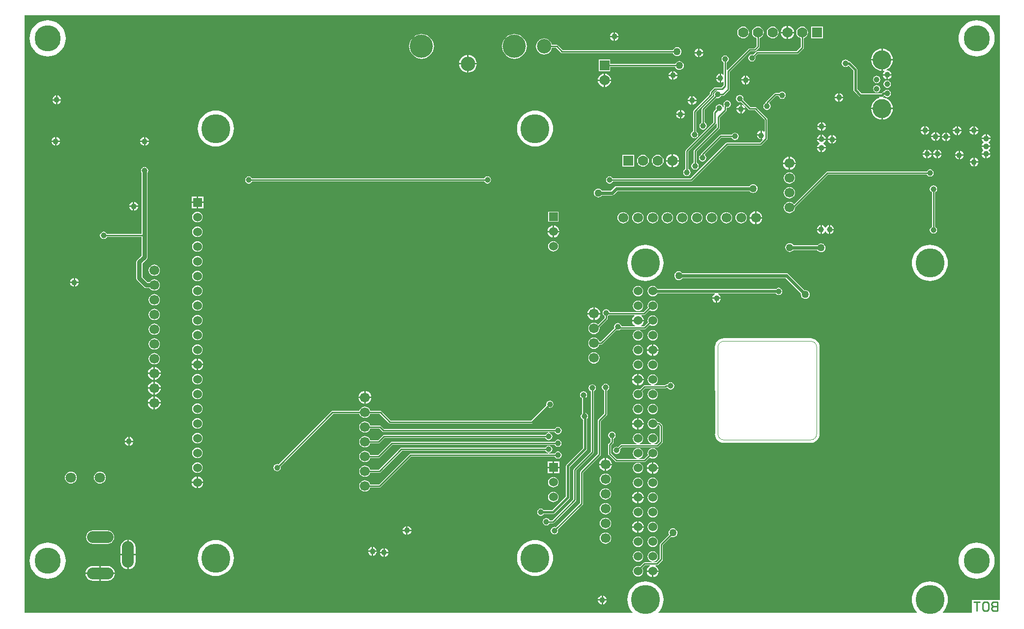
<source format=gbl>
%FSLAX44Y44*%
%MOMM*%
G71*
G01*
G75*
G04 Layer_Physical_Order=2*
G04 Layer_Color=16711680*
%ADD10C,0.2540*%
%ADD11R,3.1600X1.0000*%
%ADD12R,0.7620X0.7620*%
%ADD13R,0.7620X0.7620*%
%ADD14R,1.2700X0.9144*%
%ADD15R,0.9144X0.9144*%
%ADD16R,2.2000X1.0500*%
%ADD17R,1.0500X1.0000*%
%ADD18R,1.9000X0.8000*%
%ADD19R,3.0000X1.0000*%
%ADD20O,3.0000X1.0000*%
%ADD21R,6.5000X5.9000*%
%ADD22R,3.0000X1.2000*%
%ADD23R,2.0000X2.5000*%
G04:AMPARAMS|DCode=24|XSize=2.032mm|YSize=0.6096mm|CornerRadius=0.061mm|HoleSize=0mm|Usage=FLASHONLY|Rotation=90.000|XOffset=0mm|YOffset=0mm|HoleType=Round|Shape=RoundedRectangle|*
%AMROUNDEDRECTD24*
21,1,2.0320,0.4877,0,0,90.0*
21,1,1.9101,0.6096,0,0,90.0*
1,1,0.1219,0.2438,0.9550*
1,1,0.1219,0.2438,-0.9550*
1,1,0.1219,-0.2438,-0.9550*
1,1,0.1219,-0.2438,0.9550*
%
%ADD24ROUNDEDRECTD24*%
G04:AMPARAMS|DCode=25|XSize=2.032mm|YSize=0.6096mm|CornerRadius=0.1524mm|HoleSize=0mm|Usage=FLASHONLY|Rotation=90.000|XOffset=0mm|YOffset=0mm|HoleType=Round|Shape=RoundedRectangle|*
%AMROUNDEDRECTD25*
21,1,2.0320,0.3048,0,0,90.0*
21,1,1.7272,0.6096,0,0,90.0*
1,1,0.3048,0.1524,0.8636*
1,1,0.3048,0.1524,-0.8636*
1,1,0.3048,-0.1524,-0.8636*
1,1,0.3048,-0.1524,0.8636*
%
%ADD25ROUNDEDRECTD25*%
%ADD26R,0.6096X2.0320*%
%ADD27R,1.2000X0.3000*%
%ADD28R,0.3000X1.2000*%
%ADD29R,1.5240X1.2700*%
%ADD30R,1.2000X6.0960*%
%ADD31R,0.5000X1.0000*%
%ADD32R,1.2700X1.5240*%
%ADD33R,0.8000X0.3500*%
%ADD34C,0.6000*%
%ADD35C,0.4000*%
%ADD36C,0.5000*%
%ADD37C,1.4000*%
%ADD38C,0.2032*%
%ADD39C,1.0000*%
%ADD40C,2.0000*%
%ADD41C,0.2500*%
%ADD42C,0.0000*%
%ADD43C,0.1016*%
%ADD44C,0.1020*%
%ADD45C,1.5240*%
%ADD46C,1.7780*%
%ADD47R,1.7780X1.7780*%
%ADD48C,1.7000*%
%ADD49R,1.5240X1.5240*%
%ADD50O,2.0320X4.5720*%
%ADD51O,4.5720X2.0320*%
%ADD52C,1.8000*%
%ADD53R,1.7780X1.7780*%
%ADD54O,3.2000X3.3000*%
%ADD55C,1.0000*%
%ADD56C,2.5000*%
%ADD57C,5.0000*%
%ADD58C,1.2700*%
%ADD59C,4.5000*%
%ADD60C,4.0000*%
%ADD61C,0.8000*%
G36*
X1890000Y1532475D02*
X1889740D01*
Y1532475D01*
X1841633D01*
Y1510000D01*
X1792141D01*
X1791609Y1511153D01*
X1794657Y1514722D01*
X1797207Y1518883D01*
X1799074Y1523391D01*
X1800213Y1528136D01*
X1800596Y1533000D01*
X1800213Y1537865D01*
X1799074Y1542609D01*
X1797207Y1547117D01*
X1794657Y1551278D01*
X1791488Y1554988D01*
X1787778Y1558157D01*
X1783617Y1560707D01*
X1779109Y1562574D01*
X1774364Y1563713D01*
X1769500Y1564096D01*
X1764635Y1563713D01*
X1759891Y1562574D01*
X1755383Y1560707D01*
X1751222Y1558157D01*
X1747512Y1554988D01*
X1744343Y1551278D01*
X1741793Y1547117D01*
X1739926Y1542609D01*
X1738787Y1537865D01*
X1738404Y1533000D01*
X1738787Y1528136D01*
X1739926Y1523391D01*
X1741793Y1518883D01*
X1744343Y1514722D01*
X1747391Y1511153D01*
X1746859Y1510000D01*
X1302141D01*
X1301609Y1511153D01*
X1304657Y1514722D01*
X1307207Y1518883D01*
X1309074Y1523391D01*
X1310213Y1528136D01*
X1310596Y1533000D01*
X1310213Y1537865D01*
X1309074Y1542609D01*
X1307207Y1547117D01*
X1304657Y1551278D01*
X1301488Y1554988D01*
X1297778Y1558157D01*
X1293617Y1560707D01*
X1289109Y1562574D01*
X1284364Y1563713D01*
X1279500Y1564096D01*
X1274636Y1563713D01*
X1269891Y1562574D01*
X1265383Y1560707D01*
X1261222Y1558157D01*
X1257512Y1554988D01*
X1254343Y1551278D01*
X1251793Y1547117D01*
X1249926Y1542609D01*
X1248787Y1537865D01*
X1248404Y1533000D01*
X1248787Y1528136D01*
X1249926Y1523391D01*
X1251793Y1518883D01*
X1254343Y1514722D01*
X1257391Y1511153D01*
X1256859Y1510000D01*
X210000D01*
Y2540000D01*
X1890000D01*
Y1532475D01*
D02*
G37*
%LPC*%
G36*
X432480Y1933518D02*
X430868Y1933306D01*
X428182Y1932193D01*
X425876Y1930424D01*
X424107Y1928118D01*
X422994Y1925432D01*
X422782Y1923820D01*
X432480D01*
Y1933518D01*
D02*
G37*
G36*
X1268070Y1921980D02*
Y1913170D01*
X1276880D01*
X1276699Y1914552D01*
X1275675Y1917024D01*
X1274046Y1919146D01*
X1271924Y1920775D01*
X1269452Y1921799D01*
X1268070Y1921980D01*
D02*
G37*
G36*
X435020Y1933518D02*
Y1923820D01*
X444718D01*
X444506Y1925432D01*
X443393Y1928118D01*
X441624Y1930424D01*
X439318Y1932193D01*
X436632Y1933306D01*
X435020Y1933518D01*
D02*
G37*
G36*
X518080Y1936830D02*
X509270D01*
Y1928020D01*
X510652Y1928201D01*
X513124Y1929225D01*
X515246Y1930854D01*
X516875Y1932976D01*
X517898Y1935448D01*
X518080Y1936830D01*
D02*
G37*
G36*
X506730D02*
X497920D01*
X498102Y1935448D01*
X499125Y1932976D01*
X500754Y1930854D01*
X502876Y1929225D01*
X505348Y1928201D01*
X506730Y1928020D01*
Y1936830D01*
D02*
G37*
G36*
X1265530Y1921980D02*
X1264148Y1921799D01*
X1261676Y1920775D01*
X1259554Y1919146D01*
X1257925Y1917024D01*
X1256901Y1914552D01*
X1256720Y1913170D01*
X1265530D01*
Y1921980D01*
D02*
G37*
G36*
X1276880Y1910630D02*
X1268070D01*
Y1901819D01*
X1269452Y1902001D01*
X1271924Y1903025D01*
X1274046Y1904654D01*
X1275675Y1906776D01*
X1276699Y1909248D01*
X1276880Y1910630D01*
D02*
G37*
G36*
X1265530D02*
X1256720D01*
X1256901Y1909248D01*
X1257925Y1906776D01*
X1259554Y1904654D01*
X1261676Y1903025D01*
X1264148Y1902001D01*
X1265530Y1901819D01*
Y1910630D01*
D02*
G37*
G36*
X508000Y1921596D02*
X505698Y1921293D01*
X503552Y1920404D01*
X501710Y1918990D01*
X500296Y1917148D01*
X499407Y1915002D01*
X499104Y1912700D01*
X499407Y1910397D01*
X500296Y1908252D01*
X501710Y1906409D01*
X503552Y1904996D01*
X505698Y1904107D01*
X508000Y1903804D01*
X510303Y1904107D01*
X512448Y1904996D01*
X514291Y1906409D01*
X515704Y1908252D01*
X516593Y1910397D01*
X516896Y1912700D01*
X516593Y1915002D01*
X515704Y1917148D01*
X514291Y1918990D01*
X512448Y1920404D01*
X510303Y1921293D01*
X508000Y1921596D01*
D02*
G37*
G36*
X444718Y1921280D02*
X435020D01*
Y1911582D01*
X436632Y1911794D01*
X439318Y1912907D01*
X441624Y1914676D01*
X443393Y1916982D01*
X444506Y1919668D01*
X444718Y1921280D01*
D02*
G37*
G36*
X432480D02*
X422782D01*
X422994Y1919668D01*
X424107Y1916982D01*
X425876Y1914676D01*
X428182Y1912907D01*
X430868Y1911794D01*
X432480Y1911582D01*
Y1921280D01*
D02*
G37*
G36*
X1302280Y1961430D02*
X1293470D01*
Y1952619D01*
X1294852Y1952802D01*
X1297324Y1953825D01*
X1299446Y1955454D01*
X1301075Y1957576D01*
X1302099Y1960048D01*
X1302280Y1961430D01*
D02*
G37*
G36*
X1290930D02*
X1282119D01*
X1282301Y1960048D01*
X1283325Y1957576D01*
X1284954Y1955454D01*
X1287076Y1953825D01*
X1289548Y1952802D01*
X1290930Y1952619D01*
Y1961430D01*
D02*
G37*
G36*
X1266800Y1971596D02*
X1264498Y1971293D01*
X1262352Y1970404D01*
X1260509Y1968990D01*
X1259096Y1967148D01*
X1258207Y1965002D01*
X1257904Y1962700D01*
X1258207Y1960397D01*
X1259096Y1958252D01*
X1260509Y1956409D01*
X1262352Y1954996D01*
X1264498Y1954107D01*
X1266800Y1953804D01*
X1269102Y1954107D01*
X1271248Y1954996D01*
X1273091Y1956409D01*
X1274504Y1958252D01*
X1275393Y1960397D01*
X1275696Y1962700D01*
X1275393Y1965002D01*
X1274504Y1967148D01*
X1273091Y1968990D01*
X1271248Y1970404D01*
X1269102Y1971293D01*
X1266800Y1971596D01*
D02*
G37*
G36*
X433750Y1983134D02*
X431218Y1982800D01*
X428858Y1981823D01*
X426832Y1980268D01*
X425277Y1978242D01*
X424300Y1975882D01*
X423966Y1973350D01*
X424300Y1970818D01*
X425277Y1968458D01*
X426832Y1966432D01*
X428858Y1964877D01*
X431218Y1963900D01*
X433750Y1963566D01*
X436282Y1963900D01*
X438642Y1964877D01*
X440668Y1966432D01*
X442223Y1968458D01*
X443200Y1970818D01*
X443534Y1973350D01*
X443200Y1975882D01*
X442223Y1978242D01*
X440668Y1980268D01*
X438642Y1981823D01*
X436282Y1982800D01*
X433750Y1983134D01*
D02*
G37*
G36*
X508000Y1972396D02*
X505698Y1972093D01*
X503552Y1971204D01*
X501710Y1969790D01*
X500296Y1967948D01*
X499407Y1965802D01*
X499104Y1963500D01*
X499407Y1961198D01*
X500296Y1959052D01*
X501710Y1957209D01*
X503552Y1955796D01*
X505698Y1954907D01*
X508000Y1954604D01*
X510303Y1954907D01*
X512448Y1955796D01*
X514291Y1957209D01*
X515704Y1959052D01*
X516593Y1961198D01*
X516896Y1963500D01*
X516593Y1965802D01*
X515704Y1967948D01*
X514291Y1969790D01*
X512448Y1971204D01*
X510303Y1972093D01*
X508000Y1972396D01*
D02*
G37*
G36*
X1190869Y1959038D02*
X1188336Y1958705D01*
X1185977Y1957727D01*
X1183950Y1956172D01*
X1182396Y1954146D01*
X1181418Y1951787D01*
X1181085Y1949254D01*
X1181418Y1946722D01*
X1182396Y1944363D01*
X1183950Y1942336D01*
X1185977Y1940782D01*
X1188336Y1939804D01*
X1190869Y1939471D01*
X1193401Y1939804D01*
X1195760Y1940782D01*
X1197787Y1942336D01*
X1199341Y1944363D01*
X1200319Y1946722D01*
X1200652Y1949254D01*
X1200319Y1951787D01*
X1199341Y1954146D01*
X1197787Y1956172D01*
X1195760Y1957727D01*
X1193401Y1958705D01*
X1190869Y1959038D01*
D02*
G37*
G36*
X1292200Y1946196D02*
X1289897Y1945893D01*
X1287752Y1945004D01*
X1285909Y1943591D01*
X1284496Y1941748D01*
X1283607Y1939603D01*
X1283304Y1937300D01*
X1283607Y1934998D01*
X1284496Y1932852D01*
X1285909Y1931010D01*
X1287752Y1929596D01*
X1289897Y1928707D01*
X1292200Y1928404D01*
X1294503Y1928707D01*
X1296648Y1929596D01*
X1298490Y1931010D01*
X1299904Y1932852D01*
X1300793Y1934998D01*
X1301096Y1937300D01*
X1300793Y1939603D01*
X1299904Y1941748D01*
X1298490Y1943591D01*
X1296648Y1945004D01*
X1294503Y1945893D01*
X1292200Y1946196D01*
D02*
G37*
G36*
X1266800D02*
X1264498Y1945893D01*
X1262352Y1945004D01*
X1260509Y1943591D01*
X1259096Y1941748D01*
X1258207Y1939603D01*
X1257904Y1937300D01*
X1258207Y1934998D01*
X1259096Y1932852D01*
X1260509Y1931010D01*
X1262352Y1929596D01*
X1264498Y1928707D01*
X1266800Y1928404D01*
X1269102Y1928707D01*
X1271248Y1929596D01*
X1273091Y1931010D01*
X1274504Y1932852D01*
X1275393Y1934998D01*
X1275696Y1937300D01*
X1275393Y1939603D01*
X1274504Y1941748D01*
X1273091Y1943591D01*
X1271248Y1945004D01*
X1269102Y1945893D01*
X1266800Y1946196D01*
D02*
G37*
G36*
X433750Y1957734D02*
X431218Y1957400D01*
X428858Y1956423D01*
X426832Y1954868D01*
X425277Y1952842D01*
X424300Y1950482D01*
X423966Y1947950D01*
X424300Y1945418D01*
X425277Y1943058D01*
X426832Y1941032D01*
X428858Y1939477D01*
X431218Y1938500D01*
X433750Y1938166D01*
X436282Y1938500D01*
X438642Y1939477D01*
X440668Y1941032D01*
X442223Y1943058D01*
X443200Y1945418D01*
X443534Y1947950D01*
X443200Y1950482D01*
X442223Y1952842D01*
X440668Y1954868D01*
X438642Y1956423D01*
X436282Y1957400D01*
X433750Y1957734D01*
D02*
G37*
G36*
X509270Y1948181D02*
Y1939370D01*
X518080D01*
X517898Y1940752D01*
X516875Y1943224D01*
X515246Y1945346D01*
X513124Y1946975D01*
X510652Y1947999D01*
X509270Y1948181D01*
D02*
G37*
G36*
X506730D02*
X505348Y1947999D01*
X502876Y1946975D01*
X500754Y1945346D01*
X499125Y1943224D01*
X498102Y1940752D01*
X497920Y1939370D01*
X506730D01*
Y1948181D01*
D02*
G37*
G36*
X435020Y1908118D02*
Y1898420D01*
X444718D01*
X444506Y1900032D01*
X443393Y1902718D01*
X441624Y1905024D01*
X439318Y1906793D01*
X436632Y1907906D01*
X435020Y1908118D01*
D02*
G37*
G36*
X508000Y1870796D02*
X505698Y1870493D01*
X503552Y1869604D01*
X501710Y1868190D01*
X500296Y1866348D01*
X499407Y1864203D01*
X499104Y1861900D01*
X499407Y1859597D01*
X500296Y1857452D01*
X501710Y1855609D01*
X503552Y1854196D01*
X505698Y1853307D01*
X508000Y1853004D01*
X510303Y1853307D01*
X512448Y1854196D01*
X514291Y1855609D01*
X515704Y1857452D01*
X516593Y1859597D01*
X516896Y1861900D01*
X516593Y1864203D01*
X515704Y1866348D01*
X514291Y1868190D01*
X512448Y1869604D01*
X510303Y1870493D01*
X508000Y1870796D01*
D02*
G37*
G36*
X1292200Y1869996D02*
X1289897Y1869693D01*
X1287752Y1868804D01*
X1285909Y1867390D01*
X1284496Y1865548D01*
X1283607Y1863403D01*
X1283304Y1861100D01*
X1283607Y1858797D01*
X1284496Y1856652D01*
X1285909Y1854810D01*
X1287752Y1853396D01*
X1289897Y1852507D01*
X1292200Y1852204D01*
X1294503Y1852507D01*
X1296648Y1853396D01*
X1298490Y1854810D01*
X1299904Y1856652D01*
X1300793Y1858797D01*
X1301096Y1861100D01*
X1300793Y1863403D01*
X1299904Y1865548D01*
X1298490Y1867390D01*
X1296648Y1868804D01*
X1294503Y1869693D01*
X1292200Y1869996D01*
D02*
G37*
G36*
X432480Y1870480D02*
X422782D01*
X422994Y1868868D01*
X424107Y1866182D01*
X425876Y1863876D01*
X428182Y1862107D01*
X430868Y1860994D01*
X432480Y1860782D01*
Y1870480D01*
D02*
G37*
G36*
X795230Y1879880D02*
X785532D01*
X785744Y1878268D01*
X786857Y1875582D01*
X788626Y1873276D01*
X790932Y1871507D01*
X793618Y1870394D01*
X795230Y1870182D01*
Y1879880D01*
D02*
G37*
G36*
X444718Y1870480D02*
X435020D01*
Y1860782D01*
X436632Y1860994D01*
X439318Y1862107D01*
X441624Y1863876D01*
X443393Y1866182D01*
X444506Y1868868D01*
X444718Y1870480D01*
D02*
G37*
G36*
X1266800Y1869996D02*
X1264498Y1869693D01*
X1262352Y1868804D01*
X1260509Y1867390D01*
X1259096Y1865548D01*
X1258207Y1863403D01*
X1257904Y1861100D01*
X1258207Y1858797D01*
X1259096Y1856652D01*
X1260509Y1854810D01*
X1262352Y1853396D01*
X1264498Y1852507D01*
X1266800Y1852204D01*
X1269102Y1852507D01*
X1271248Y1853396D01*
X1273091Y1854810D01*
X1274504Y1856652D01*
X1275393Y1858797D01*
X1275696Y1861100D01*
X1275393Y1863403D01*
X1274504Y1865548D01*
X1273091Y1867390D01*
X1271248Y1868804D01*
X1269102Y1869693D01*
X1266800Y1869996D01*
D02*
G37*
G36*
X508000Y1845396D02*
X505698Y1845093D01*
X503552Y1844204D01*
X501710Y1842791D01*
X500296Y1840948D01*
X499407Y1838802D01*
X499104Y1836500D01*
X499407Y1834198D01*
X500296Y1832052D01*
X501710Y1830210D01*
X503552Y1828796D01*
X505698Y1827907D01*
X508000Y1827604D01*
X510303Y1827907D01*
X512448Y1828796D01*
X514291Y1830210D01*
X515704Y1832052D01*
X516593Y1834198D01*
X516896Y1836500D01*
X516593Y1838802D01*
X515704Y1840948D01*
X514291Y1842791D01*
X512448Y1844204D01*
X510303Y1845093D01*
X508000Y1845396D01*
D02*
G37*
G36*
X1276880Y1834430D02*
X1268070D01*
Y1825620D01*
X1269452Y1825802D01*
X1271924Y1826825D01*
X1274046Y1828454D01*
X1275675Y1830576D01*
X1276699Y1833048D01*
X1276880Y1834430D01*
D02*
G37*
G36*
X1265530Y1845780D02*
X1264148Y1845598D01*
X1261676Y1844575D01*
X1259554Y1842946D01*
X1257925Y1840824D01*
X1256901Y1838352D01*
X1256720Y1836970D01*
X1265530D01*
Y1845780D01*
D02*
G37*
G36*
X1115000Y1875821D02*
X1112581Y1875340D01*
X1110530Y1873970D01*
X1109160Y1871919D01*
X1108679Y1869500D01*
X1109053Y1867615D01*
X1082957Y1841518D01*
X840793D01*
X824781Y1857531D01*
X823964Y1858077D01*
X823000Y1858268D01*
X805952D01*
X805950Y1858282D01*
X804973Y1860642D01*
X803418Y1862668D01*
X801392Y1864223D01*
X799032Y1865200D01*
X796500Y1865534D01*
X793968Y1865200D01*
X791608Y1864223D01*
X789582Y1862668D01*
X788027Y1860642D01*
X787050Y1858282D01*
X787048Y1858268D01*
X740700D01*
X739736Y1858077D01*
X738919Y1857531D01*
X647552Y1766163D01*
X645250Y1766621D01*
X642831Y1766140D01*
X640780Y1764770D01*
X639410Y1762719D01*
X638928Y1760300D01*
X639410Y1757881D01*
X640780Y1755830D01*
X642831Y1754460D01*
X645250Y1753978D01*
X647669Y1754460D01*
X649720Y1755830D01*
X651090Y1757881D01*
X651571Y1760300D01*
X651114Y1762602D01*
X741743Y1853232D01*
X787048D01*
X787050Y1853218D01*
X788027Y1850858D01*
X789582Y1848832D01*
X791608Y1847277D01*
X793968Y1846300D01*
X796500Y1845966D01*
X799032Y1846300D01*
X801392Y1847277D01*
X803418Y1848832D01*
X804973Y1850858D01*
X805950Y1853218D01*
X805952Y1853232D01*
X821957D01*
X837969Y1837219D01*
X837969D01*
X837969Y1837219D01*
X837969Y1837219D01*
Y1837219D01*
X838786Y1836673D01*
X839750Y1836482D01*
X1084000D01*
X1084964Y1836673D01*
X1085781Y1837219D01*
X1085781Y1837219D01*
X1085781Y1837219D01*
X1112365Y1863804D01*
X1112581Y1863660D01*
X1115000Y1863179D01*
X1117419Y1863660D01*
X1119470Y1865030D01*
X1120840Y1867081D01*
X1121321Y1869500D01*
X1120840Y1871919D01*
X1119470Y1873970D01*
X1117419Y1875340D01*
X1115000Y1875821D01*
D02*
G37*
G36*
X1268070Y1845780D02*
Y1836970D01*
X1276880D01*
X1276699Y1838352D01*
X1275675Y1840824D01*
X1274046Y1842946D01*
X1271924Y1844575D01*
X1269452Y1845598D01*
X1268070Y1845780D01*
D02*
G37*
G36*
X432480Y1895880D02*
X422782D01*
X422994Y1894268D01*
X424107Y1891582D01*
X425876Y1889276D01*
X428182Y1887507D01*
X430868Y1886394D01*
X432480Y1886182D01*
Y1895880D01*
D02*
G37*
G36*
X797770Y1892118D02*
Y1882420D01*
X807468D01*
X807256Y1884032D01*
X806143Y1886718D01*
X804374Y1889024D01*
X802068Y1890793D01*
X799382Y1891906D01*
X797770Y1892118D01*
D02*
G37*
G36*
X444718Y1895880D02*
X435020D01*
Y1886182D01*
X436632Y1886394D01*
X439318Y1887507D01*
X441624Y1889276D01*
X443393Y1891582D01*
X444506Y1894268D01*
X444718Y1895880D01*
D02*
G37*
G36*
X432480Y1908118D02*
X430868Y1907906D01*
X428182Y1906793D01*
X425876Y1905024D01*
X424107Y1902718D01*
X422994Y1900032D01*
X422782Y1898420D01*
X432480D01*
Y1908118D01*
D02*
G37*
G36*
X1292200Y1920796D02*
X1289897Y1920493D01*
X1287752Y1919604D01*
X1285909Y1918190D01*
X1284496Y1916348D01*
X1283607Y1914203D01*
X1283304Y1911900D01*
X1283607Y1909597D01*
X1284496Y1907452D01*
X1285909Y1905609D01*
X1287752Y1904196D01*
X1289897Y1903307D01*
X1290060Y1903286D01*
X1289977Y1902018D01*
X1278300D01*
X1277336Y1901827D01*
X1276519Y1901281D01*
X1269971Y1894733D01*
X1269102Y1895093D01*
X1266800Y1895396D01*
X1264498Y1895093D01*
X1262352Y1894204D01*
X1260509Y1892791D01*
X1259096Y1890948D01*
X1258207Y1888802D01*
X1257904Y1886500D01*
X1258207Y1884198D01*
X1259096Y1882052D01*
X1260509Y1880210D01*
X1262352Y1878796D01*
X1264498Y1877907D01*
X1266800Y1877604D01*
X1269102Y1877907D01*
X1271248Y1878796D01*
X1273091Y1880210D01*
X1274504Y1882052D01*
X1275393Y1884198D01*
X1275696Y1886500D01*
X1275393Y1888802D01*
X1274504Y1890948D01*
X1273986Y1891624D01*
X1279343Y1896982D01*
X1313500D01*
X1314464Y1897173D01*
X1315281Y1897719D01*
X1316043Y1898482D01*
X1316043Y1898482D01*
Y1898482D01*
X1317308Y1898358D01*
X1318530Y1896530D01*
X1320581Y1895160D01*
X1323000Y1894679D01*
X1325419Y1895160D01*
X1327470Y1896530D01*
X1328840Y1898581D01*
X1329321Y1901000D01*
X1328840Y1903419D01*
X1327470Y1905470D01*
X1325419Y1906840D01*
X1323000Y1907321D01*
X1320581Y1906840D01*
X1318530Y1905470D01*
X1317226Y1903518D01*
X1315000D01*
X1314036Y1903327D01*
X1313219Y1902781D01*
X1312457Y1902018D01*
X1294423D01*
X1294340Y1903286D01*
X1294503Y1903307D01*
X1296648Y1904196D01*
X1298490Y1905609D01*
X1299904Y1907452D01*
X1300793Y1909597D01*
X1301096Y1911900D01*
X1300793Y1914203D01*
X1299904Y1916348D01*
X1298490Y1918190D01*
X1296648Y1919604D01*
X1294503Y1920493D01*
X1292200Y1920796D01*
D02*
G37*
G36*
X795230Y1892118D02*
X793618Y1891906D01*
X790932Y1890793D01*
X788626Y1889024D01*
X786857Y1886718D01*
X785744Y1884032D01*
X785532Y1882420D01*
X795230D01*
Y1892118D01*
D02*
G37*
G36*
X432480Y1882718D02*
X430868Y1882506D01*
X428182Y1881393D01*
X425876Y1879624D01*
X424107Y1877318D01*
X422994Y1874632D01*
X422782Y1873020D01*
X432480D01*
Y1882718D01*
D02*
G37*
G36*
X807468Y1879880D02*
X797770D01*
Y1870182D01*
X799382Y1870394D01*
X802068Y1871507D01*
X804374Y1873276D01*
X806143Y1875582D01*
X807256Y1878268D01*
X807468Y1879880D01*
D02*
G37*
G36*
X435020Y1882718D02*
Y1873020D01*
X444718D01*
X444506Y1874632D01*
X443393Y1877318D01*
X441624Y1879624D01*
X439318Y1881393D01*
X436632Y1882506D01*
X435020Y1882718D01*
D02*
G37*
G36*
X508000Y1896196D02*
X505698Y1895893D01*
X503552Y1895004D01*
X501710Y1893591D01*
X500296Y1891748D01*
X499407Y1889603D01*
X499104Y1887300D01*
X499407Y1884998D01*
X500296Y1882852D01*
X501710Y1881010D01*
X503552Y1879596D01*
X505698Y1878707D01*
X508000Y1878404D01*
X510303Y1878707D01*
X512448Y1879596D01*
X514291Y1881010D01*
X515704Y1882852D01*
X516593Y1884998D01*
X516896Y1887300D01*
X516593Y1889603D01*
X515704Y1891748D01*
X514291Y1893591D01*
X512448Y1895004D01*
X510303Y1895893D01*
X508000Y1896196D01*
D02*
G37*
G36*
X1292200Y1895396D02*
X1289897Y1895093D01*
X1287752Y1894204D01*
X1285909Y1892791D01*
X1284496Y1890948D01*
X1283607Y1888802D01*
X1283304Y1886500D01*
X1283607Y1884198D01*
X1284496Y1882052D01*
X1285909Y1880210D01*
X1287752Y1878796D01*
X1289897Y1877907D01*
X1292200Y1877604D01*
X1294503Y1877907D01*
X1296648Y1878796D01*
X1298490Y1880210D01*
X1299904Y1882052D01*
X1300793Y1884198D01*
X1301096Y1886500D01*
X1300793Y1888802D01*
X1299904Y1890948D01*
X1298490Y1892791D01*
X1296648Y1894204D01*
X1294503Y1895093D01*
X1292200Y1895396D01*
D02*
G37*
G36*
X1290930Y1972780D02*
X1289548Y1972599D01*
X1287076Y1971575D01*
X1284954Y1969946D01*
X1283325Y1967824D01*
X1282301Y1965352D01*
X1282119Y1963970D01*
X1290930D01*
Y1972780D01*
D02*
G37*
G36*
X433750Y2110134D02*
X431218Y2109800D01*
X428858Y2108823D01*
X426832Y2107268D01*
X425277Y2105242D01*
X424300Y2102882D01*
X423966Y2100350D01*
X424300Y2097818D01*
X425277Y2095458D01*
X426832Y2093432D01*
X428858Y2091877D01*
X431218Y2090900D01*
X433750Y2090566D01*
X436282Y2090900D01*
X438642Y2091877D01*
X440668Y2093432D01*
X442223Y2095458D01*
X443200Y2097818D01*
X443534Y2100350D01*
X443200Y2102882D01*
X442223Y2105242D01*
X440668Y2107268D01*
X438642Y2108823D01*
X436282Y2109800D01*
X433750Y2110134D01*
D02*
G37*
G36*
X1769500Y2144096D02*
X1764635Y2143713D01*
X1759891Y2142574D01*
X1755383Y2140707D01*
X1751222Y2138157D01*
X1747512Y2134988D01*
X1744343Y2131278D01*
X1741793Y2127117D01*
X1739926Y2122609D01*
X1738787Y2117865D01*
X1738404Y2113000D01*
X1738787Y2108136D01*
X1739926Y2103391D01*
X1741793Y2098883D01*
X1744343Y2094722D01*
X1747512Y2091012D01*
X1751222Y2087843D01*
X1755383Y2085293D01*
X1759891Y2083426D01*
X1764635Y2082287D01*
X1769500Y2081904D01*
X1774364Y2082287D01*
X1779109Y2083426D01*
X1783617Y2085293D01*
X1787778Y2087843D01*
X1791488Y2091012D01*
X1794657Y2094722D01*
X1797207Y2098883D01*
X1799074Y2103391D01*
X1800213Y2108136D01*
X1800596Y2113000D01*
X1800213Y2117865D01*
X1799074Y2122609D01*
X1797207Y2127117D01*
X1794657Y2131278D01*
X1791488Y2134988D01*
X1787778Y2138157D01*
X1783617Y2140707D01*
X1779109Y2142574D01*
X1774364Y2143713D01*
X1769500Y2144096D01*
D02*
G37*
G36*
X508000Y2124796D02*
X505698Y2124493D01*
X503552Y2123604D01*
X501710Y2122191D01*
X500296Y2120348D01*
X499407Y2118203D01*
X499104Y2115900D01*
X499407Y2113598D01*
X500296Y2111452D01*
X501710Y2109610D01*
X503552Y2108196D01*
X505698Y2107307D01*
X508000Y2107004D01*
X510303Y2107307D01*
X512448Y2108196D01*
X514291Y2109610D01*
X515704Y2111452D01*
X516593Y2113598D01*
X516896Y2115900D01*
X516593Y2118203D01*
X515704Y2120348D01*
X514291Y2122191D01*
X512448Y2123604D01*
X510303Y2124493D01*
X508000Y2124796D01*
D02*
G37*
G36*
Y2150196D02*
X505698Y2149893D01*
X503552Y2149004D01*
X501710Y2147590D01*
X500296Y2145748D01*
X499407Y2143602D01*
X499104Y2141300D01*
X499407Y2138997D01*
X500296Y2136852D01*
X501710Y2135009D01*
X503552Y2133596D01*
X505698Y2132707D01*
X508000Y2132404D01*
X510303Y2132707D01*
X512448Y2133596D01*
X514291Y2135009D01*
X515704Y2136852D01*
X516593Y2138997D01*
X516896Y2141300D01*
X516593Y2143602D01*
X515704Y2145748D01*
X514291Y2147590D01*
X512448Y2149004D01*
X510303Y2149893D01*
X508000Y2150196D01*
D02*
G37*
G36*
X1528000Y2147115D02*
X1526029Y2146856D01*
X1524192Y2146095D01*
X1522615Y2144885D01*
X1521405Y2143308D01*
X1520644Y2141471D01*
X1520385Y2139500D01*
X1520644Y2137529D01*
X1521405Y2135692D01*
X1522615Y2134115D01*
X1524192Y2132905D01*
X1526029Y2132144D01*
X1528000Y2131885D01*
X1529971Y2132144D01*
X1531808Y2132905D01*
X1533385Y2134115D01*
X1534231Y2135218D01*
X1575395D01*
X1575405Y2135192D01*
X1576615Y2133615D01*
X1578192Y2132405D01*
X1580029Y2131644D01*
X1582000Y2131385D01*
X1583971Y2131644D01*
X1585808Y2132405D01*
X1587385Y2133615D01*
X1588595Y2135192D01*
X1589356Y2137029D01*
X1589615Y2139000D01*
X1589356Y2140971D01*
X1588595Y2142808D01*
X1587385Y2144385D01*
X1585808Y2145595D01*
X1583971Y2146356D01*
X1582000Y2146615D01*
X1580029Y2146356D01*
X1578192Y2145595D01*
X1576615Y2144385D01*
X1576153Y2143782D01*
X1534231D01*
X1533385Y2144885D01*
X1531808Y2146095D01*
X1529971Y2146856D01*
X1528000Y2147115D01*
D02*
G37*
G36*
X1279500Y2144096D02*
X1274636Y2143713D01*
X1269891Y2142574D01*
X1265383Y2140707D01*
X1261222Y2138157D01*
X1257512Y2134988D01*
X1254343Y2131278D01*
X1251793Y2127117D01*
X1249926Y2122609D01*
X1248787Y2117865D01*
X1248404Y2113000D01*
X1248787Y2108136D01*
X1249926Y2103391D01*
X1251793Y2098883D01*
X1254343Y2094722D01*
X1257512Y2091012D01*
X1261222Y2087843D01*
X1265383Y2085293D01*
X1269891Y2083426D01*
X1274636Y2082287D01*
X1279500Y2081904D01*
X1284364Y2082287D01*
X1289109Y2083426D01*
X1293617Y2085293D01*
X1297778Y2087843D01*
X1301488Y2091012D01*
X1304657Y2094722D01*
X1307207Y2098883D01*
X1309074Y2103391D01*
X1310213Y2108136D01*
X1310596Y2113000D01*
X1310213Y2117865D01*
X1309074Y2122609D01*
X1307207Y2127117D01*
X1304657Y2131278D01*
X1301488Y2134988D01*
X1297778Y2138157D01*
X1293617Y2140707D01*
X1289109Y2142574D01*
X1284364Y2143713D01*
X1279500Y2144096D01*
D02*
G37*
G36*
X303438Y2078230D02*
X297270D01*
Y2072062D01*
X297968Y2072154D01*
X299802Y2072914D01*
X301378Y2074122D01*
X302586Y2075697D01*
X303346Y2077532D01*
X303438Y2078230D01*
D02*
G37*
G36*
X294730D02*
X288562D01*
X288654Y2077532D01*
X289414Y2075697D01*
X290622Y2074122D01*
X292197Y2072914D01*
X294032Y2072154D01*
X294730Y2072062D01*
Y2078230D01*
D02*
G37*
G36*
Y2086938D02*
X294032Y2086846D01*
X292197Y2086086D01*
X290622Y2084878D01*
X289414Y2083302D01*
X288654Y2081468D01*
X288562Y2080770D01*
X294730D01*
Y2086938D01*
D02*
G37*
G36*
X508000Y2099396D02*
X505698Y2099093D01*
X503552Y2098204D01*
X501710Y2096790D01*
X500296Y2094948D01*
X499407Y2092802D01*
X499104Y2090500D01*
X499407Y2088197D01*
X500296Y2086052D01*
X501710Y2084209D01*
X503552Y2082796D01*
X505698Y2081907D01*
X508000Y2081604D01*
X510303Y2081907D01*
X512448Y2082796D01*
X514291Y2084209D01*
X515704Y2086052D01*
X516593Y2088197D01*
X516896Y2090500D01*
X516593Y2092802D01*
X515704Y2094948D01*
X514291Y2096790D01*
X512448Y2098204D01*
X510303Y2099093D01*
X508000Y2099396D01*
D02*
G37*
G36*
X297270Y2086938D02*
Y2080770D01*
X303438D01*
X303346Y2081468D01*
X302586Y2083302D01*
X301378Y2084878D01*
X299802Y2086086D01*
X297968Y2086846D01*
X297270Y2086938D01*
D02*
G37*
G36*
X1775750Y2246572D02*
X1773331Y2246090D01*
X1771280Y2244720D01*
X1769910Y2242669D01*
X1769429Y2240250D01*
X1769910Y2237831D01*
X1771280Y2235780D01*
X1773232Y2234476D01*
Y2175524D01*
X1771280Y2174220D01*
X1769910Y2172169D01*
X1769429Y2169750D01*
X1769910Y2167331D01*
X1771280Y2165280D01*
X1773331Y2163910D01*
X1775750Y2163429D01*
X1778169Y2163910D01*
X1780220Y2165280D01*
X1781590Y2167331D01*
X1782072Y2169750D01*
X1781590Y2172169D01*
X1780220Y2174220D01*
X1778268Y2175524D01*
Y2234476D01*
X1780220Y2235780D01*
X1781590Y2237831D01*
X1782072Y2240250D01*
X1781590Y2242669D01*
X1780220Y2244720D01*
X1778169Y2246090D01*
X1775750Y2246572D01*
D02*
G37*
G36*
X1604188Y2169230D02*
X1598020D01*
Y2163062D01*
X1598718Y2163154D01*
X1600553Y2163914D01*
X1602128Y2165122D01*
X1603336Y2166698D01*
X1604096Y2168532D01*
X1604188Y2169230D01*
D02*
G37*
G36*
X1119730Y2177180D02*
X1118348Y2176998D01*
X1115876Y2175975D01*
X1113754Y2174346D01*
X1112125Y2172224D01*
X1111102Y2169752D01*
X1110919Y2168370D01*
X1119730D01*
Y2177180D01*
D02*
G37*
G36*
X1580980Y2177938D02*
X1580282Y2177846D01*
X1578448Y2177086D01*
X1576872Y2175878D01*
X1575664Y2174303D01*
X1574904Y2172468D01*
X1574812Y2171770D01*
X1580980D01*
Y2177938D01*
D02*
G37*
G36*
X1122270Y2177180D02*
Y2168370D01*
X1131080D01*
X1130899Y2169752D01*
X1129875Y2172224D01*
X1128246Y2174346D01*
X1126124Y2175975D01*
X1123652Y2176998D01*
X1122270Y2177180D01*
D02*
G37*
G36*
X1580980Y2169230D02*
X1574812D01*
X1574904Y2168532D01*
X1575664Y2166698D01*
X1576872Y2165122D01*
X1578448Y2163914D01*
X1580282Y2163154D01*
X1580980Y2163062D01*
Y2169230D01*
D02*
G37*
G36*
X1119730Y2165830D02*
X1110919D01*
X1111102Y2164448D01*
X1112125Y2161976D01*
X1113754Y2159854D01*
X1115876Y2158225D01*
X1118348Y2157202D01*
X1119730Y2157020D01*
Y2165830D01*
D02*
G37*
G36*
X1121000Y2150596D02*
X1118698Y2150293D01*
X1116552Y2149404D01*
X1114709Y2147991D01*
X1113296Y2146148D01*
X1112407Y2144003D01*
X1112104Y2141700D01*
X1112407Y2139397D01*
X1113296Y2137252D01*
X1114709Y2135410D01*
X1116552Y2133996D01*
X1118698Y2133107D01*
X1121000Y2132804D01*
X1123303Y2133107D01*
X1125448Y2133996D01*
X1127290Y2135410D01*
X1128704Y2137252D01*
X1129593Y2139397D01*
X1129896Y2141700D01*
X1129593Y2144003D01*
X1128704Y2146148D01*
X1127290Y2147991D01*
X1125448Y2149404D01*
X1123303Y2150293D01*
X1121000Y2150596D01*
D02*
G37*
G36*
X1131080Y2165830D02*
X1122270D01*
Y2157020D01*
X1123652Y2157202D01*
X1126124Y2158225D01*
X1128246Y2159854D01*
X1129875Y2161976D01*
X1130899Y2164448D01*
X1131080Y2165830D01*
D02*
G37*
G36*
X417000Y2278322D02*
X414581Y2277840D01*
X412530Y2276470D01*
X411160Y2274419D01*
X410679Y2272000D01*
X411160Y2269581D01*
X411698Y2268775D01*
Y2163018D01*
X352274D01*
X350970Y2164970D01*
X348919Y2166340D01*
X346500Y2166821D01*
X344081Y2166340D01*
X342030Y2164970D01*
X340660Y2162919D01*
X340178Y2160500D01*
X340660Y2158081D01*
X342030Y2156030D01*
X344081Y2154660D01*
X346500Y2154178D01*
X348919Y2154660D01*
X350970Y2156030D01*
X352274Y2157982D01*
X411698D01*
Y2125696D01*
X404251Y2118249D01*
X403102Y2116529D01*
X402698Y2114500D01*
Y2086500D01*
X402698Y2086500D01*
X402698D01*
X403102Y2084471D01*
X404251Y2082751D01*
X415801Y2071201D01*
X417521Y2070052D01*
X419550Y2069648D01*
X425592D01*
X426832Y2068032D01*
X428858Y2066477D01*
X431218Y2065500D01*
X433750Y2065166D01*
X436282Y2065500D01*
X438642Y2066477D01*
X440668Y2068032D01*
X442223Y2070058D01*
X443200Y2072418D01*
X443534Y2074950D01*
X443200Y2077482D01*
X442223Y2079842D01*
X440668Y2081868D01*
X438642Y2083423D01*
X436282Y2084400D01*
X433750Y2084734D01*
X431218Y2084400D01*
X428858Y2083423D01*
X426832Y2081868D01*
X425592Y2080252D01*
X421746D01*
X413302Y2088696D01*
Y2112304D01*
X420749Y2119751D01*
X421898Y2121471D01*
X422302Y2123500D01*
X422302Y2123500D01*
X422302Y2123500D01*
Y2123500D01*
Y2268775D01*
X422840Y2269581D01*
X423321Y2272000D01*
X422840Y2274419D01*
X421470Y2276470D01*
X419419Y2277840D01*
X417000Y2278322D01*
D02*
G37*
G36*
X508000Y2175596D02*
X505698Y2175293D01*
X503552Y2174404D01*
X501710Y2172991D01*
X500296Y2171148D01*
X499407Y2169003D01*
X499104Y2166700D01*
X499407Y2164397D01*
X500296Y2162252D01*
X501710Y2160410D01*
X503552Y2158996D01*
X505698Y2158107D01*
X508000Y2157804D01*
X510303Y2158107D01*
X512448Y2158996D01*
X514291Y2160410D01*
X515704Y2162252D01*
X516593Y2164397D01*
X516896Y2166700D01*
X516593Y2169003D01*
X515704Y2171148D01*
X514291Y2172991D01*
X512448Y2174404D01*
X510303Y2175293D01*
X508000Y2175596D01*
D02*
G37*
G36*
X1292200Y2073196D02*
X1289897Y2072893D01*
X1287752Y2072004D01*
X1285909Y2070591D01*
X1284496Y2068748D01*
X1283607Y2066602D01*
X1283304Y2064300D01*
X1283607Y2061998D01*
X1284496Y2059852D01*
X1285909Y2058009D01*
X1287752Y2056596D01*
X1289897Y2055707D01*
X1292200Y2055404D01*
X1294503Y2055707D01*
X1296648Y2056596D01*
X1298490Y2058009D01*
X1299904Y2059852D01*
X1300060Y2060228D01*
X1398863D01*
X1399111Y2058982D01*
X1398227Y2058616D01*
X1396652Y2057408D01*
X1395444Y2055833D01*
X1394684Y2053998D01*
X1394592Y2053300D01*
X1409468D01*
X1409376Y2053998D01*
X1408616Y2055833D01*
X1407408Y2057408D01*
X1405833Y2058616D01*
X1404949Y2058982D01*
X1405197Y2060228D01*
X1504164D01*
X1504630Y2059530D01*
X1506681Y2058160D01*
X1509100Y2057679D01*
X1511519Y2058160D01*
X1513570Y2059530D01*
X1514940Y2061581D01*
X1515421Y2064000D01*
X1514940Y2066419D01*
X1513570Y2068470D01*
X1511519Y2069840D01*
X1509100Y2070322D01*
X1506681Y2069840D01*
X1504630Y2068470D01*
X1504164Y2067773D01*
X1300308D01*
X1299904Y2068748D01*
X1298490Y2070591D01*
X1296648Y2072004D01*
X1294503Y2072893D01*
X1292200Y2073196D01*
D02*
G37*
G36*
X508000Y2023196D02*
X505698Y2022893D01*
X503552Y2022004D01*
X501710Y2020591D01*
X500296Y2018748D01*
X499407Y2016602D01*
X499104Y2014300D01*
X499407Y2011998D01*
X500296Y2009852D01*
X501710Y2008009D01*
X503552Y2006596D01*
X505698Y2005707D01*
X508000Y2005404D01*
X510303Y2005707D01*
X512448Y2006596D01*
X514291Y2008009D01*
X515704Y2009852D01*
X516593Y2011998D01*
X516896Y2014300D01*
X516593Y2016602D01*
X515704Y2018748D01*
X514291Y2020591D01*
X512448Y2022004D01*
X510303Y2022893D01*
X508000Y2023196D01*
D02*
G37*
G36*
X1292200Y2022396D02*
X1289897Y2022093D01*
X1287752Y2021204D01*
X1285909Y2019790D01*
X1284496Y2017948D01*
X1283607Y2015802D01*
X1283304Y2013500D01*
X1283607Y2011198D01*
X1283967Y2010329D01*
X1277157Y2003518D01*
X1272457D01*
X1272049Y2004721D01*
X1274046Y2006254D01*
X1275675Y2008376D01*
X1276699Y2010848D01*
X1276880Y2012230D01*
X1256720D01*
X1256901Y2010848D01*
X1257925Y2008376D01*
X1259554Y2006254D01*
X1261551Y2004721D01*
X1261143Y2003518D01*
X1238218D01*
X1237840Y2005419D01*
X1236470Y2007470D01*
X1234419Y2008840D01*
X1232000Y2009321D01*
X1229581Y2008840D01*
X1227530Y2007470D01*
X1226160Y2005419D01*
X1225678Y2003000D01*
X1226136Y2000698D01*
X1202611Y1977173D01*
X1200321D01*
X1200319Y1977187D01*
X1199341Y1979546D01*
X1197787Y1981573D01*
X1195760Y1983127D01*
X1193401Y1984105D01*
X1190869Y1984438D01*
X1188336Y1984105D01*
X1185977Y1983127D01*
X1183950Y1981573D01*
X1182396Y1979546D01*
X1181418Y1977187D01*
X1181085Y1974654D01*
X1181418Y1972122D01*
X1182396Y1969763D01*
X1183950Y1967736D01*
X1185977Y1966181D01*
X1188336Y1965204D01*
X1190869Y1964871D01*
X1193401Y1965204D01*
X1195760Y1966181D01*
X1197787Y1967736D01*
X1199341Y1969763D01*
X1200319Y1972122D01*
X1200321Y1972136D01*
X1203654D01*
X1204618Y1972328D01*
X1205435Y1972874D01*
X1229698Y1997137D01*
X1232000Y1996679D01*
X1234419Y1997160D01*
X1236397Y1998482D01*
X1278200D01*
X1279164Y1998673D01*
X1279981Y1999219D01*
X1279981Y1999219D01*
X1279981Y1999219D01*
X1287076Y2006315D01*
X1287752Y2005796D01*
X1289897Y2004907D01*
X1292200Y2004604D01*
X1294503Y2004907D01*
X1296648Y2005796D01*
X1298490Y2007209D01*
X1299904Y2009052D01*
X1300793Y2011198D01*
X1301096Y2013500D01*
X1300793Y2015802D01*
X1299904Y2017948D01*
X1298490Y2019790D01*
X1296648Y2021204D01*
X1294503Y2022093D01*
X1292200Y2022396D01*
D02*
G37*
G36*
X433750Y2033934D02*
X431218Y2033600D01*
X428858Y2032623D01*
X426832Y2031068D01*
X425277Y2029042D01*
X424300Y2026682D01*
X423966Y2024150D01*
X424300Y2021618D01*
X425277Y2019258D01*
X426832Y2017232D01*
X428858Y2015677D01*
X431218Y2014700D01*
X433750Y2014366D01*
X436282Y2014700D01*
X438642Y2015677D01*
X440668Y2017232D01*
X442223Y2019258D01*
X443200Y2021618D01*
X443534Y2024150D01*
X443200Y2026682D01*
X442223Y2029042D01*
X440668Y2031068D01*
X438642Y2032623D01*
X436282Y2033600D01*
X433750Y2033934D01*
D02*
G37*
G36*
X1201837Y2024184D02*
X1192139D01*
Y2014486D01*
X1193751Y2014699D01*
X1196436Y2015811D01*
X1198742Y2017581D01*
X1200512Y2019887D01*
X1201624Y2022572D01*
X1201837Y2024184D01*
D02*
G37*
G36*
X1189598D02*
X1179901D01*
X1180113Y2022572D01*
X1181225Y2019887D01*
X1182995Y2017581D01*
X1185301Y2015811D01*
X1187987Y2014699D01*
X1189598Y2014486D01*
Y2024184D01*
D02*
G37*
G36*
X433750Y2008534D02*
X431218Y2008200D01*
X428858Y2007223D01*
X426832Y2005668D01*
X425277Y2003642D01*
X424300Y2001282D01*
X423966Y1998750D01*
X424300Y1996218D01*
X425277Y1993858D01*
X426832Y1991832D01*
X428858Y1990277D01*
X431218Y1989300D01*
X433750Y1988966D01*
X436282Y1989300D01*
X438642Y1990277D01*
X440668Y1991832D01*
X442223Y1993858D01*
X443200Y1996218D01*
X443534Y1998750D01*
X443200Y2001282D01*
X442223Y2003642D01*
X440668Y2005668D01*
X438642Y2007223D01*
X436282Y2008200D01*
X433750Y2008534D01*
D02*
G37*
G36*
X1266800Y1996996D02*
X1264498Y1996693D01*
X1262352Y1995804D01*
X1260509Y1994391D01*
X1259096Y1992548D01*
X1258207Y1990403D01*
X1257904Y1988100D01*
X1258207Y1985797D01*
X1259096Y1983652D01*
X1260509Y1981810D01*
X1262352Y1980396D01*
X1264498Y1979507D01*
X1266800Y1979204D01*
X1269102Y1979507D01*
X1271248Y1980396D01*
X1273091Y1981810D01*
X1274504Y1983652D01*
X1275393Y1985797D01*
X1275696Y1988100D01*
X1275393Y1990403D01*
X1274504Y1992548D01*
X1273091Y1994391D01*
X1271248Y1995804D01*
X1269102Y1996693D01*
X1266800Y1996996D01*
D02*
G37*
G36*
X1293470Y1972780D02*
Y1963970D01*
X1302280D01*
X1302099Y1965352D01*
X1301075Y1967824D01*
X1299446Y1969946D01*
X1297324Y1971575D01*
X1294852Y1972599D01*
X1293470Y1972780D01*
D02*
G37*
G36*
X1292200Y1996996D02*
X1289897Y1996693D01*
X1287752Y1995804D01*
X1285909Y1994391D01*
X1284496Y1992548D01*
X1283607Y1990403D01*
X1283304Y1988100D01*
X1283607Y1985797D01*
X1284496Y1983652D01*
X1285909Y1981810D01*
X1287752Y1980396D01*
X1289897Y1979507D01*
X1292200Y1979204D01*
X1294503Y1979507D01*
X1296648Y1980396D01*
X1298490Y1981810D01*
X1299904Y1983652D01*
X1300793Y1985797D01*
X1301096Y1988100D01*
X1300793Y1990403D01*
X1299904Y1992548D01*
X1298490Y1994391D01*
X1296648Y1995804D01*
X1294503Y1996693D01*
X1292200Y1996996D01*
D02*
G37*
G36*
X1564500Y1983073D02*
X1414573Y1983000D01*
X1414500Y1983073D01*
Y1983073D01*
X1411559Y1982783D01*
X1408732Y1981925D01*
X1406126Y1980532D01*
X1403842Y1978658D01*
X1401968Y1976374D01*
X1400575Y1973768D01*
X1399717Y1970941D01*
X1399427Y1968000D01*
X1399500Y1818073D01*
X1399427Y1818000D01*
X1399427D01*
X1399717Y1815060D01*
X1400575Y1812232D01*
X1401968Y1809626D01*
X1403842Y1807342D01*
X1406126Y1805468D01*
X1408732Y1804075D01*
X1411559Y1803217D01*
X1414500Y1802927D01*
X1564427Y1803000D01*
X1564500Y1802927D01*
Y1802928D01*
X1567440Y1803217D01*
X1570268Y1804075D01*
X1572874Y1805468D01*
X1575158Y1807342D01*
X1577032Y1809626D01*
X1578425Y1812232D01*
X1579283Y1815060D01*
X1579573Y1818000D01*
X1579500Y1967927D01*
X1579573Y1968000D01*
X1579572D01*
X1579283Y1970941D01*
X1578425Y1973768D01*
X1577032Y1976374D01*
X1575158Y1978658D01*
X1572874Y1980532D01*
X1570268Y1981925D01*
X1567440Y1982783D01*
X1564500Y1983073D01*
D02*
G37*
G36*
X508000Y1997796D02*
X505698Y1997493D01*
X503552Y1996604D01*
X501710Y1995190D01*
X500296Y1993348D01*
X499407Y1991203D01*
X499104Y1988900D01*
X499407Y1986597D01*
X500296Y1984452D01*
X501710Y1982610D01*
X503552Y1981196D01*
X505698Y1980307D01*
X508000Y1980004D01*
X510303Y1980307D01*
X512448Y1981196D01*
X514291Y1982610D01*
X515704Y1984452D01*
X516593Y1986597D01*
X516896Y1988900D01*
X516593Y1991203D01*
X515704Y1993348D01*
X514291Y1995190D01*
X512448Y1996604D01*
X510303Y1997493D01*
X508000Y1997796D01*
D02*
G37*
G36*
X1409468Y2050760D02*
X1403300D01*
Y2044592D01*
X1403998Y2044684D01*
X1405833Y2045444D01*
X1407408Y2046652D01*
X1408616Y2048228D01*
X1409376Y2050062D01*
X1409468Y2050760D01*
D02*
G37*
G36*
X1400760D02*
X1394592D01*
X1394684Y2050062D01*
X1395444Y2048228D01*
X1396652Y2046652D01*
X1398227Y2045444D01*
X1400062Y2044684D01*
X1400760Y2044592D01*
Y2050760D01*
D02*
G37*
G36*
X1337000Y2098615D02*
X1335029Y2098356D01*
X1333192Y2097595D01*
X1331615Y2096385D01*
X1330405Y2094808D01*
X1329644Y2092971D01*
X1329385Y2091000D01*
X1329644Y2089029D01*
X1330405Y2087192D01*
X1331615Y2085615D01*
X1333192Y2084405D01*
X1335029Y2083644D01*
X1337000Y2083385D01*
X1338971Y2083644D01*
X1340808Y2084405D01*
X1342385Y2085615D01*
X1343231Y2086718D01*
X1520726D01*
X1547566Y2059878D01*
X1547385Y2058500D01*
X1547644Y2056529D01*
X1548405Y2054692D01*
X1549615Y2053115D01*
X1551192Y2051905D01*
X1553029Y2051144D01*
X1555000Y2050885D01*
X1556971Y2051144D01*
X1558808Y2051905D01*
X1560385Y2053115D01*
X1561595Y2054692D01*
X1562356Y2056529D01*
X1562615Y2058500D01*
X1562356Y2060471D01*
X1561595Y2062308D01*
X1560385Y2063885D01*
X1558808Y2065095D01*
X1556971Y2065856D01*
X1555000Y2066115D01*
X1553622Y2065934D01*
X1525528Y2094028D01*
X1524139Y2094956D01*
X1522500Y2095282D01*
X1343231D01*
X1342385Y2096385D01*
X1340808Y2097595D01*
X1338971Y2098356D01*
X1337000Y2098615D01*
D02*
G37*
G36*
X508000Y2073996D02*
X505698Y2073693D01*
X503552Y2072804D01*
X501710Y2071391D01*
X500296Y2069548D01*
X499407Y2067402D01*
X499104Y2065100D01*
X499407Y2062798D01*
X500296Y2060652D01*
X501710Y2058810D01*
X503552Y2057396D01*
X505698Y2056507D01*
X508000Y2056204D01*
X510303Y2056507D01*
X512448Y2057396D01*
X514291Y2058810D01*
X515704Y2060652D01*
X516593Y2062798D01*
X516896Y2065100D01*
X516593Y2067402D01*
X515704Y2069548D01*
X514291Y2071391D01*
X512448Y2072804D01*
X510303Y2073693D01*
X508000Y2073996D01*
D02*
G37*
G36*
X1266800Y2073196D02*
X1264498Y2072893D01*
X1262352Y2072004D01*
X1260509Y2070591D01*
X1259096Y2068748D01*
X1258207Y2066602D01*
X1257904Y2064300D01*
X1258207Y2061998D01*
X1259096Y2059852D01*
X1260509Y2058009D01*
X1262352Y2056596D01*
X1264498Y2055707D01*
X1266800Y2055404D01*
X1269102Y2055707D01*
X1271248Y2056596D01*
X1273091Y2058009D01*
X1274504Y2059852D01*
X1275393Y2061998D01*
X1275696Y2064300D01*
X1275393Y2066602D01*
X1274504Y2068748D01*
X1273091Y2070591D01*
X1271248Y2072004D01*
X1269102Y2072893D01*
X1266800Y2073196D01*
D02*
G37*
G36*
X433750Y2059334D02*
X431218Y2059000D01*
X428858Y2058023D01*
X426832Y2056468D01*
X425277Y2054442D01*
X424300Y2052082D01*
X423966Y2049550D01*
X424300Y2047018D01*
X425277Y2044658D01*
X426832Y2042632D01*
X428858Y2041077D01*
X431218Y2040100D01*
X433750Y2039766D01*
X436282Y2040100D01*
X438642Y2041077D01*
X440668Y2042632D01*
X442223Y2044658D01*
X443200Y2047018D01*
X443534Y2049550D01*
X443200Y2052082D01*
X442223Y2054442D01*
X440668Y2056468D01*
X438642Y2058023D01*
X436282Y2059000D01*
X433750Y2059334D01*
D02*
G37*
G36*
X1192139Y2036422D02*
Y2026724D01*
X1201837D01*
X1201624Y2028336D01*
X1200512Y2031022D01*
X1198742Y2033328D01*
X1196436Y2035098D01*
X1193751Y2036210D01*
X1192139Y2036422D01*
D02*
G37*
G36*
X1189598D02*
X1187987Y2036210D01*
X1185301Y2035098D01*
X1182995Y2033328D01*
X1181225Y2031022D01*
X1180113Y2028336D01*
X1179901Y2026724D01*
X1189598D01*
Y2036422D01*
D02*
G37*
G36*
X1292200Y2047796D02*
X1289897Y2047493D01*
X1287752Y2046604D01*
X1285909Y2045190D01*
X1284496Y2043348D01*
X1283607Y2041203D01*
X1283304Y2038900D01*
X1283607Y2036597D01*
X1283967Y2035728D01*
X1276257Y2028018D01*
X1218119D01*
X1217840Y2029419D01*
X1216470Y2031470D01*
X1214419Y2032840D01*
X1212000Y2033322D01*
X1209581Y2032840D01*
X1207530Y2031470D01*
X1206160Y2029419D01*
X1205678Y2027000D01*
X1206160Y2024581D01*
X1207530Y2022530D01*
X1209482Y2021226D01*
Y2018043D01*
X1198373Y2006934D01*
X1197787Y2006973D01*
X1195760Y2008527D01*
X1193401Y2009505D01*
X1190869Y2009838D01*
X1188336Y2009505D01*
X1185977Y2008527D01*
X1183950Y2006973D01*
X1182396Y2004946D01*
X1181418Y2002587D01*
X1181085Y2000054D01*
X1181418Y1997522D01*
X1182396Y1995163D01*
X1183950Y1993136D01*
X1185977Y1991582D01*
X1188336Y1990604D01*
X1190869Y1990271D01*
X1193401Y1990604D01*
X1195760Y1991582D01*
X1197787Y1993136D01*
X1199341Y1995163D01*
X1200319Y1997522D01*
X1200652Y2000054D01*
X1200415Y2001854D01*
X1213781Y2015219D01*
X1214327Y2016036D01*
X1214518Y2017000D01*
X1214518Y2017000D01*
X1214518Y2017000D01*
Y2017000D01*
Y2021226D01*
X1216470Y2022530D01*
X1216772Y2022982D01*
X1260491D01*
X1260900Y2021779D01*
X1259554Y2020746D01*
X1257925Y2018624D01*
X1256901Y2016152D01*
X1256720Y2014770D01*
X1276880D01*
X1276699Y2016152D01*
X1275675Y2018624D01*
X1274046Y2020746D01*
X1272700Y2021779D01*
X1273109Y2022982D01*
X1277300D01*
X1278264Y2023173D01*
X1279081Y2023719D01*
X1279081Y2023719D01*
X1279081Y2023719D01*
X1287076Y2031714D01*
X1287752Y2031196D01*
X1289897Y2030307D01*
X1292200Y2030004D01*
X1294503Y2030307D01*
X1296648Y2031196D01*
X1298490Y2032610D01*
X1299904Y2034452D01*
X1300793Y2036597D01*
X1301096Y2038900D01*
X1300793Y2041203D01*
X1299904Y2043348D01*
X1298490Y2045190D01*
X1296648Y2046604D01*
X1294503Y2047493D01*
X1292200Y2047796D01*
D02*
G37*
G36*
X508000Y2048596D02*
X505698Y2048293D01*
X503552Y2047404D01*
X501710Y2045990D01*
X500296Y2044148D01*
X499407Y2042003D01*
X499104Y2039700D01*
X499407Y2037397D01*
X500296Y2035252D01*
X501710Y2033409D01*
X503552Y2031996D01*
X505698Y2031107D01*
X508000Y2030804D01*
X510303Y2031107D01*
X512448Y2031996D01*
X514291Y2033409D01*
X515704Y2035252D01*
X516593Y2037397D01*
X516896Y2039700D01*
X516593Y2042003D01*
X515704Y2044148D01*
X514291Y2045990D01*
X512448Y2047404D01*
X510303Y2048293D01*
X508000Y2048596D01*
D02*
G37*
G36*
X1266800Y2047796D02*
X1264498Y2047493D01*
X1262352Y2046604D01*
X1260509Y2045190D01*
X1259096Y2043348D01*
X1258207Y2041203D01*
X1257904Y2038900D01*
X1258207Y2036597D01*
X1259096Y2034452D01*
X1260509Y2032610D01*
X1262352Y2031196D01*
X1264498Y2030307D01*
X1266800Y2030004D01*
X1269102Y2030307D01*
X1271248Y2031196D01*
X1273091Y2032610D01*
X1274504Y2034452D01*
X1275393Y2036597D01*
X1275696Y2038900D01*
X1275393Y2041203D01*
X1274504Y2043348D01*
X1273091Y2045190D01*
X1271248Y2046604D01*
X1269102Y2047493D01*
X1266800Y2047796D01*
D02*
G37*
G36*
X353200Y1651958D02*
X327800D01*
X324835Y1651568D01*
X322071Y1650423D01*
X319698Y1648602D01*
X317877Y1646229D01*
X316732Y1643466D01*
X316342Y1640500D01*
X316732Y1637534D01*
X317877Y1634771D01*
X319698Y1632398D01*
X322071Y1630577D01*
X324835Y1629432D01*
X327800Y1629042D01*
X353200D01*
X356166Y1629432D01*
X358929Y1630577D01*
X361302Y1632398D01*
X363123Y1634771D01*
X364268Y1637534D01*
X364658Y1640500D01*
X364268Y1643466D01*
X363123Y1646229D01*
X361302Y1648602D01*
X358929Y1650423D01*
X356166Y1651568D01*
X353200Y1651958D01*
D02*
G37*
G36*
X1210750Y1648534D02*
X1208218Y1648200D01*
X1205858Y1647223D01*
X1203832Y1645668D01*
X1202277Y1643642D01*
X1201300Y1641282D01*
X1200966Y1638750D01*
X1201300Y1636218D01*
X1202277Y1633858D01*
X1203832Y1631832D01*
X1205858Y1630277D01*
X1208218Y1629300D01*
X1210750Y1628966D01*
X1213282Y1629300D01*
X1215642Y1630277D01*
X1217668Y1631832D01*
X1219223Y1633858D01*
X1220200Y1636218D01*
X1220534Y1638750D01*
X1220200Y1641282D01*
X1219223Y1643642D01*
X1217668Y1645668D01*
X1215642Y1647223D01*
X1213282Y1648200D01*
X1210750Y1648534D01*
D02*
G37*
G36*
X1327000Y1655615D02*
X1325029Y1655356D01*
X1323192Y1654595D01*
X1321615Y1653385D01*
X1320405Y1651808D01*
X1319644Y1649971D01*
X1319385Y1648000D01*
X1319644Y1646029D01*
X1320178Y1644740D01*
X1305219Y1629781D01*
X1304673Y1628964D01*
X1304482Y1628000D01*
Y1603043D01*
X1298457Y1597018D01*
X1292904D01*
X1292835Y1598073D01*
X1292835D01*
X1292821Y1598286D01*
X1294503Y1598507D01*
X1296648Y1599396D01*
X1298490Y1600809D01*
X1299904Y1602652D01*
X1300793Y1604798D01*
X1301096Y1607100D01*
X1300793Y1609402D01*
X1299904Y1611548D01*
X1298490Y1613391D01*
X1296648Y1614804D01*
X1294503Y1615693D01*
X1292200Y1615996D01*
X1289897Y1615693D01*
X1287752Y1614804D01*
X1285909Y1613391D01*
X1284496Y1611548D01*
X1283607Y1609402D01*
X1283304Y1607100D01*
X1283607Y1604798D01*
X1284496Y1602652D01*
X1285909Y1600809D01*
X1287752Y1599396D01*
X1289897Y1598507D01*
X1291579Y1598286D01*
X1291565Y1598073D01*
X1291565D01*
X1291496Y1597018D01*
X1278100D01*
X1277136Y1596827D01*
X1276319Y1596281D01*
X1269971Y1589933D01*
X1269102Y1590293D01*
X1266800Y1590596D01*
X1264498Y1590293D01*
X1262352Y1589404D01*
X1260509Y1587991D01*
X1259096Y1586148D01*
X1258207Y1584003D01*
X1257904Y1581700D01*
X1258207Y1579397D01*
X1259096Y1577252D01*
X1260509Y1575410D01*
X1262352Y1573996D01*
X1264498Y1573107D01*
X1266800Y1572804D01*
X1269102Y1573107D01*
X1271248Y1573996D01*
X1273091Y1575410D01*
X1274504Y1577252D01*
X1275393Y1579397D01*
X1275696Y1581700D01*
X1275393Y1584003D01*
X1274504Y1586148D01*
X1273986Y1586824D01*
X1279143Y1591982D01*
X1287218D01*
X1287466Y1590736D01*
X1287076Y1590575D01*
X1284954Y1588946D01*
X1283325Y1586824D01*
X1282301Y1584352D01*
X1282119Y1582970D01*
X1302280D01*
X1302099Y1584352D01*
X1301075Y1586824D01*
X1299446Y1588946D01*
X1297324Y1590575D01*
X1296935Y1590736D01*
X1297182Y1591982D01*
X1299500D01*
X1300464Y1592173D01*
X1301281Y1592719D01*
X1308781Y1600219D01*
X1309327Y1601036D01*
X1309518Y1602000D01*
X1309518Y1602000D01*
X1309518Y1602000D01*
Y1602000D01*
Y1626957D01*
X1323740Y1641178D01*
X1325029Y1640644D01*
X1327000Y1640385D01*
X1328971Y1640644D01*
X1330807Y1641405D01*
X1332385Y1642615D01*
X1333595Y1644192D01*
X1334356Y1646029D01*
X1334615Y1648000D01*
X1334356Y1649971D01*
X1333595Y1651808D01*
X1332385Y1653385D01*
X1330807Y1654595D01*
X1328971Y1655356D01*
X1327000Y1655615D01*
D02*
G37*
G36*
X876438Y1650730D02*
X870270D01*
Y1644562D01*
X870968Y1644654D01*
X872803Y1645414D01*
X874378Y1646622D01*
X875586Y1648197D01*
X876346Y1650032D01*
X876438Y1650730D01*
D02*
G37*
G36*
X867730D02*
X861562D01*
X861654Y1650032D01*
X862414Y1648197D01*
X863622Y1646622D01*
X865198Y1645414D01*
X867032Y1644654D01*
X867730Y1644562D01*
Y1650730D01*
D02*
G37*
G36*
X1292200Y1641396D02*
X1289897Y1641093D01*
X1287752Y1640204D01*
X1285909Y1638790D01*
X1284496Y1636948D01*
X1283607Y1634803D01*
X1283304Y1632500D01*
X1283607Y1630197D01*
X1284496Y1628052D01*
X1285909Y1626210D01*
X1287752Y1624796D01*
X1289897Y1623907D01*
X1292200Y1623604D01*
X1294503Y1623907D01*
X1296648Y1624796D01*
X1298490Y1626210D01*
X1299904Y1628052D01*
X1300793Y1630197D01*
X1301096Y1632500D01*
X1300793Y1634803D01*
X1299904Y1636948D01*
X1298490Y1638790D01*
X1296648Y1640204D01*
X1294503Y1641093D01*
X1292200Y1641396D01*
D02*
G37*
G36*
X830770Y1621438D02*
Y1615270D01*
X836938D01*
X836846Y1615968D01*
X836086Y1617802D01*
X834878Y1619378D01*
X833303Y1620586D01*
X831468Y1621346D01*
X830770Y1621438D01*
D02*
G37*
G36*
X828230D02*
X827532Y1621346D01*
X825697Y1620586D01*
X824122Y1619378D01*
X822914Y1617802D01*
X822154Y1615968D01*
X822062Y1615270D01*
X828230D01*
Y1621438D01*
D02*
G37*
G36*
X808260Y1623468D02*
X807562Y1623376D01*
X805727Y1622616D01*
X804152Y1621408D01*
X802944Y1619832D01*
X802184Y1617998D01*
X802092Y1617300D01*
X808260D01*
Y1623468D01*
D02*
G37*
G36*
X1266800Y1641396D02*
X1264498Y1641093D01*
X1262352Y1640204D01*
X1260509Y1638790D01*
X1259096Y1636948D01*
X1258207Y1634803D01*
X1257904Y1632500D01*
X1258207Y1630197D01*
X1259096Y1628052D01*
X1260509Y1626210D01*
X1262352Y1624796D01*
X1264498Y1623907D01*
X1266800Y1623604D01*
X1269102Y1623907D01*
X1271248Y1624796D01*
X1273091Y1626210D01*
X1274504Y1628052D01*
X1275393Y1630197D01*
X1275696Y1632500D01*
X1275393Y1634803D01*
X1274504Y1636948D01*
X1273091Y1638790D01*
X1271248Y1640204D01*
X1269102Y1641093D01*
X1266800Y1641396D01*
D02*
G37*
G36*
X810800Y1623468D02*
Y1617300D01*
X816968D01*
X816876Y1617998D01*
X816116Y1619832D01*
X814908Y1621408D01*
X813333Y1622616D01*
X811498Y1623376D01*
X810800Y1623468D01*
D02*
G37*
G36*
X1265530Y1667980D02*
X1264148Y1667798D01*
X1261676Y1666775D01*
X1259554Y1665146D01*
X1257925Y1663024D01*
X1256901Y1660552D01*
X1256720Y1659170D01*
X1265530D01*
Y1667980D01*
D02*
G37*
G36*
X1211000Y1904821D02*
X1208581Y1904340D01*
X1206530Y1902970D01*
X1205160Y1900919D01*
X1204678Y1898500D01*
X1205160Y1896081D01*
X1206530Y1894030D01*
X1208482Y1892726D01*
Y1853543D01*
X1198219Y1843281D01*
X1197673Y1842464D01*
X1197482Y1841500D01*
Y1784043D01*
X1167719Y1754281D01*
X1167173Y1753464D01*
X1166982Y1752500D01*
Y1699543D01*
X1125094Y1657655D01*
X1123000Y1658071D01*
X1120581Y1657590D01*
X1118530Y1656220D01*
X1117160Y1654169D01*
X1116678Y1651750D01*
X1117160Y1649331D01*
X1118530Y1647280D01*
X1120581Y1645910D01*
X1123000Y1645429D01*
X1125419Y1645910D01*
X1127470Y1647280D01*
X1128840Y1649331D01*
X1129321Y1651750D01*
X1128840Y1654169D01*
X1128796Y1654235D01*
X1171281Y1696719D01*
X1171827Y1697536D01*
X1172018Y1698500D01*
X1172018Y1698500D01*
X1172018Y1698500D01*
Y1698500D01*
Y1751457D01*
X1201781Y1781219D01*
X1202327Y1782036D01*
X1202518Y1783000D01*
Y1840457D01*
X1212781Y1850719D01*
X1213327Y1851536D01*
X1213518Y1852500D01*
X1213518Y1852500D01*
X1213518Y1852500D01*
Y1852500D01*
Y1892726D01*
X1215470Y1894030D01*
X1216840Y1896081D01*
X1217321Y1898500D01*
X1216840Y1900919D01*
X1215470Y1902970D01*
X1213419Y1904340D01*
X1211000Y1904821D01*
D02*
G37*
G36*
X1268070Y1667980D02*
Y1659170D01*
X1276880D01*
X1276699Y1660552D01*
X1275675Y1663024D01*
X1274046Y1665146D01*
X1271924Y1666775D01*
X1269452Y1667798D01*
X1268070Y1667980D01*
D02*
G37*
G36*
X1292200Y1692196D02*
X1289897Y1691893D01*
X1287752Y1691004D01*
X1285909Y1689590D01*
X1284496Y1687748D01*
X1283607Y1685603D01*
X1283304Y1683300D01*
X1283607Y1680997D01*
X1284496Y1678852D01*
X1285909Y1677009D01*
X1287752Y1675596D01*
X1289897Y1674707D01*
X1292200Y1674404D01*
X1294503Y1674707D01*
X1296648Y1675596D01*
X1298490Y1677009D01*
X1299904Y1678852D01*
X1300793Y1680997D01*
X1301096Y1683300D01*
X1300793Y1685603D01*
X1299904Y1687748D01*
X1298490Y1689590D01*
X1296648Y1691004D01*
X1294503Y1691893D01*
X1292200Y1692196D01*
D02*
G37*
G36*
X1266800D02*
X1264498Y1691893D01*
X1262352Y1691004D01*
X1260509Y1689590D01*
X1259096Y1687748D01*
X1258207Y1685603D01*
X1257904Y1683300D01*
X1258207Y1680997D01*
X1259096Y1678852D01*
X1260509Y1677009D01*
X1262352Y1675596D01*
X1264498Y1674707D01*
X1266800Y1674404D01*
X1269102Y1674707D01*
X1271248Y1675596D01*
X1273091Y1677009D01*
X1274504Y1678852D01*
X1275393Y1680997D01*
X1275696Y1683300D01*
X1275393Y1685603D01*
X1274504Y1687748D01*
X1273091Y1689590D01*
X1271248Y1691004D01*
X1269102Y1691893D01*
X1266800Y1692196D01*
D02*
G37*
G36*
X1210750Y1673934D02*
X1208218Y1673600D01*
X1205858Y1672623D01*
X1203832Y1671068D01*
X1202277Y1669042D01*
X1201300Y1666682D01*
X1200966Y1664150D01*
X1201300Y1661618D01*
X1202277Y1659258D01*
X1203832Y1657232D01*
X1205858Y1655677D01*
X1208218Y1654700D01*
X1210750Y1654366D01*
X1213282Y1654700D01*
X1215642Y1655677D01*
X1217668Y1657232D01*
X1219223Y1659258D01*
X1220200Y1661618D01*
X1220534Y1664150D01*
X1220200Y1666682D01*
X1219223Y1669042D01*
X1217668Y1671068D01*
X1215642Y1672623D01*
X1213282Y1673600D01*
X1210750Y1673934D01*
D02*
G37*
G36*
X1276880Y1656630D02*
X1268070D01*
Y1647820D01*
X1269452Y1648002D01*
X1271924Y1649025D01*
X1274046Y1650654D01*
X1275675Y1652776D01*
X1276699Y1655248D01*
X1276880Y1656630D01*
D02*
G37*
G36*
X1265530D02*
X1256720D01*
X1256901Y1655248D01*
X1257925Y1652776D01*
X1259554Y1650654D01*
X1261676Y1649025D01*
X1264148Y1648002D01*
X1265530Y1647820D01*
Y1656630D01*
D02*
G37*
G36*
X1292200Y1666796D02*
X1289897Y1666493D01*
X1287752Y1665604D01*
X1285909Y1664191D01*
X1284496Y1662348D01*
X1283607Y1660202D01*
X1283304Y1657900D01*
X1283607Y1655598D01*
X1284496Y1653452D01*
X1285909Y1651609D01*
X1287752Y1650196D01*
X1289897Y1649307D01*
X1292200Y1649004D01*
X1294503Y1649307D01*
X1296648Y1650196D01*
X1298490Y1651609D01*
X1299904Y1653452D01*
X1300793Y1655598D01*
X1301096Y1657900D01*
X1300793Y1660202D01*
X1299904Y1662348D01*
X1298490Y1664191D01*
X1296648Y1665604D01*
X1294503Y1666493D01*
X1292200Y1666796D01*
D02*
G37*
G36*
X870270Y1659438D02*
Y1653270D01*
X876438D01*
X876346Y1653968D01*
X875586Y1655802D01*
X874378Y1657378D01*
X872803Y1658586D01*
X870968Y1659346D01*
X870270Y1659438D01*
D02*
G37*
G36*
X867730D02*
X867032Y1659346D01*
X865198Y1658586D01*
X863622Y1657378D01*
X862414Y1655802D01*
X861654Y1653968D01*
X861562Y1653270D01*
X867730D01*
Y1659438D01*
D02*
G37*
G36*
X389776Y1635870D02*
Y1611798D01*
X401316D01*
Y1623228D01*
X400879Y1626543D01*
X399599Y1629633D01*
X397564Y1632286D01*
X394911Y1634321D01*
X391821Y1635601D01*
X389776Y1635870D01*
D02*
G37*
G36*
X1850000Y1631096D02*
X1845136Y1630713D01*
X1840391Y1629574D01*
X1835883Y1627707D01*
X1831722Y1625157D01*
X1828012Y1621988D01*
X1824843Y1618278D01*
X1822293Y1614117D01*
X1820426Y1609609D01*
X1819287Y1604865D01*
X1818904Y1600000D01*
X1819287Y1595135D01*
X1820426Y1590391D01*
X1822293Y1585883D01*
X1824843Y1581722D01*
X1828012Y1578012D01*
X1831722Y1574843D01*
X1835883Y1572293D01*
X1840391Y1570426D01*
X1845136Y1569287D01*
X1850000Y1568904D01*
X1854865Y1569287D01*
X1859609Y1570426D01*
X1864117Y1572293D01*
X1868278Y1574843D01*
X1871988Y1578012D01*
X1875157Y1581722D01*
X1877707Y1585883D01*
X1879574Y1590391D01*
X1880713Y1595135D01*
X1881096Y1600000D01*
X1880713Y1604865D01*
X1879574Y1609609D01*
X1877707Y1614117D01*
X1875157Y1618278D01*
X1871988Y1621988D01*
X1868278Y1625157D01*
X1864117Y1627707D01*
X1859609Y1629574D01*
X1854865Y1630713D01*
X1850000Y1631096D01*
D02*
G37*
G36*
X250000D02*
X245136Y1630713D01*
X240391Y1629574D01*
X235883Y1627707D01*
X231722Y1625157D01*
X228012Y1621988D01*
X224843Y1618278D01*
X222293Y1614117D01*
X220426Y1609609D01*
X219287Y1604865D01*
X218904Y1600000D01*
X219287Y1595135D01*
X220426Y1590391D01*
X222293Y1585883D01*
X224843Y1581722D01*
X228012Y1578012D01*
X231722Y1574843D01*
X235883Y1572293D01*
X240391Y1570426D01*
X245136Y1569287D01*
X250000Y1568904D01*
X254865Y1569287D01*
X259609Y1570426D01*
X264117Y1572293D01*
X268278Y1574843D01*
X271988Y1578012D01*
X275157Y1581722D01*
X277707Y1585883D01*
X279574Y1590391D01*
X280713Y1595135D01*
X281096Y1600000D01*
X280713Y1604865D01*
X279574Y1609609D01*
X277707Y1614117D01*
X275157Y1618278D01*
X271988Y1621988D01*
X268278Y1625157D01*
X264117Y1627707D01*
X259609Y1629574D01*
X254865Y1630713D01*
X250000Y1631096D01*
D02*
G37*
G36*
X1290930Y1580430D02*
X1282119D01*
X1282301Y1579048D01*
X1283325Y1576576D01*
X1284954Y1574454D01*
X1287076Y1572825D01*
X1289548Y1571801D01*
X1290930Y1571620D01*
Y1580430D01*
D02*
G37*
G36*
X539500Y1635596D02*
X534636Y1635213D01*
X529891Y1634074D01*
X525383Y1632207D01*
X521222Y1629657D01*
X517512Y1626488D01*
X514343Y1622778D01*
X511793Y1618617D01*
X509926Y1614109D01*
X508787Y1609364D01*
X508404Y1604500D01*
X508787Y1599635D01*
X509926Y1594891D01*
X511793Y1590383D01*
X514343Y1586222D01*
X517512Y1582512D01*
X521222Y1579343D01*
X525383Y1576793D01*
X529891Y1574926D01*
X534636Y1573787D01*
X539500Y1573404D01*
X544364Y1573787D01*
X549109Y1574926D01*
X553617Y1576793D01*
X557778Y1579343D01*
X561488Y1582512D01*
X564657Y1586222D01*
X567207Y1590383D01*
X569074Y1594891D01*
X570213Y1599635D01*
X570596Y1604500D01*
X570213Y1609364D01*
X569074Y1614109D01*
X567207Y1618617D01*
X564657Y1622778D01*
X561488Y1626488D01*
X557778Y1629657D01*
X553617Y1632207D01*
X549109Y1634074D01*
X544364Y1635213D01*
X539500Y1635596D01*
D02*
G37*
G36*
X1302280Y1580430D02*
X1293470D01*
Y1571620D01*
X1294852Y1571801D01*
X1297324Y1572825D01*
X1299446Y1574454D01*
X1301075Y1576576D01*
X1302099Y1579048D01*
X1302280Y1580430D01*
D02*
G37*
G36*
X365842Y1576746D02*
X341770D01*
Y1565206D01*
X353200D01*
X356515Y1565643D01*
X359605Y1566923D01*
X362258Y1568958D01*
X364293Y1571611D01*
X365573Y1574701D01*
X365842Y1576746D01*
D02*
G37*
G36*
X1212688Y1530980D02*
X1206520D01*
Y1524812D01*
X1207218Y1524904D01*
X1209053Y1525664D01*
X1210628Y1526872D01*
X1211836Y1528448D01*
X1212596Y1530282D01*
X1212688Y1530980D01*
D02*
G37*
G36*
X1203980D02*
X1197812D01*
X1197904Y1530282D01*
X1198664Y1528448D01*
X1199872Y1526872D01*
X1201448Y1525664D01*
X1203282Y1524904D01*
X1203980Y1524812D01*
Y1530980D01*
D02*
G37*
G36*
Y1539688D02*
X1203282Y1539596D01*
X1201448Y1538836D01*
X1199872Y1537628D01*
X1198664Y1536053D01*
X1197904Y1534218D01*
X1197812Y1533520D01*
X1203980D01*
Y1539688D01*
D02*
G37*
G36*
X339230Y1576746D02*
X315158D01*
X315427Y1574701D01*
X316707Y1571611D01*
X318742Y1568958D01*
X321395Y1566923D01*
X324485Y1565643D01*
X327800Y1565206D01*
X339230D01*
Y1576746D01*
D02*
G37*
G36*
X1206520Y1539688D02*
Y1533520D01*
X1212688D01*
X1212596Y1534218D01*
X1211836Y1536053D01*
X1210628Y1537628D01*
X1209053Y1538836D01*
X1207218Y1539596D01*
X1206520Y1539688D01*
D02*
G37*
G36*
X836938Y1612730D02*
X830770D01*
Y1606562D01*
X831468Y1606654D01*
X833303Y1607414D01*
X834878Y1608622D01*
X836086Y1610197D01*
X836846Y1612032D01*
X836938Y1612730D01*
D02*
G37*
G36*
X828230D02*
X822062D01*
X822154Y1612032D01*
X822914Y1610197D01*
X824122Y1608622D01*
X825697Y1607414D01*
X827532Y1606654D01*
X828230Y1606562D01*
Y1612730D01*
D02*
G37*
G36*
X808260Y1614760D02*
X802092D01*
X802184Y1614062D01*
X802944Y1612227D01*
X804152Y1610652D01*
X805727Y1609444D01*
X807562Y1608684D01*
X808260Y1608592D01*
Y1614760D01*
D02*
G37*
G36*
X387236Y1635870D02*
X385191Y1635601D01*
X382101Y1634321D01*
X379448Y1632286D01*
X377413Y1629633D01*
X376133Y1626543D01*
X375696Y1623228D01*
Y1611798D01*
X387236D01*
Y1635870D01*
D02*
G37*
G36*
X816968Y1614760D02*
X810800D01*
Y1608592D01*
X811498Y1608684D01*
X813333Y1609444D01*
X814908Y1610652D01*
X816116Y1612227D01*
X816876Y1614062D01*
X816968Y1614760D01*
D02*
G37*
G36*
X1266800Y1615996D02*
X1264498Y1615693D01*
X1262352Y1614804D01*
X1260509Y1613391D01*
X1259096Y1611548D01*
X1258207Y1609402D01*
X1257904Y1607100D01*
X1258207Y1604798D01*
X1259096Y1602652D01*
X1260509Y1600809D01*
X1262352Y1599396D01*
X1264498Y1598507D01*
X1266800Y1598204D01*
X1269102Y1598507D01*
X1271248Y1599396D01*
X1273091Y1600809D01*
X1274504Y1602652D01*
X1275393Y1604798D01*
X1275696Y1607100D01*
X1275393Y1609402D01*
X1274504Y1611548D01*
X1273091Y1613391D01*
X1271248Y1614804D01*
X1269102Y1615693D01*
X1266800Y1615996D01*
D02*
G37*
G36*
X339230Y1590826D02*
X327800D01*
X324485Y1590389D01*
X321395Y1589109D01*
X318742Y1587074D01*
X316707Y1584421D01*
X315427Y1581331D01*
X315158Y1579286D01*
X339230D01*
Y1590826D01*
D02*
G37*
G36*
X1089500Y1635596D02*
X1084635Y1635213D01*
X1079891Y1634074D01*
X1075383Y1632207D01*
X1071222Y1629657D01*
X1067512Y1626488D01*
X1064343Y1622778D01*
X1061793Y1618617D01*
X1059926Y1614109D01*
X1058787Y1609364D01*
X1058404Y1604500D01*
X1058787Y1599635D01*
X1059926Y1594891D01*
X1061793Y1590383D01*
X1064343Y1586222D01*
X1067512Y1582512D01*
X1071222Y1579343D01*
X1075383Y1576793D01*
X1079891Y1574926D01*
X1084635Y1573787D01*
X1089500Y1573404D01*
X1094364Y1573787D01*
X1099109Y1574926D01*
X1103617Y1576793D01*
X1107778Y1579343D01*
X1111488Y1582512D01*
X1114657Y1586222D01*
X1117207Y1590383D01*
X1119074Y1594891D01*
X1120213Y1599635D01*
X1120596Y1604500D01*
X1120213Y1609364D01*
X1119074Y1614109D01*
X1117207Y1618617D01*
X1114657Y1622778D01*
X1111488Y1626488D01*
X1107778Y1629657D01*
X1103617Y1632207D01*
X1099109Y1634074D01*
X1094364Y1635213D01*
X1089500Y1635596D01*
D02*
G37*
G36*
X353200Y1590826D02*
X341770D01*
Y1579286D01*
X365842D01*
X365573Y1581331D01*
X364293Y1584421D01*
X362258Y1587074D01*
X359605Y1589109D01*
X356515Y1590389D01*
X353200Y1590826D01*
D02*
G37*
G36*
X401316Y1609258D02*
X389776D01*
Y1585186D01*
X391821Y1585455D01*
X394911Y1586735D01*
X397564Y1588770D01*
X399599Y1591423D01*
X400879Y1594513D01*
X401316Y1597828D01*
Y1609258D01*
D02*
G37*
G36*
X387236D02*
X375696D01*
Y1597828D01*
X376133Y1594513D01*
X377413Y1591423D01*
X379448Y1588770D01*
X382101Y1586735D01*
X385191Y1585455D01*
X387236Y1585186D01*
Y1609258D01*
D02*
G37*
G36*
X1210750Y1699334D02*
X1208218Y1699000D01*
X1205858Y1698023D01*
X1203832Y1696468D01*
X1202277Y1694442D01*
X1201300Y1692082D01*
X1200966Y1689550D01*
X1201300Y1687018D01*
X1202277Y1684658D01*
X1203832Y1682632D01*
X1205858Y1681077D01*
X1208218Y1680100D01*
X1210750Y1679766D01*
X1213282Y1680100D01*
X1215642Y1681077D01*
X1217668Y1682632D01*
X1219223Y1684658D01*
X1220200Y1687018D01*
X1220534Y1689550D01*
X1220200Y1692082D01*
X1219223Y1694442D01*
X1217668Y1696468D01*
X1215642Y1698023D01*
X1213282Y1699000D01*
X1210750Y1699334D01*
D02*
G37*
G36*
X1131160Y1770660D02*
X1122270D01*
Y1761770D01*
X1131160D01*
Y1770660D01*
D02*
G37*
G36*
X1119730D02*
X1110840D01*
Y1761770D01*
X1119730D01*
Y1770660D01*
D02*
G37*
G36*
X1209480Y1776718D02*
X1207868Y1776506D01*
X1205182Y1775393D01*
X1202876Y1773624D01*
X1201107Y1771318D01*
X1199994Y1768632D01*
X1199782Y1767020D01*
X1209480D01*
Y1776718D01*
D02*
G37*
G36*
X1113000Y1798321D02*
X1110581Y1797840D01*
X1108530Y1796470D01*
X1107226Y1794518D01*
X859250D01*
X858286Y1794327D01*
X857469Y1793781D01*
X820357Y1756668D01*
X805952D01*
X805950Y1756682D01*
X804973Y1759042D01*
X803418Y1761068D01*
X801392Y1762623D01*
X799032Y1763600D01*
X796500Y1763934D01*
X793968Y1763600D01*
X791608Y1762623D01*
X789582Y1761068D01*
X788027Y1759042D01*
X787050Y1756682D01*
X786716Y1754150D01*
X787050Y1751618D01*
X788027Y1749258D01*
X789582Y1747232D01*
X791608Y1745677D01*
X793968Y1744700D01*
X796500Y1744366D01*
X799032Y1744700D01*
X801392Y1745677D01*
X803418Y1747232D01*
X804973Y1749258D01*
X805950Y1751618D01*
X805952Y1751632D01*
X821400D01*
X822364Y1751823D01*
X823181Y1752369D01*
X823181Y1752369D01*
X823181Y1752369D01*
X860293Y1789482D01*
X1107226D01*
X1108530Y1787530D01*
X1110581Y1786160D01*
X1112479Y1785782D01*
X1112365Y1784629D01*
X1112365D01*
X1112354Y1784518D01*
X875000D01*
X874036Y1784327D01*
X873219Y1783781D01*
X820707Y1731268D01*
X805952D01*
X805950Y1731282D01*
X804973Y1733642D01*
X803418Y1735668D01*
X801392Y1737223D01*
X799032Y1738200D01*
X796500Y1738534D01*
X793968Y1738200D01*
X791608Y1737223D01*
X789582Y1735668D01*
X788027Y1733642D01*
X787050Y1731282D01*
X786716Y1728750D01*
X787050Y1726218D01*
X788027Y1723858D01*
X789582Y1721832D01*
X791608Y1720277D01*
X793968Y1719300D01*
X796500Y1718966D01*
X799032Y1719300D01*
X801392Y1720277D01*
X803418Y1721832D01*
X804973Y1723858D01*
X805950Y1726218D01*
X805952Y1726232D01*
X821750D01*
X822714Y1726423D01*
X823531Y1726969D01*
X823531Y1726969D01*
X823531Y1726969D01*
X876043Y1779482D01*
X1123226D01*
X1124530Y1777530D01*
X1126581Y1776160D01*
X1129000Y1775679D01*
X1131419Y1776160D01*
X1133470Y1777530D01*
X1134840Y1779581D01*
X1135322Y1782000D01*
X1134840Y1784419D01*
X1133470Y1786470D01*
X1131419Y1787840D01*
X1129000Y1788321D01*
X1126581Y1787840D01*
X1124530Y1786470D01*
X1123226Y1784518D01*
X1113646D01*
X1113635Y1784629D01*
X1113635D01*
X1113521Y1785782D01*
X1115419Y1786160D01*
X1117470Y1787530D01*
X1118840Y1789581D01*
X1119322Y1792000D01*
X1118840Y1794419D01*
X1117470Y1796470D01*
X1115419Y1797840D01*
X1113000Y1798321D01*
D02*
G37*
G36*
X1212020Y1776718D02*
Y1767020D01*
X1221718D01*
X1221506Y1768632D01*
X1220393Y1771318D01*
X1218624Y1773624D01*
X1216318Y1775393D01*
X1213632Y1776506D01*
X1212020Y1776718D01*
D02*
G37*
G36*
X1293470Y1769581D02*
Y1760770D01*
X1302280D01*
X1302099Y1762152D01*
X1301075Y1764624D01*
X1299446Y1766746D01*
X1297324Y1768375D01*
X1294852Y1769398D01*
X1293470Y1769581D01*
D02*
G37*
G36*
X508000Y1769196D02*
X505698Y1768893D01*
X503552Y1768004D01*
X501710Y1766591D01*
X500296Y1764748D01*
X499407Y1762603D01*
X499104Y1760300D01*
X499407Y1757997D01*
X500296Y1755852D01*
X501710Y1754010D01*
X503552Y1752596D01*
X505698Y1751707D01*
X508000Y1751404D01*
X510303Y1751707D01*
X512448Y1752596D01*
X514291Y1754010D01*
X515704Y1755852D01*
X516593Y1757997D01*
X516896Y1760300D01*
X516593Y1762603D01*
X515704Y1764748D01*
X514291Y1766591D01*
X512448Y1768004D01*
X510303Y1768893D01*
X508000Y1769196D01*
D02*
G37*
G36*
X1266800Y1768396D02*
X1264498Y1768093D01*
X1262352Y1767204D01*
X1260509Y1765791D01*
X1259096Y1763948D01*
X1258207Y1761803D01*
X1257904Y1759500D01*
X1258207Y1757198D01*
X1259096Y1755052D01*
X1260509Y1753210D01*
X1262352Y1751796D01*
X1264498Y1750907D01*
X1266800Y1750604D01*
X1269102Y1750907D01*
X1271248Y1751796D01*
X1273091Y1753210D01*
X1274504Y1755052D01*
X1275393Y1757198D01*
X1275696Y1759500D01*
X1275393Y1761803D01*
X1274504Y1763948D01*
X1273091Y1765791D01*
X1271248Y1767204D01*
X1269102Y1768093D01*
X1266800Y1768396D01*
D02*
G37*
G36*
X1209480Y1764480D02*
X1199782D01*
X1199994Y1762868D01*
X1201107Y1760182D01*
X1202876Y1757876D01*
X1205182Y1756107D01*
X1207868Y1754994D01*
X1209480Y1754782D01*
Y1764480D01*
D02*
G37*
G36*
X1290930Y1769581D02*
X1289548Y1769398D01*
X1287076Y1768375D01*
X1284954Y1766746D01*
X1283325Y1764624D01*
X1282301Y1762152D01*
X1282119Y1760770D01*
X1290930D01*
Y1769581D01*
D02*
G37*
G36*
X1221718Y1764480D02*
X1212020D01*
Y1754782D01*
X1213632Y1754994D01*
X1216318Y1756107D01*
X1218624Y1757876D01*
X1220393Y1760182D01*
X1221506Y1762868D01*
X1221718Y1764480D01*
D02*
G37*
G36*
X388730Y1812938D02*
X388032Y1812846D01*
X386198Y1812086D01*
X384622Y1810878D01*
X383414Y1809303D01*
X382654Y1807468D01*
X382562Y1806770D01*
X388730D01*
Y1812938D01*
D02*
G37*
G36*
X508000Y1819996D02*
X505698Y1819693D01*
X503552Y1818804D01*
X501710Y1817390D01*
X500296Y1815548D01*
X499407Y1813403D01*
X499104Y1811100D01*
X499407Y1808797D01*
X500296Y1806652D01*
X501710Y1804810D01*
X503552Y1803396D01*
X505698Y1802507D01*
X508000Y1802204D01*
X510303Y1802507D01*
X512448Y1803396D01*
X514291Y1804810D01*
X515704Y1806652D01*
X516593Y1808797D01*
X516896Y1811100D01*
X516593Y1813403D01*
X515704Y1815548D01*
X514291Y1817390D01*
X512448Y1818804D01*
X510303Y1819693D01*
X508000Y1819996D01*
D02*
G37*
G36*
X391270Y1812938D02*
Y1806770D01*
X397438D01*
X397346Y1807468D01*
X396586Y1809303D01*
X395378Y1810878D01*
X393802Y1812086D01*
X391968Y1812846D01*
X391270Y1812938D01*
D02*
G37*
G36*
X1265530Y1834430D02*
X1256720D01*
X1256901Y1833048D01*
X1257925Y1830576D01*
X1259554Y1828454D01*
X1261676Y1826825D01*
X1264148Y1825802D01*
X1265530Y1825620D01*
Y1834430D01*
D02*
G37*
G36*
X796500Y1840134D02*
X793968Y1839800D01*
X791608Y1838823D01*
X789582Y1837268D01*
X788027Y1835242D01*
X787050Y1832882D01*
X786716Y1830350D01*
X787050Y1827818D01*
X788027Y1825458D01*
X789582Y1823432D01*
X791608Y1821877D01*
X793968Y1820900D01*
X796500Y1820566D01*
X799032Y1820900D01*
X801392Y1821877D01*
X803418Y1823432D01*
X804973Y1825458D01*
X805950Y1827818D01*
X805952Y1827832D01*
X821107D01*
X826719Y1822219D01*
X827536Y1821673D01*
X828500Y1821482D01*
X1112354D01*
X1112365Y1821371D01*
X1112365D01*
X1112479Y1820218D01*
X1110581Y1819840D01*
X1108530Y1818470D01*
X1107226Y1816518D01*
X829000D01*
X828036Y1816327D01*
X827219Y1815781D01*
X818907Y1807468D01*
X805952D01*
X805950Y1807482D01*
X804973Y1809842D01*
X803418Y1811868D01*
X801392Y1813423D01*
X799032Y1814400D01*
X796500Y1814734D01*
X793968Y1814400D01*
X791608Y1813423D01*
X789582Y1811868D01*
X788027Y1809842D01*
X787050Y1807482D01*
X786716Y1804950D01*
X787050Y1802418D01*
X788027Y1800058D01*
X789582Y1798032D01*
X791608Y1796477D01*
X793968Y1795500D01*
X796500Y1795166D01*
X799032Y1795500D01*
X801392Y1796477D01*
X803418Y1798032D01*
X804973Y1800058D01*
X805950Y1802418D01*
X805952Y1802432D01*
X819950D01*
X820914Y1802623D01*
X821731Y1803169D01*
X821731Y1803169D01*
X821731Y1803169D01*
X830043Y1811482D01*
X1107226D01*
X1108530Y1809530D01*
X1110581Y1808160D01*
X1113000Y1807679D01*
X1115419Y1808160D01*
X1117470Y1809530D01*
X1118840Y1811581D01*
X1119322Y1814000D01*
X1118840Y1816419D01*
X1117470Y1818470D01*
X1115419Y1819840D01*
X1113521Y1820218D01*
X1113635Y1821371D01*
X1113635D01*
X1113646Y1821482D01*
X1123226D01*
X1124530Y1819530D01*
X1126581Y1818160D01*
X1129000Y1817679D01*
X1131419Y1818160D01*
X1133470Y1819530D01*
X1134840Y1821581D01*
X1135322Y1824000D01*
X1134840Y1826419D01*
X1133470Y1828470D01*
X1131419Y1829840D01*
X1129000Y1830322D01*
X1126581Y1829840D01*
X1124530Y1828470D01*
X1123226Y1826518D01*
X829543D01*
X823931Y1832131D01*
X823114Y1832677D01*
X822150Y1832868D01*
X805952D01*
X805950Y1832882D01*
X804973Y1835242D01*
X803418Y1837268D01*
X801392Y1838823D01*
X799032Y1839800D01*
X796500Y1840134D01*
D02*
G37*
G36*
X1292200Y1844596D02*
X1289897Y1844293D01*
X1287752Y1843404D01*
X1285909Y1841991D01*
X1284496Y1840148D01*
X1283607Y1838002D01*
X1283304Y1835700D01*
X1283607Y1833398D01*
X1284496Y1831252D01*
X1285909Y1829409D01*
X1287752Y1827996D01*
X1289897Y1827107D01*
X1292200Y1826804D01*
X1294503Y1827107D01*
X1296648Y1827996D01*
X1298490Y1829409D01*
X1299904Y1831252D01*
X1300703Y1833182D01*
X1302257D01*
X1304482Y1830957D01*
Y1806043D01*
X1298957Y1800518D01*
X1294888D01*
X1294640Y1801764D01*
X1296648Y1802596D01*
X1298490Y1804010D01*
X1299904Y1805852D01*
X1300793Y1807997D01*
X1301096Y1810300D01*
X1300793Y1812603D01*
X1299904Y1814748D01*
X1298490Y1816591D01*
X1296648Y1818004D01*
X1294503Y1818893D01*
X1292200Y1819196D01*
X1289897Y1818893D01*
X1287752Y1818004D01*
X1285909Y1816591D01*
X1284496Y1814748D01*
X1283607Y1812603D01*
X1283304Y1810300D01*
X1283607Y1807997D01*
X1284496Y1805852D01*
X1285909Y1804010D01*
X1287752Y1802596D01*
X1289760Y1801764D01*
X1289512Y1800518D01*
X1269488D01*
X1269240Y1801764D01*
X1271248Y1802596D01*
X1273091Y1804010D01*
X1274504Y1805852D01*
X1275393Y1807997D01*
X1275696Y1810300D01*
X1275393Y1812603D01*
X1274504Y1814748D01*
X1273091Y1816591D01*
X1271248Y1818004D01*
X1269102Y1818893D01*
X1266800Y1819196D01*
X1264498Y1818893D01*
X1262352Y1818004D01*
X1260509Y1816591D01*
X1259096Y1814748D01*
X1258207Y1812603D01*
X1257904Y1810300D01*
X1258207Y1807997D01*
X1259096Y1805852D01*
X1260509Y1804010D01*
X1262352Y1802596D01*
X1264360Y1801764D01*
X1264112Y1800518D01*
X1238000D01*
X1237036Y1800327D01*
X1236219Y1799781D01*
X1232302Y1795863D01*
X1230000Y1796322D01*
X1227581Y1795840D01*
X1225530Y1794470D01*
X1224160Y1792419D01*
X1223679Y1790000D01*
X1224160Y1787581D01*
X1225530Y1785530D01*
X1227581Y1784160D01*
X1230000Y1783679D01*
X1232419Y1784160D01*
X1234470Y1785530D01*
X1235840Y1787581D01*
X1236321Y1790000D01*
X1235863Y1792302D01*
X1239043Y1795482D01*
X1300000D01*
X1300964Y1795673D01*
X1301781Y1796219D01*
X1308781Y1803219D01*
X1309327Y1804036D01*
X1309518Y1805000D01*
X1309518Y1805000D01*
X1309518Y1805000D01*
Y1805000D01*
Y1832000D01*
X1309327Y1832964D01*
X1308781Y1833781D01*
X1305081Y1837481D01*
X1304264Y1838027D01*
X1303300Y1838218D01*
X1300703D01*
X1299904Y1840148D01*
X1298490Y1841991D01*
X1296648Y1843404D01*
X1294503Y1844293D01*
X1292200Y1844596D01*
D02*
G37*
G36*
X508000Y1794596D02*
X505698Y1794293D01*
X503552Y1793404D01*
X501710Y1791991D01*
X500296Y1790148D01*
X499407Y1788002D01*
X499104Y1785700D01*
X499407Y1783398D01*
X500296Y1781252D01*
X501710Y1779409D01*
X503552Y1777996D01*
X505698Y1777107D01*
X508000Y1776804D01*
X510303Y1777107D01*
X512448Y1777996D01*
X514291Y1779409D01*
X515704Y1781252D01*
X516593Y1783398D01*
X516896Y1785700D01*
X516593Y1788002D01*
X515704Y1790148D01*
X514291Y1791991D01*
X512448Y1793404D01*
X510303Y1794293D01*
X508000Y1794596D01*
D02*
G37*
G36*
X1222000Y1822321D02*
X1219581Y1821840D01*
X1217530Y1820470D01*
X1216160Y1818419D01*
X1215678Y1816000D01*
X1216160Y1813581D01*
X1217530Y1811530D01*
X1219482Y1810226D01*
Y1805043D01*
X1216219Y1801781D01*
X1215673Y1800964D01*
X1215482Y1800000D01*
Y1784000D01*
X1215482Y1784000D01*
X1215482D01*
X1215673Y1783036D01*
X1216219Y1782219D01*
X1227719Y1770719D01*
X1227719D01*
X1227719Y1770719D01*
X1227719D01*
X1227719Y1770719D01*
Y1770719D01*
X1227719Y1770719D01*
Y1770719D01*
X1228536Y1770173D01*
X1229500Y1769982D01*
X1278300D01*
X1279264Y1770173D01*
X1280081Y1770719D01*
X1287076Y1777715D01*
X1287752Y1777196D01*
X1289897Y1776307D01*
X1292200Y1776004D01*
X1294503Y1776307D01*
X1296648Y1777196D01*
X1298490Y1778609D01*
X1299904Y1780452D01*
X1300793Y1782598D01*
X1301096Y1784900D01*
X1300793Y1787202D01*
X1299904Y1789348D01*
X1298490Y1791190D01*
X1296648Y1792604D01*
X1294503Y1793493D01*
X1292200Y1793796D01*
X1289897Y1793493D01*
X1287752Y1792604D01*
X1285909Y1791190D01*
X1284496Y1789348D01*
X1283607Y1787202D01*
X1283304Y1784900D01*
X1283607Y1782598D01*
X1283967Y1781729D01*
X1277257Y1775018D01*
X1269023D01*
X1268940Y1776286D01*
X1269102Y1776307D01*
X1271248Y1777196D01*
X1273091Y1778609D01*
X1274504Y1780452D01*
X1275393Y1782598D01*
X1275696Y1784900D01*
X1275393Y1787202D01*
X1274504Y1789348D01*
X1273091Y1791190D01*
X1271248Y1792604D01*
X1269102Y1793493D01*
X1266800Y1793796D01*
X1264498Y1793493D01*
X1262352Y1792604D01*
X1260509Y1791190D01*
X1259096Y1789348D01*
X1258207Y1787202D01*
X1257904Y1784900D01*
X1258207Y1782598D01*
X1259096Y1780452D01*
X1260509Y1778609D01*
X1262352Y1777196D01*
X1264498Y1776307D01*
X1264660Y1776286D01*
X1264577Y1775018D01*
X1230543D01*
X1220518Y1785043D01*
Y1798957D01*
X1223781Y1802219D01*
X1224327Y1803036D01*
X1224518Y1804000D01*
Y1810226D01*
X1226470Y1811530D01*
X1227840Y1813581D01*
X1228321Y1816000D01*
X1227840Y1818419D01*
X1226470Y1820470D01*
X1224419Y1821840D01*
X1222000Y1822321D01*
D02*
G37*
G36*
X1128900Y1808721D02*
X1126481Y1808240D01*
X1124430Y1806870D01*
X1123126Y1804918D01*
X842650D01*
X841686Y1804727D01*
X840869Y1804181D01*
X818757Y1782068D01*
X805952D01*
X805950Y1782082D01*
X804973Y1784442D01*
X803418Y1786468D01*
X801392Y1788023D01*
X799032Y1789000D01*
X796500Y1789334D01*
X793968Y1789000D01*
X791608Y1788023D01*
X789582Y1786468D01*
X788027Y1784442D01*
X787050Y1782082D01*
X786716Y1779550D01*
X787050Y1777018D01*
X788027Y1774658D01*
X789582Y1772632D01*
X791608Y1771077D01*
X793968Y1770100D01*
X796500Y1769766D01*
X799032Y1770100D01*
X801392Y1771077D01*
X803418Y1772632D01*
X804973Y1774658D01*
X805950Y1777018D01*
X805952Y1777032D01*
X819800D01*
X820764Y1777223D01*
X821581Y1777769D01*
X843693Y1799882D01*
X1123126D01*
X1124430Y1797930D01*
X1126481Y1796560D01*
X1128900Y1796079D01*
X1131319Y1796560D01*
X1133370Y1797930D01*
X1134740Y1799981D01*
X1135221Y1802400D01*
X1134740Y1804819D01*
X1133370Y1806870D01*
X1131319Y1808240D01*
X1128900Y1808721D01*
D02*
G37*
G36*
X397438Y1804230D02*
X391270D01*
Y1798062D01*
X391968Y1798154D01*
X393802Y1798914D01*
X395378Y1800122D01*
X396586Y1801698D01*
X397346Y1803532D01*
X397438Y1804230D01*
D02*
G37*
G36*
X388730D02*
X382562D01*
X382654Y1803532D01*
X383414Y1801698D01*
X384622Y1800122D01*
X386198Y1798914D01*
X388032Y1798154D01*
X388730Y1798062D01*
Y1804230D01*
D02*
G37*
G36*
X1131160Y1759230D02*
X1122270D01*
Y1750340D01*
X1131160D01*
Y1759230D01*
D02*
G37*
G36*
X1265530Y1718781D02*
X1264148Y1718598D01*
X1261676Y1717575D01*
X1259554Y1715946D01*
X1257925Y1713824D01*
X1256901Y1711352D01*
X1256720Y1709970D01*
X1265530D01*
Y1718781D01*
D02*
G37*
G36*
X1210750Y1724734D02*
X1208218Y1724400D01*
X1205858Y1723423D01*
X1203832Y1721868D01*
X1202277Y1719842D01*
X1201300Y1717482D01*
X1200966Y1714950D01*
X1201300Y1712418D01*
X1202277Y1710058D01*
X1203832Y1708032D01*
X1205858Y1706477D01*
X1208218Y1705500D01*
X1210750Y1705166D01*
X1213282Y1705500D01*
X1215642Y1706477D01*
X1217668Y1708032D01*
X1219223Y1710058D01*
X1220200Y1712418D01*
X1220534Y1714950D01*
X1220200Y1717482D01*
X1219223Y1719842D01*
X1217668Y1721868D01*
X1215642Y1723423D01*
X1213282Y1724400D01*
X1210750Y1724734D01*
D02*
G37*
G36*
X1268070Y1718781D02*
Y1709970D01*
X1276880D01*
X1276699Y1711352D01*
X1275675Y1713824D01*
X1274046Y1715946D01*
X1271924Y1717575D01*
X1269452Y1718598D01*
X1268070Y1718781D01*
D02*
G37*
G36*
X518080Y1733630D02*
X509270D01*
Y1724819D01*
X510652Y1725002D01*
X513124Y1726025D01*
X515246Y1727654D01*
X516875Y1729776D01*
X517898Y1732248D01*
X518080Y1733630D01*
D02*
G37*
G36*
X506730D02*
X497920D01*
X498102Y1732248D01*
X499125Y1729776D01*
X500754Y1727654D01*
X502876Y1726025D01*
X505348Y1725002D01*
X506730Y1724819D01*
Y1733630D01*
D02*
G37*
G36*
X1188000Y1903822D02*
X1185581Y1903340D01*
X1183530Y1901970D01*
X1182160Y1899919D01*
X1181679Y1897500D01*
X1182160Y1895081D01*
X1183530Y1893030D01*
X1185482Y1891726D01*
Y1787793D01*
X1156219Y1758531D01*
X1155673Y1757714D01*
X1155482Y1756750D01*
Y1705543D01*
X1119457Y1669518D01*
X1114774D01*
X1113470Y1671470D01*
X1111419Y1672840D01*
X1109000Y1673321D01*
X1106581Y1672840D01*
X1104530Y1671470D01*
X1103160Y1669419D01*
X1102679Y1667000D01*
X1103160Y1664581D01*
X1104530Y1662530D01*
X1106581Y1661160D01*
X1109000Y1660679D01*
X1111419Y1661160D01*
X1113470Y1662530D01*
X1114774Y1664482D01*
X1120500D01*
X1121464Y1664673D01*
X1122281Y1665219D01*
X1159781Y1702719D01*
X1159781Y1702719D01*
X1159781Y1702719D01*
X1160327Y1703536D01*
X1160518Y1704500D01*
Y1755707D01*
X1189781Y1784969D01*
X1190327Y1785786D01*
X1190518Y1786750D01*
X1190518Y1786750D01*
X1190518Y1786750D01*
Y1786750D01*
Y1891726D01*
X1192470Y1893030D01*
X1193840Y1895081D01*
X1194322Y1897500D01*
X1193840Y1899919D01*
X1192470Y1901970D01*
X1190419Y1903340D01*
X1188000Y1903822D01*
D02*
G37*
G36*
X1265530Y1707430D02*
X1256720D01*
X1256901Y1706048D01*
X1257925Y1703576D01*
X1259554Y1701454D01*
X1261676Y1699825D01*
X1264148Y1698802D01*
X1265530Y1698620D01*
Y1707430D01*
D02*
G37*
G36*
X1173000Y1891821D02*
X1170581Y1891340D01*
X1168530Y1889970D01*
X1167160Y1887919D01*
X1166678Y1885500D01*
X1167160Y1883081D01*
X1168530Y1881030D01*
X1170237Y1879889D01*
Y1853108D01*
X1170030Y1852970D01*
X1168660Y1850919D01*
X1168178Y1848500D01*
X1168660Y1846081D01*
X1170030Y1844030D01*
X1172081Y1842660D01*
X1172237Y1842629D01*
Y1793851D01*
X1143693Y1765307D01*
X1142986Y1764249D01*
X1142737Y1763000D01*
Y1710351D01*
X1119148Y1686763D01*
X1104777D01*
X1103970Y1687970D01*
X1101919Y1689340D01*
X1099500Y1689821D01*
X1097081Y1689340D01*
X1095030Y1687970D01*
X1093660Y1685919D01*
X1093178Y1683500D01*
X1093660Y1681081D01*
X1095030Y1679030D01*
X1097081Y1677660D01*
X1099500Y1677178D01*
X1101919Y1677660D01*
X1103970Y1679030D01*
X1104777Y1680237D01*
X1120500D01*
X1121749Y1680486D01*
X1122807Y1681193D01*
X1148307Y1706693D01*
X1149014Y1707751D01*
X1149263Y1709000D01*
X1149263Y1709000D01*
X1149263Y1709000D01*
Y1709000D01*
Y1761649D01*
X1177807Y1790193D01*
X1178514Y1791251D01*
X1178763Y1792500D01*
X1178763Y1792500D01*
X1178763Y1792500D01*
Y1792500D01*
Y1843892D01*
X1178970Y1844030D01*
X1180340Y1846081D01*
X1180821Y1848500D01*
X1180340Y1850919D01*
X1178970Y1852970D01*
X1176919Y1854340D01*
X1176763Y1854371D01*
Y1880558D01*
X1177470Y1881030D01*
X1178840Y1883081D01*
X1179321Y1885500D01*
X1178840Y1887919D01*
X1177470Y1889970D01*
X1175419Y1891340D01*
X1173000Y1891821D01*
D02*
G37*
G36*
X1276880Y1707430D02*
X1268070D01*
Y1698620D01*
X1269452Y1698802D01*
X1271924Y1699825D01*
X1274046Y1701454D01*
X1275675Y1703576D01*
X1276699Y1706048D01*
X1276880Y1707430D01*
D02*
G37*
G36*
X1121000Y1718596D02*
X1118698Y1718293D01*
X1116552Y1717404D01*
X1114709Y1715990D01*
X1113296Y1714148D01*
X1112407Y1712003D01*
X1112104Y1709700D01*
X1112407Y1707397D01*
X1113296Y1705252D01*
X1114709Y1703409D01*
X1116552Y1701996D01*
X1118698Y1701107D01*
X1121000Y1700804D01*
X1123303Y1701107D01*
X1125448Y1701996D01*
X1127290Y1703409D01*
X1128704Y1705252D01*
X1129593Y1707397D01*
X1129896Y1709700D01*
X1129593Y1712003D01*
X1128704Y1714148D01*
X1127290Y1715990D01*
X1125448Y1717404D01*
X1123303Y1718293D01*
X1121000Y1718596D01*
D02*
G37*
G36*
X1292200Y1717596D02*
X1289897Y1717293D01*
X1287752Y1716404D01*
X1285909Y1714991D01*
X1284496Y1713148D01*
X1283607Y1711003D01*
X1283304Y1708700D01*
X1283607Y1706398D01*
X1284496Y1704252D01*
X1285909Y1702410D01*
X1287752Y1700996D01*
X1289897Y1700107D01*
X1292200Y1699804D01*
X1294503Y1700107D01*
X1296648Y1700996D01*
X1298490Y1702410D01*
X1299904Y1704252D01*
X1300793Y1706398D01*
X1301096Y1708700D01*
X1300793Y1711003D01*
X1299904Y1713148D01*
X1298490Y1714991D01*
X1296648Y1716404D01*
X1294503Y1717293D01*
X1292200Y1717596D01*
D02*
G37*
G36*
X509270Y1744980D02*
Y1736170D01*
X518080D01*
X517898Y1737552D01*
X516875Y1740024D01*
X515246Y1742146D01*
X513124Y1743775D01*
X510652Y1744798D01*
X509270Y1744980D01*
D02*
G37*
G36*
X506730D02*
X505348Y1744798D01*
X502876Y1743775D01*
X500754Y1742146D01*
X499125Y1740024D01*
X498102Y1737552D01*
X497920Y1736170D01*
X506730D01*
Y1744980D01*
D02*
G37*
G36*
X1290930Y1758230D02*
X1282119D01*
X1282301Y1756848D01*
X1283325Y1754376D01*
X1284954Y1752254D01*
X1287076Y1750625D01*
X1289548Y1749601D01*
X1290930Y1749420D01*
Y1758230D01*
D02*
G37*
G36*
X1119730Y1759230D02*
X1110840D01*
Y1750340D01*
X1119730D01*
Y1759230D01*
D02*
G37*
G36*
X1302280Y1758230D02*
X1293470D01*
Y1749420D01*
X1294852Y1749601D01*
X1297324Y1750625D01*
X1299446Y1752254D01*
X1301075Y1754376D01*
X1302099Y1756848D01*
X1302280Y1758230D01*
D02*
G37*
G36*
X340000Y1753288D02*
X337337Y1752937D01*
X334856Y1751910D01*
X332725Y1750275D01*
X331090Y1748144D01*
X330063Y1745663D01*
X329712Y1743000D01*
X330063Y1740337D01*
X331090Y1737856D01*
X332725Y1735725D01*
X334856Y1734090D01*
X337337Y1733062D01*
X340000Y1732712D01*
X342663Y1733062D01*
X345144Y1734090D01*
X347275Y1735725D01*
X348910Y1737856D01*
X349938Y1740337D01*
X350288Y1743000D01*
X349938Y1745663D01*
X348910Y1748144D01*
X347275Y1750275D01*
X345144Y1751910D01*
X342663Y1752937D01*
X340000Y1753288D01*
D02*
G37*
G36*
X1292200Y1742996D02*
X1289897Y1742693D01*
X1287752Y1741804D01*
X1285909Y1740390D01*
X1284496Y1738548D01*
X1283607Y1736402D01*
X1283304Y1734100D01*
X1283607Y1731797D01*
X1284496Y1729652D01*
X1285909Y1727809D01*
X1287752Y1726396D01*
X1289897Y1725507D01*
X1292200Y1725204D01*
X1294503Y1725507D01*
X1296648Y1726396D01*
X1298490Y1727809D01*
X1299904Y1729652D01*
X1300793Y1731797D01*
X1301096Y1734100D01*
X1300793Y1736402D01*
X1299904Y1738548D01*
X1298490Y1740390D01*
X1296648Y1741804D01*
X1294503Y1742693D01*
X1292200Y1742996D01*
D02*
G37*
G36*
X1266800D02*
X1264498Y1742693D01*
X1262352Y1741804D01*
X1260509Y1740390D01*
X1259096Y1738548D01*
X1258207Y1736402D01*
X1257904Y1734100D01*
X1258207Y1731797D01*
X1259096Y1729652D01*
X1260509Y1727809D01*
X1262352Y1726396D01*
X1264498Y1725507D01*
X1266800Y1725204D01*
X1269102Y1725507D01*
X1271248Y1726396D01*
X1273091Y1727809D01*
X1274504Y1729652D01*
X1275393Y1731797D01*
X1275696Y1734100D01*
X1275393Y1736402D01*
X1274504Y1738548D01*
X1273091Y1740390D01*
X1271248Y1741804D01*
X1269102Y1742693D01*
X1266800Y1742996D01*
D02*
G37*
G36*
X1121000Y1743996D02*
X1118698Y1743693D01*
X1116552Y1742804D01*
X1114709Y1741391D01*
X1113296Y1739548D01*
X1112407Y1737402D01*
X1112104Y1735100D01*
X1112407Y1732798D01*
X1113296Y1730652D01*
X1114709Y1728810D01*
X1116552Y1727396D01*
X1118698Y1726507D01*
X1121000Y1726204D01*
X1123303Y1726507D01*
X1125448Y1727396D01*
X1127290Y1728810D01*
X1128704Y1730652D01*
X1129593Y1732798D01*
X1129896Y1735100D01*
X1129593Y1737402D01*
X1128704Y1739548D01*
X1127290Y1741391D01*
X1125448Y1742804D01*
X1123303Y1743693D01*
X1121000Y1743996D01*
D02*
G37*
G36*
X290000Y1753288D02*
X287337Y1752937D01*
X284856Y1751910D01*
X282725Y1750275D01*
X281090Y1748144D01*
X280063Y1745663D01*
X279712Y1743000D01*
X280063Y1740337D01*
X281090Y1737856D01*
X282725Y1735725D01*
X284856Y1734090D01*
X287337Y1733062D01*
X290000Y1732712D01*
X292663Y1733062D01*
X295144Y1734090D01*
X297275Y1735725D01*
X298910Y1737856D01*
X299937Y1740337D01*
X300288Y1743000D01*
X299937Y1745663D01*
X298910Y1748144D01*
X297275Y1750275D01*
X295144Y1751910D01*
X292663Y1752937D01*
X290000Y1753288D01*
D02*
G37*
G36*
X1210750Y1750134D02*
X1208218Y1749800D01*
X1205858Y1748823D01*
X1203832Y1747268D01*
X1202277Y1745242D01*
X1201300Y1742882D01*
X1200966Y1740350D01*
X1201300Y1737818D01*
X1202277Y1735458D01*
X1203832Y1733432D01*
X1205858Y1731877D01*
X1208218Y1730900D01*
X1210750Y1730566D01*
X1213282Y1730900D01*
X1215642Y1731877D01*
X1217668Y1733432D01*
X1219223Y1735458D01*
X1220200Y1737818D01*
X1220534Y1740350D01*
X1220200Y1742882D01*
X1219223Y1745242D01*
X1217668Y1747268D01*
X1215642Y1748823D01*
X1213282Y1749800D01*
X1210750Y1750134D01*
D02*
G37*
G36*
X1598020Y2177938D02*
Y2171770D01*
X1604188D01*
X1604096Y2172468D01*
X1603336Y2174303D01*
X1602128Y2175878D01*
X1600553Y2177086D01*
X1598718Y2177846D01*
X1598020Y2177938D01*
D02*
G37*
G36*
X273188Y2392730D02*
X267020D01*
Y2386562D01*
X267718Y2386654D01*
X269552Y2387414D01*
X271128Y2388622D01*
X272336Y2390197D01*
X273096Y2392032D01*
X273188Y2392730D01*
D02*
G37*
G36*
X264480D02*
X258312D01*
X258404Y2392032D01*
X259164Y2390197D01*
X260372Y2388622D01*
X261947Y2387414D01*
X263782Y2386654D01*
X264480Y2386562D01*
Y2392730D01*
D02*
G37*
G36*
X1611730Y2396730D02*
X1605562D01*
X1605654Y2396032D01*
X1606414Y2394198D01*
X1607622Y2392622D01*
X1609198Y2391414D01*
X1611032Y2390654D01*
X1611730Y2390562D01*
Y2396730D01*
D02*
G37*
G36*
X1358730Y2400438D02*
X1358032Y2400346D01*
X1356198Y2399586D01*
X1354622Y2398378D01*
X1353414Y2396803D01*
X1352654Y2394968D01*
X1352562Y2394270D01*
X1358730D01*
Y2400438D01*
D02*
G37*
G36*
X1620438Y2396730D02*
X1614270D01*
Y2390562D01*
X1614968Y2390654D01*
X1616803Y2391414D01*
X1618378Y2392622D01*
X1619586Y2394198D01*
X1620346Y2396032D01*
X1620438Y2396730D01*
D02*
G37*
G36*
X1367438Y2391730D02*
X1361270D01*
Y2385562D01*
X1361968Y2385654D01*
X1363802Y2386414D01*
X1365378Y2387622D01*
X1366586Y2389198D01*
X1367346Y2391032D01*
X1367438Y2391730D01*
D02*
G37*
G36*
X1442730Y2385438D02*
X1442032Y2385346D01*
X1440197Y2384586D01*
X1438622Y2383378D01*
X1437414Y2381803D01*
X1436654Y2379968D01*
X1436562Y2379270D01*
X1442730D01*
Y2385438D01*
D02*
G37*
G36*
X1451438Y2376730D02*
X1445270D01*
Y2370562D01*
X1445968Y2370654D01*
X1447802Y2371414D01*
X1449378Y2372622D01*
X1450586Y2374198D01*
X1451346Y2376032D01*
X1451438Y2376730D01*
D02*
G37*
G36*
X1420500Y2392822D02*
X1418081Y2392340D01*
X1416030Y2390970D01*
X1414660Y2388919D01*
X1414179Y2386500D01*
X1414660Y2384081D01*
X1414706Y2384012D01*
X1414673Y2383964D01*
X1414482Y2383000D01*
Y2380646D01*
X1414371Y2380635D01*
Y2380635D01*
X1413218Y2380522D01*
X1412840Y2382419D01*
X1411470Y2384470D01*
X1409419Y2385840D01*
X1407000Y2386322D01*
X1404581Y2385840D01*
X1402530Y2384470D01*
X1401160Y2382419D01*
X1400679Y2380000D01*
X1401136Y2377698D01*
X1397219Y2373781D01*
X1396673Y2372964D01*
X1396482Y2372000D01*
Y2355043D01*
X1349219Y2307781D01*
X1348673Y2306964D01*
X1348482Y2306000D01*
Y2274774D01*
X1346530Y2273470D01*
X1345160Y2271419D01*
X1344678Y2269000D01*
X1345160Y2266581D01*
X1346530Y2264530D01*
X1348581Y2263160D01*
X1351000Y2262679D01*
X1353419Y2263160D01*
X1355470Y2264530D01*
X1356840Y2266581D01*
X1357321Y2269000D01*
X1356840Y2271419D01*
X1355470Y2273470D01*
X1353518Y2274774D01*
Y2304957D01*
X1400781Y2352219D01*
X1401266Y2352946D01*
X1402482Y2352577D01*
Y2347043D01*
X1363219Y2307781D01*
X1362673Y2306964D01*
X1362482Y2306000D01*
Y2285774D01*
X1360530Y2284470D01*
X1359160Y2282419D01*
X1358678Y2280000D01*
X1359160Y2277581D01*
X1360530Y2275530D01*
X1362581Y2274160D01*
X1365000Y2273678D01*
X1367419Y2274160D01*
X1369470Y2275530D01*
X1370840Y2277581D01*
X1371321Y2280000D01*
X1370840Y2282419D01*
X1369470Y2284470D01*
X1367518Y2285774D01*
Y2304957D01*
X1406781Y2344219D01*
X1407327Y2345036D01*
X1407518Y2346000D01*
X1407518Y2346000D01*
X1407518Y2346000D01*
Y2346000D01*
Y2362957D01*
X1418781Y2374219D01*
X1419327Y2375036D01*
X1419518Y2376000D01*
X1419518Y2376000D01*
X1419518Y2376000D01*
Y2376000D01*
Y2379373D01*
X1420500Y2380179D01*
X1422919Y2380660D01*
X1424970Y2382030D01*
X1426340Y2384081D01*
X1426821Y2386500D01*
X1426340Y2388919D01*
X1424970Y2390970D01*
X1422919Y2392340D01*
X1420500Y2392822D01*
D02*
G37*
G36*
X1358730Y2391730D02*
X1352562D01*
X1352654Y2391032D01*
X1353414Y2389198D01*
X1354622Y2387622D01*
X1356198Y2386414D01*
X1358032Y2385654D01*
X1358730Y2385562D01*
Y2391730D01*
D02*
G37*
G36*
X1442000Y2402321D02*
X1439581Y2401840D01*
X1437530Y2400470D01*
X1436160Y2398419D01*
X1435679Y2396000D01*
X1436160Y2393581D01*
X1437530Y2391530D01*
X1439581Y2390160D01*
X1442000Y2389678D01*
X1444302Y2390136D01*
X1449747Y2384692D01*
X1449413Y2384311D01*
X1449413Y2384311D01*
X1448909Y2383737D01*
X1447802Y2384586D01*
X1445968Y2385346D01*
X1445270Y2385438D01*
Y2379270D01*
X1451438D01*
X1451346Y2379968D01*
X1450586Y2381803D01*
X1449737Y2382909D01*
X1450311Y2383413D01*
X1450311Y2383413D01*
X1450692Y2383747D01*
X1457219Y2377219D01*
X1457219D01*
X1457219Y2377219D01*
X1457219Y2377219D01*
Y2377219D01*
X1458036Y2376673D01*
X1459000Y2376482D01*
X1467957D01*
X1485000Y2359438D01*
Y2339783D01*
X1483861Y2339221D01*
X1482773Y2340056D01*
X1480938Y2340816D01*
X1480240Y2340908D01*
Y2333470D01*
Y2326032D01*
X1480850Y2326112D01*
X1481412Y2324973D01*
X1476957Y2320518D01*
X1420000D01*
X1419036Y2320327D01*
X1418219Y2319781D01*
X1356957Y2258518D01*
X1223774D01*
X1222470Y2260470D01*
X1220419Y2261840D01*
X1218000Y2262321D01*
X1215581Y2261840D01*
X1213530Y2260470D01*
X1212160Y2258419D01*
X1211679Y2256000D01*
X1212160Y2253581D01*
X1213530Y2251530D01*
X1215581Y2250160D01*
X1218000Y2249679D01*
X1220419Y2250160D01*
X1222470Y2251530D01*
X1223774Y2253482D01*
X1358000D01*
X1358964Y2253673D01*
X1359781Y2254219D01*
X1359781Y2254219D01*
X1359781Y2254219D01*
X1421043Y2315482D01*
X1478000D01*
X1478964Y2315673D01*
X1479781Y2316219D01*
X1479781Y2316219D01*
X1479781Y2316219D01*
X1489299Y2325738D01*
X1489845Y2326555D01*
X1490037Y2327518D01*
X1490037Y2327518D01*
X1490037Y2327518D01*
Y2327518D01*
Y2360482D01*
X1489845Y2361445D01*
X1489299Y2362262D01*
X1470781Y2380781D01*
X1469964Y2381327D01*
X1469000Y2381518D01*
X1460043D01*
X1447864Y2393698D01*
X1448322Y2396000D01*
X1447840Y2398419D01*
X1446470Y2400470D01*
X1444419Y2401840D01*
X1442000Y2402321D01*
D02*
G37*
G36*
X1678000Y2419321D02*
X1675581Y2418840D01*
X1673530Y2417470D01*
X1672160Y2415419D01*
X1671678Y2413000D01*
X1672160Y2410581D01*
X1673530Y2408530D01*
X1675581Y2407160D01*
X1678000Y2406678D01*
X1680419Y2407160D01*
X1682470Y2408530D01*
X1683840Y2410581D01*
X1684321Y2413000D01*
X1683840Y2415419D01*
X1682470Y2417470D01*
X1680419Y2418840D01*
X1678000Y2419321D01*
D02*
G37*
G36*
X1614270Y2405438D02*
Y2399270D01*
X1620438D01*
X1620346Y2399968D01*
X1619586Y2401803D01*
X1618378Y2403378D01*
X1616803Y2404586D01*
X1614968Y2405346D01*
X1614270Y2405438D01*
D02*
G37*
G36*
X1696000Y2427321D02*
X1693581Y2426840D01*
X1691530Y2425470D01*
X1690160Y2423419D01*
X1689679Y2421000D01*
X1690160Y2418581D01*
X1691530Y2416530D01*
X1693581Y2415160D01*
X1696000Y2414678D01*
X1698419Y2415160D01*
X1700470Y2416530D01*
X1701840Y2418581D01*
X1702321Y2421000D01*
X1701840Y2423419D01*
X1700470Y2425470D01*
X1698419Y2426840D01*
X1696000Y2427321D01*
D02*
G37*
G36*
X1220361Y2426330D02*
X1210270D01*
Y2416239D01*
X1211984Y2416464D01*
X1214764Y2417616D01*
X1217152Y2419448D01*
X1218984Y2421836D01*
X1220136Y2424616D01*
X1220361Y2426330D01*
D02*
G37*
G36*
X1207730D02*
X1197639D01*
X1197864Y2424616D01*
X1199016Y2421836D01*
X1200848Y2419448D01*
X1203236Y2417616D01*
X1206016Y2416464D01*
X1207730Y2416239D01*
Y2426330D01*
D02*
G37*
G36*
X1611730Y2405438D02*
X1611032Y2405346D01*
X1609198Y2404586D01*
X1607622Y2403378D01*
X1606414Y2401803D01*
X1605654Y2399968D01*
X1605562Y2399270D01*
X1611730D01*
Y2405438D01*
D02*
G37*
G36*
X264480Y2401438D02*
X263782Y2401346D01*
X261947Y2400586D01*
X260372Y2399378D01*
X259164Y2397802D01*
X258404Y2395968D01*
X258312Y2395270D01*
X264480D01*
Y2401438D01*
D02*
G37*
G36*
X1361270Y2400438D02*
Y2394270D01*
X1367438D01*
X1367346Y2394968D01*
X1366586Y2396803D01*
X1365378Y2398378D01*
X1363802Y2399586D01*
X1361968Y2400346D01*
X1361270Y2400438D01*
D02*
G37*
G36*
X267020Y2401438D02*
Y2395270D01*
X273188D01*
X273096Y2395968D01*
X272336Y2397802D01*
X271128Y2399378D01*
X269552Y2400586D01*
X267718Y2401346D01*
X267020Y2401438D01*
D02*
G37*
G36*
X1624000Y2463321D02*
X1621581Y2462840D01*
X1619530Y2461470D01*
X1618160Y2459419D01*
X1617679Y2457000D01*
X1618160Y2454581D01*
X1619530Y2452530D01*
X1621581Y2451160D01*
X1624000Y2450679D01*
X1626419Y2451160D01*
X1628470Y2452530D01*
X1629732Y2452654D01*
X1637737Y2444649D01*
Y2411000D01*
X1637986Y2409751D01*
X1638693Y2408693D01*
X1647693Y2399693D01*
X1647693D01*
X1647693Y2399693D01*
X1647693D01*
X1647693Y2399693D01*
Y2399693D01*
X1647693Y2399693D01*
Y2399693D01*
X1648751Y2398986D01*
X1650000Y2398737D01*
X1682221D01*
X1682407Y2397481D01*
X1679871Y2396712D01*
X1676650Y2394990D01*
X1673827Y2392673D01*
X1671510Y2389850D01*
X1669788Y2386629D01*
X1668728Y2383134D01*
X1668446Y2380270D01*
X1705554D01*
X1705272Y2383134D01*
X1704212Y2386629D01*
X1702490Y2389850D01*
X1700173Y2392673D01*
X1697350Y2394990D01*
X1694129Y2396712D01*
X1690634Y2397772D01*
X1688848Y2397948D01*
X1688539Y2399180D01*
X1689307Y2399693D01*
X1690268Y2400654D01*
X1691530Y2400530D01*
X1693581Y2399160D01*
X1696000Y2398678D01*
X1698419Y2399160D01*
X1700470Y2400530D01*
X1701840Y2402581D01*
X1702321Y2405000D01*
X1701840Y2407419D01*
X1700470Y2409470D01*
X1698419Y2410840D01*
X1696000Y2411321D01*
X1693581Y2410840D01*
X1691530Y2409470D01*
X1690590Y2408063D01*
X1689800D01*
X1688551Y2407814D01*
X1687493Y2407107D01*
X1685649Y2405263D01*
X1651351D01*
X1644263Y2412351D01*
Y2446000D01*
X1644014Y2447249D01*
X1643307Y2448307D01*
X1632307Y2459307D01*
X1631249Y2460014D01*
X1630000Y2460263D01*
X1629277D01*
X1628470Y2461470D01*
X1626419Y2462840D01*
X1624000Y2463321D01*
D02*
G37*
G36*
X1515000Y2408321D02*
X1512581Y2407840D01*
X1510530Y2406470D01*
X1509894Y2405518D01*
X1503000D01*
X1502036Y2405327D01*
X1501219Y2404781D01*
X1487219Y2390781D01*
X1486673Y2389964D01*
X1486482Y2389000D01*
Y2388774D01*
X1484530Y2387470D01*
X1483160Y2385419D01*
X1482679Y2383000D01*
X1483160Y2380581D01*
X1484530Y2378530D01*
X1486581Y2377160D01*
X1489000Y2376679D01*
X1491419Y2377160D01*
X1493470Y2378530D01*
X1494840Y2380581D01*
X1495321Y2383000D01*
X1494840Y2385419D01*
X1493470Y2387470D01*
X1492841Y2387891D01*
X1492716Y2389155D01*
X1504043Y2400482D01*
X1508981D01*
X1509160Y2399581D01*
X1510530Y2397530D01*
X1512581Y2396160D01*
X1515000Y2395679D01*
X1517419Y2396160D01*
X1519470Y2397530D01*
X1520840Y2399581D01*
X1521321Y2402000D01*
X1520840Y2404419D01*
X1519470Y2406470D01*
X1517419Y2407840D01*
X1515000Y2408321D01*
D02*
G37*
G36*
X1442730Y2376730D02*
X1436562D01*
X1436654Y2376032D01*
X1437414Y2374198D01*
X1438622Y2372622D01*
X1440197Y2371414D01*
X1442032Y2370654D01*
X1442730Y2370562D01*
Y2376730D01*
D02*
G37*
G36*
X1590438Y2346730D02*
X1584270D01*
Y2340562D01*
X1584968Y2340654D01*
X1586803Y2341414D01*
X1588378Y2342622D01*
X1589586Y2344197D01*
X1590346Y2346032D01*
X1590438Y2346730D01*
D02*
G37*
G36*
X1581730D02*
X1575562D01*
X1575654Y2346032D01*
X1576414Y2344197D01*
X1577622Y2342622D01*
X1579198Y2341414D01*
X1581032Y2340654D01*
X1581730Y2340562D01*
Y2346730D01*
D02*
G37*
G36*
X1815230Y2348188D02*
X1814532Y2348096D01*
X1812697Y2347336D01*
X1811122Y2346128D01*
X1809914Y2344552D01*
X1809154Y2342718D01*
X1809062Y2342020D01*
X1815230D01*
Y2348188D01*
D02*
G37*
G36*
X1759730Y2348688D02*
X1759032Y2348596D01*
X1757198Y2347836D01*
X1755622Y2346628D01*
X1754414Y2345052D01*
X1753654Y2343218D01*
X1753562Y2342520D01*
X1759730D01*
Y2348688D01*
D02*
G37*
G36*
X1817770Y2348188D02*
Y2342020D01*
X1823938D01*
X1823846Y2342718D01*
X1823086Y2344552D01*
X1821878Y2346128D01*
X1820303Y2347336D01*
X1818468Y2348096D01*
X1817770Y2348188D01*
D02*
G37*
G36*
X1477700Y2340908D02*
X1477002Y2340816D01*
X1475168Y2340056D01*
X1473592Y2338848D01*
X1472384Y2337272D01*
X1471624Y2335438D01*
X1471532Y2334740D01*
X1477700D01*
Y2340908D01*
D02*
G37*
G36*
X1759730Y2339980D02*
X1753562D01*
X1753654Y2339282D01*
X1754414Y2337447D01*
X1755622Y2335872D01*
X1757198Y2334664D01*
X1759032Y2333904D01*
X1759730Y2333812D01*
Y2339980D01*
D02*
G37*
G36*
X1823938Y2339480D02*
X1817770D01*
Y2333312D01*
X1818468Y2333404D01*
X1820303Y2334164D01*
X1821878Y2335372D01*
X1823086Y2336947D01*
X1823846Y2338782D01*
X1823938Y2339480D01*
D02*
G37*
G36*
X1768438Y2339980D02*
X1762270D01*
Y2333812D01*
X1762968Y2333904D01*
X1764803Y2334664D01*
X1766378Y2335872D01*
X1767586Y2337447D01*
X1768346Y2339282D01*
X1768438Y2339980D01*
D02*
G37*
G36*
X1852688D02*
X1846520D01*
Y2333812D01*
X1847218Y2333904D01*
X1849052Y2334664D01*
X1850628Y2335872D01*
X1851836Y2337447D01*
X1852596Y2339282D01*
X1852688Y2339980D01*
D02*
G37*
G36*
X1843980D02*
X1837812D01*
X1837904Y2339282D01*
X1838664Y2337447D01*
X1839872Y2335872D01*
X1841447Y2334664D01*
X1843282Y2333904D01*
X1843980Y2333812D01*
Y2339980D01*
D02*
G37*
G36*
X1338730Y2367730D02*
X1332562D01*
X1332654Y2367032D01*
X1333414Y2365197D01*
X1334622Y2363622D01*
X1336198Y2362414D01*
X1338032Y2361654D01*
X1338730Y2361562D01*
Y2367730D01*
D02*
G37*
G36*
X1705554Y2377730D02*
X1688270D01*
Y2359995D01*
X1690634Y2360228D01*
X1694129Y2361288D01*
X1697350Y2363010D01*
X1700173Y2365327D01*
X1702490Y2368150D01*
X1704212Y2371371D01*
X1705272Y2374866D01*
X1705554Y2377730D01*
D02*
G37*
G36*
X1347438Y2367730D02*
X1341270D01*
Y2361562D01*
X1341968Y2361654D01*
X1343802Y2362414D01*
X1345378Y2363622D01*
X1346586Y2365197D01*
X1347346Y2367032D01*
X1347438Y2367730D01*
D02*
G37*
G36*
X1341270Y2376438D02*
Y2370270D01*
X1347438D01*
X1347346Y2370968D01*
X1346586Y2372802D01*
X1345378Y2374378D01*
X1343802Y2375586D01*
X1341968Y2376346D01*
X1341270Y2376438D01*
D02*
G37*
G36*
X1338730D02*
X1338032Y2376346D01*
X1336198Y2375586D01*
X1334622Y2374378D01*
X1333414Y2372802D01*
X1332654Y2370968D01*
X1332562Y2370270D01*
X1338730D01*
Y2376438D01*
D02*
G37*
G36*
X1685730Y2377730D02*
X1668446D01*
X1668728Y2374866D01*
X1669788Y2371371D01*
X1671510Y2368150D01*
X1673827Y2365327D01*
X1676650Y2363010D01*
X1679871Y2361288D01*
X1683365Y2360228D01*
X1685730Y2359995D01*
Y2377730D01*
D02*
G37*
G36*
X1843980Y2348688D02*
X1843282Y2348596D01*
X1841447Y2347836D01*
X1839872Y2346628D01*
X1838664Y2345052D01*
X1837904Y2343218D01*
X1837812Y2342520D01*
X1843980D01*
Y2348688D01*
D02*
G37*
G36*
X1762270D02*
Y2342520D01*
X1768438D01*
X1768346Y2343218D01*
X1767586Y2345052D01*
X1766378Y2346628D01*
X1764803Y2347836D01*
X1762968Y2348596D01*
X1762270Y2348688D01*
D02*
G37*
G36*
X1846520D02*
Y2342520D01*
X1852688D01*
X1852596Y2343218D01*
X1851836Y2345052D01*
X1850628Y2346628D01*
X1849052Y2347836D01*
X1847218Y2348596D01*
X1846520Y2348688D01*
D02*
G37*
G36*
X1584270Y2355438D02*
Y2349270D01*
X1590438D01*
X1590346Y2349968D01*
X1589586Y2351803D01*
X1588378Y2353378D01*
X1586803Y2354586D01*
X1584968Y2355346D01*
X1584270Y2355438D01*
D02*
G37*
G36*
X1581730D02*
X1581032Y2355346D01*
X1579198Y2354586D01*
X1577622Y2353378D01*
X1576414Y2351803D01*
X1575654Y2349968D01*
X1575562Y2349270D01*
X1581730D01*
Y2355438D01*
D02*
G37*
G36*
X1450730Y2426730D02*
X1444562D01*
X1444654Y2426032D01*
X1445414Y2424198D01*
X1446622Y2422622D01*
X1448197Y2421414D01*
X1450032Y2420654D01*
X1450730Y2420562D01*
Y2426730D01*
D02*
G37*
G36*
X1105000Y2499818D02*
X1101424Y2499347D01*
X1098091Y2497967D01*
X1095229Y2495771D01*
X1093033Y2492909D01*
X1091653Y2489576D01*
X1091182Y2486000D01*
X1091653Y2482424D01*
X1093033Y2479091D01*
X1095229Y2476229D01*
X1098091Y2474033D01*
X1101424Y2472653D01*
X1105000Y2472182D01*
X1108576Y2472653D01*
X1111909Y2474033D01*
X1114771Y2476229D01*
X1116967Y2479091D01*
X1118347Y2482424D01*
X1118487Y2483482D01*
X1125957D01*
X1134219Y2475219D01*
X1134219D01*
X1134219Y2475219D01*
X1134219Y2475219D01*
Y2475219D01*
X1135036Y2474673D01*
X1136000Y2474482D01*
X1326871D01*
X1327405Y2473192D01*
X1328615Y2471615D01*
X1330192Y2470405D01*
X1332029Y2469644D01*
X1334000Y2469385D01*
X1335971Y2469644D01*
X1337808Y2470405D01*
X1339385Y2471615D01*
X1340595Y2473192D01*
X1341356Y2475029D01*
X1341615Y2477000D01*
X1341356Y2478971D01*
X1340595Y2480808D01*
X1339385Y2482385D01*
X1337808Y2483595D01*
X1335971Y2484356D01*
X1334000Y2484615D01*
X1332029Y2484356D01*
X1330192Y2483595D01*
X1328615Y2482385D01*
X1327405Y2480808D01*
X1326871Y2479518D01*
X1137043D01*
X1128781Y2487781D01*
X1127964Y2488327D01*
X1127000Y2488518D01*
X1118487D01*
X1118347Y2489576D01*
X1116967Y2492909D01*
X1114771Y2495771D01*
X1111909Y2497967D01*
X1108576Y2499347D01*
X1105000Y2499818D01*
D02*
G37*
G36*
X1850000Y2531096D02*
X1845136Y2530713D01*
X1840391Y2529574D01*
X1835883Y2527707D01*
X1831722Y2525157D01*
X1828012Y2521988D01*
X1824843Y2518278D01*
X1822293Y2514117D01*
X1820426Y2509609D01*
X1819287Y2504865D01*
X1818904Y2500000D01*
X1819287Y2495135D01*
X1820426Y2490391D01*
X1822293Y2485883D01*
X1824843Y2481722D01*
X1828012Y2478012D01*
X1831722Y2474843D01*
X1835883Y2472293D01*
X1840391Y2470426D01*
X1845136Y2469287D01*
X1850000Y2468904D01*
X1854865Y2469287D01*
X1859609Y2470426D01*
X1864117Y2472293D01*
X1868278Y2474843D01*
X1871988Y2478012D01*
X1875157Y2481722D01*
X1877707Y2485883D01*
X1879574Y2490391D01*
X1880713Y2495135D01*
X1881096Y2500000D01*
X1880713Y2504865D01*
X1879574Y2509609D01*
X1877707Y2514117D01*
X1875157Y2518278D01*
X1871988Y2521988D01*
X1868278Y2525157D01*
X1864117Y2527707D01*
X1859609Y2529574D01*
X1854865Y2530713D01*
X1850000Y2531096D01*
D02*
G37*
G36*
X1549600Y2520177D02*
X1546966Y2519830D01*
X1544511Y2518814D01*
X1542404Y2517196D01*
X1540786Y2515089D01*
X1539770Y2512634D01*
X1539423Y2510000D01*
X1539770Y2507366D01*
X1540786Y2504911D01*
X1542404Y2502804D01*
X1544511Y2501186D01*
X1546966Y2500170D01*
X1547082Y2500155D01*
Y2484643D01*
X1539957Y2477518D01*
X1472000D01*
X1471036Y2477327D01*
X1470219Y2476781D01*
X1465302Y2471864D01*
X1463000Y2472321D01*
X1460581Y2471840D01*
X1458530Y2470470D01*
X1457160Y2468419D01*
X1456679Y2466000D01*
X1457160Y2463581D01*
X1458530Y2461530D01*
X1460581Y2460160D01*
X1463000Y2459678D01*
X1465419Y2460160D01*
X1467470Y2461530D01*
X1468840Y2463581D01*
X1469321Y2466000D01*
X1468864Y2468302D01*
X1473043Y2472482D01*
X1541000D01*
X1541964Y2472673D01*
X1542781Y2473219D01*
X1551381Y2481819D01*
X1551927Y2482636D01*
X1552118Y2483600D01*
X1552118Y2483600D01*
X1552118Y2483600D01*
Y2483600D01*
Y2500155D01*
X1552234Y2500170D01*
X1554689Y2501186D01*
X1556796Y2502804D01*
X1558414Y2504911D01*
X1559430Y2507366D01*
X1559777Y2510000D01*
X1559430Y2512634D01*
X1558414Y2515089D01*
X1556796Y2517196D01*
X1554689Y2518814D01*
X1552234Y2519830D01*
X1549600Y2520177D01*
D02*
G37*
G36*
X1373020Y2482188D02*
Y2476020D01*
X1379188D01*
X1379096Y2476718D01*
X1378336Y2478553D01*
X1377128Y2480128D01*
X1375553Y2481336D01*
X1373718Y2482096D01*
X1373020Y2482188D01*
D02*
G37*
G36*
X1370480D02*
X1369782Y2482096D01*
X1367948Y2481336D01*
X1366372Y2480128D01*
X1365164Y2478553D01*
X1364404Y2476718D01*
X1364312Y2476020D01*
X1370480D01*
Y2482188D01*
D02*
G37*
G36*
X250000Y2531096D02*
X245136Y2530713D01*
X240391Y2529574D01*
X235883Y2527707D01*
X231722Y2525157D01*
X228012Y2521988D01*
X224843Y2518278D01*
X222293Y2514117D01*
X220426Y2509609D01*
X219287Y2504865D01*
X218904Y2500000D01*
X219287Y2495135D01*
X220426Y2490391D01*
X222293Y2485883D01*
X224843Y2481722D01*
X228012Y2478012D01*
X231722Y2474843D01*
X235883Y2472293D01*
X240391Y2470426D01*
X245136Y2469287D01*
X250000Y2468904D01*
X254865Y2469287D01*
X259609Y2470426D01*
X264117Y2472293D01*
X268278Y2474843D01*
X271988Y2478012D01*
X275157Y2481722D01*
X277707Y2485883D01*
X279574Y2490391D01*
X280713Y2495135D01*
X281096Y2500000D01*
X280713Y2504865D01*
X279574Y2509609D01*
X277707Y2514117D01*
X275157Y2518278D01*
X271988Y2521988D01*
X268278Y2525157D01*
X264117Y2527707D01*
X259609Y2529574D01*
X254865Y2530713D01*
X250000Y2531096D01*
D02*
G37*
G36*
X894000Y2507303D02*
X889844Y2506893D01*
X885848Y2505681D01*
X882165Y2503712D01*
X878937Y2501063D01*
X876288Y2497835D01*
X874319Y2494152D01*
X873107Y2490156D01*
X872698Y2486000D01*
X873107Y2481844D01*
X874319Y2477848D01*
X876288Y2474165D01*
X878937Y2470937D01*
X882165Y2468288D01*
X885848Y2466319D01*
X889844Y2465107D01*
X894000Y2464698D01*
X898156Y2465107D01*
X902152Y2466319D01*
X905835Y2468288D01*
X909063Y2470937D01*
X911712Y2474165D01*
X913681Y2477848D01*
X914893Y2481844D01*
X915303Y2486000D01*
X914893Y2490156D01*
X913681Y2494152D01*
X911712Y2497835D01*
X909063Y2501063D01*
X905835Y2503712D01*
X902152Y2505681D01*
X898156Y2506893D01*
X894000Y2507303D01*
D02*
G37*
G36*
X1688270Y2482005D02*
Y2464270D01*
X1705554D01*
X1705272Y2467135D01*
X1704212Y2470629D01*
X1702490Y2473850D01*
X1700173Y2476673D01*
X1697350Y2478990D01*
X1694129Y2480712D01*
X1690634Y2481772D01*
X1688270Y2482005D01*
D02*
G37*
G36*
X1054000Y2507303D02*
X1049844Y2506893D01*
X1045848Y2505681D01*
X1042165Y2503712D01*
X1038937Y2501063D01*
X1036288Y2497835D01*
X1034319Y2494152D01*
X1033107Y2490156D01*
X1032698Y2486000D01*
X1033107Y2481844D01*
X1034319Y2477848D01*
X1036288Y2474165D01*
X1038937Y2470937D01*
X1042165Y2468288D01*
X1045848Y2466319D01*
X1049844Y2465107D01*
X1054000Y2464698D01*
X1058156Y2465107D01*
X1062152Y2466319D01*
X1065835Y2468288D01*
X1069063Y2470937D01*
X1071712Y2474165D01*
X1073681Y2477848D01*
X1074893Y2481844D01*
X1075303Y2486000D01*
X1074893Y2490156D01*
X1073681Y2494152D01*
X1071712Y2497835D01*
X1069063Y2501063D01*
X1065835Y2503712D01*
X1062152Y2505681D01*
X1058156Y2506893D01*
X1054000Y2507303D01*
D02*
G37*
G36*
X1379188Y2473480D02*
X1373020D01*
Y2467312D01*
X1373718Y2467404D01*
X1375553Y2468164D01*
X1377128Y2469372D01*
X1378336Y2470948D01*
X1379096Y2472782D01*
X1379188Y2473480D01*
D02*
G37*
G36*
X1370480D02*
X1364312D01*
X1364404Y2472782D01*
X1365164Y2470948D01*
X1366372Y2469372D01*
X1367948Y2468164D01*
X1369782Y2467404D01*
X1370480Y2467312D01*
Y2473480D01*
D02*
G37*
G36*
X1224730Y2510438D02*
X1224032Y2510346D01*
X1222197Y2509586D01*
X1220622Y2508378D01*
X1219414Y2506803D01*
X1218654Y2504968D01*
X1218562Y2504270D01*
X1224730D01*
Y2510438D01*
D02*
G37*
G36*
X1585090Y2520090D02*
X1564910D01*
Y2499910D01*
X1585090D01*
Y2520090D01*
D02*
G37*
G36*
X1227270Y2510438D02*
Y2504270D01*
X1233438D01*
X1233346Y2504968D01*
X1232586Y2506803D01*
X1231378Y2508378D01*
X1229802Y2509586D01*
X1227968Y2510346D01*
X1227270Y2510438D01*
D02*
G37*
G36*
X1525470Y2521361D02*
Y2511270D01*
X1535561D01*
X1535336Y2512984D01*
X1534184Y2515764D01*
X1532352Y2518152D01*
X1529964Y2519984D01*
X1527184Y2521136D01*
X1525470Y2521361D01*
D02*
G37*
G36*
X1522930D02*
X1521216Y2521136D01*
X1518436Y2519984D01*
X1516048Y2518152D01*
X1514216Y2515764D01*
X1513064Y2512984D01*
X1512838Y2511270D01*
X1522930D01*
Y2521361D01*
D02*
G37*
G36*
X1498800Y2520177D02*
X1496166Y2519830D01*
X1493711Y2518813D01*
X1491604Y2517196D01*
X1489986Y2515088D01*
X1488970Y2512634D01*
X1488623Y2510000D01*
X1488970Y2507366D01*
X1489986Y2504911D01*
X1491604Y2502804D01*
X1493711Y2501186D01*
X1496166Y2500170D01*
X1498800Y2499823D01*
X1501434Y2500170D01*
X1503889Y2501186D01*
X1505996Y2502804D01*
X1507614Y2504911D01*
X1508630Y2507366D01*
X1508977Y2510000D01*
X1508630Y2512634D01*
X1507614Y2515088D01*
X1505996Y2517196D01*
X1503889Y2518813D01*
X1501434Y2519830D01*
X1498800Y2520177D01*
D02*
G37*
G36*
X1233438Y2501730D02*
X1227270D01*
Y2495562D01*
X1227968Y2495654D01*
X1229802Y2496414D01*
X1231378Y2497622D01*
X1232586Y2499198D01*
X1233346Y2501032D01*
X1233438Y2501730D01*
D02*
G37*
G36*
X1224730D02*
X1218562D01*
X1218654Y2501032D01*
X1219414Y2499198D01*
X1220622Y2497622D01*
X1222197Y2496414D01*
X1224032Y2495654D01*
X1224730Y2495562D01*
Y2501730D01*
D02*
G37*
G36*
X1522930Y2508730D02*
X1512838D01*
X1513064Y2507016D01*
X1514216Y2504236D01*
X1516048Y2501848D01*
X1518436Y2500016D01*
X1521216Y2498864D01*
X1522930Y2498638D01*
Y2508730D01*
D02*
G37*
G36*
X1448000Y2520177D02*
X1445366Y2519830D01*
X1442911Y2518813D01*
X1440804Y2517196D01*
X1439186Y2515088D01*
X1438170Y2512634D01*
X1437823Y2510000D01*
X1438170Y2507366D01*
X1439186Y2504911D01*
X1440804Y2502803D01*
X1442911Y2501186D01*
X1445366Y2500170D01*
X1448000Y2499823D01*
X1450634Y2500170D01*
X1453088Y2501186D01*
X1455196Y2502803D01*
X1456814Y2504911D01*
X1457830Y2507366D01*
X1458177Y2510000D01*
X1457830Y2512634D01*
X1456814Y2515088D01*
X1455196Y2517196D01*
X1453088Y2518813D01*
X1450634Y2519830D01*
X1448000Y2520177D01*
D02*
G37*
G36*
X1535561Y2508730D02*
X1525470D01*
Y2498638D01*
X1527184Y2498864D01*
X1529964Y2500016D01*
X1532352Y2501848D01*
X1534184Y2504236D01*
X1535336Y2507016D01*
X1535561Y2508730D01*
D02*
G37*
G36*
X1685730Y2482005D02*
X1683365Y2481772D01*
X1679871Y2480712D01*
X1676650Y2478990D01*
X1673827Y2476673D01*
X1671510Y2473850D01*
X1669788Y2470629D01*
X1668728Y2467135D01*
X1668446Y2464270D01*
X1685730D01*
Y2482005D01*
D02*
G37*
G36*
X1450730Y2435438D02*
X1450032Y2435346D01*
X1448197Y2434586D01*
X1446622Y2433378D01*
X1445414Y2431803D01*
X1444654Y2429968D01*
X1444562Y2429270D01*
X1450730D01*
Y2435438D01*
D02*
G37*
G36*
X1210270Y2438961D02*
Y2428870D01*
X1220361D01*
X1220136Y2430584D01*
X1218984Y2433364D01*
X1217152Y2435752D01*
X1214764Y2437584D01*
X1211984Y2438736D01*
X1210270Y2438961D01*
D02*
G37*
G36*
X1453270Y2435438D02*
Y2429270D01*
X1459438D01*
X1459346Y2429968D01*
X1458586Y2431803D01*
X1457378Y2433378D01*
X1455802Y2434586D01*
X1453968Y2435346D01*
X1453270Y2435438D01*
D02*
G37*
G36*
X1703438Y2435730D02*
X1697270D01*
Y2429562D01*
X1697968Y2429654D01*
X1699803Y2430414D01*
X1701378Y2431622D01*
X1702586Y2433197D01*
X1703346Y2435032D01*
X1703438Y2435730D01*
D02*
G37*
G36*
X1694730D02*
X1688562D01*
X1688654Y2435032D01*
X1689414Y2433197D01*
X1690622Y2431622D01*
X1692198Y2430414D01*
X1694032Y2429654D01*
X1694730Y2429562D01*
Y2435730D01*
D02*
G37*
G36*
X1207730Y2438961D02*
X1206016Y2438736D01*
X1203236Y2437584D01*
X1200848Y2435752D01*
X1199016Y2433364D01*
X1197864Y2430584D01*
X1197639Y2428870D01*
X1207730D01*
Y2438961D01*
D02*
G37*
G36*
X1678000Y2435321D02*
X1675581Y2434840D01*
X1673530Y2433470D01*
X1672160Y2431419D01*
X1671678Y2429000D01*
X1672160Y2426581D01*
X1673530Y2424530D01*
X1675581Y2423160D01*
X1678000Y2422679D01*
X1680419Y2423160D01*
X1682470Y2424530D01*
X1683840Y2426581D01*
X1684321Y2429000D01*
X1683840Y2431419D01*
X1682470Y2433470D01*
X1680419Y2434840D01*
X1678000Y2435321D01*
D02*
G37*
G36*
X1459438Y2426730D02*
X1453270D01*
Y2420562D01*
X1453968Y2420654D01*
X1455802Y2421414D01*
X1457378Y2422622D01*
X1458586Y2424198D01*
X1459346Y2426032D01*
X1459438Y2426730D01*
D02*
G37*
G36*
X1407480Y2429980D02*
X1401312D01*
X1401404Y2429282D01*
X1402164Y2427448D01*
X1403372Y2425872D01*
X1404948Y2424664D01*
X1406782Y2423904D01*
X1407480Y2423812D01*
Y2429980D01*
D02*
G37*
G36*
X1334468Y2434700D02*
X1328300D01*
Y2428532D01*
X1328998Y2428624D01*
X1330833Y2429384D01*
X1332408Y2430592D01*
X1333616Y2432167D01*
X1334376Y2434002D01*
X1334468Y2434700D01*
D02*
G37*
G36*
X1325760D02*
X1319592D01*
X1319684Y2434002D01*
X1320444Y2432167D01*
X1321652Y2430592D01*
X1323228Y2429384D01*
X1325062Y2428624D01*
X1325760Y2428532D01*
Y2434700D01*
D02*
G37*
G36*
X1473400Y2520177D02*
X1470766Y2519830D01*
X1468311Y2518813D01*
X1466204Y2517196D01*
X1464586Y2515088D01*
X1463570Y2512634D01*
X1463223Y2510000D01*
X1463570Y2507366D01*
X1464586Y2504911D01*
X1466204Y2502803D01*
X1468311Y2501186D01*
X1470766Y2500170D01*
X1470882Y2500154D01*
Y2486443D01*
X1466957Y2482518D01*
X1459000D01*
X1458036Y2482327D01*
X1457219Y2481781D01*
X1420692Y2445253D01*
X1419518Y2445739D01*
Y2458226D01*
X1421470Y2459530D01*
X1422840Y2461581D01*
X1423322Y2464000D01*
X1422840Y2466419D01*
X1421470Y2468470D01*
X1419419Y2469840D01*
X1417000Y2470321D01*
X1414581Y2469840D01*
X1412530Y2468470D01*
X1411160Y2466419D01*
X1410679Y2464000D01*
X1411160Y2461581D01*
X1412530Y2459530D01*
X1414482Y2458226D01*
Y2437792D01*
X1413343Y2437230D01*
X1412552Y2437836D01*
X1410718Y2438596D01*
X1410020Y2438688D01*
Y2431250D01*
Y2423812D01*
X1410718Y2423904D01*
X1412552Y2424664D01*
X1413343Y2425270D01*
X1414482Y2424708D01*
Y2419113D01*
X1410887Y2415518D01*
X1399000D01*
X1398036Y2415327D01*
X1397219Y2414781D01*
X1391219Y2408781D01*
X1390673Y2407964D01*
X1390482Y2407000D01*
Y2404043D01*
X1362219Y2375781D01*
X1361673Y2374964D01*
X1361482Y2374000D01*
Y2339774D01*
X1359530Y2338470D01*
X1358160Y2336419D01*
X1357679Y2334000D01*
X1358160Y2331581D01*
X1359530Y2329530D01*
X1361581Y2328160D01*
X1364000Y2327679D01*
X1366419Y2328160D01*
X1368470Y2329530D01*
X1369840Y2331581D01*
X1370321Y2334000D01*
X1369840Y2336419D01*
X1368470Y2338470D01*
X1366518Y2339774D01*
Y2372957D01*
X1394781Y2401219D01*
X1395327Y2402036D01*
X1395518Y2403000D01*
X1395518Y2403000D01*
X1395518Y2403000D01*
Y2403000D01*
Y2405957D01*
X1400043Y2410482D01*
X1403354D01*
X1403365Y2410371D01*
X1403365D01*
X1403479Y2409218D01*
X1401581Y2408840D01*
X1399530Y2407470D01*
X1398160Y2405419D01*
X1397679Y2403000D01*
X1398136Y2400698D01*
X1377219Y2379781D01*
X1376673Y2378964D01*
X1376482Y2378000D01*
Y2354774D01*
X1374530Y2353470D01*
X1373160Y2351419D01*
X1372679Y2349000D01*
X1373160Y2346581D01*
X1374530Y2344530D01*
X1376581Y2343160D01*
X1379000Y2342679D01*
X1381419Y2343160D01*
X1383470Y2344530D01*
X1384840Y2346581D01*
X1385322Y2349000D01*
X1384840Y2351419D01*
X1383470Y2353470D01*
X1381518Y2354774D01*
Y2376957D01*
X1401698Y2397137D01*
X1404000Y2396678D01*
X1406419Y2397160D01*
X1408470Y2398530D01*
X1409774Y2400482D01*
X1413000D01*
X1413964Y2400673D01*
X1414781Y2401219D01*
X1423781Y2410219D01*
X1423781Y2410219D01*
X1423781Y2410219D01*
X1424327Y2411036D01*
X1424518Y2412000D01*
Y2441957D01*
X1460043Y2477482D01*
X1468000D01*
X1468964Y2477673D01*
X1469781Y2478219D01*
X1475181Y2483619D01*
X1475727Y2484436D01*
X1475918Y2485400D01*
Y2500154D01*
X1476034Y2500170D01*
X1478488Y2501186D01*
X1480596Y2502803D01*
X1482213Y2504911D01*
X1483230Y2507366D01*
X1483577Y2510000D01*
X1483230Y2512634D01*
X1482213Y2515088D01*
X1480596Y2517196D01*
X1478488Y2518813D01*
X1476034Y2519830D01*
X1473400Y2520177D01*
D02*
G37*
G36*
X1685730Y2461730D02*
X1668446D01*
X1668728Y2458866D01*
X1669788Y2455371D01*
X1671510Y2452150D01*
X1673827Y2449327D01*
X1676650Y2447010D01*
X1679871Y2445288D01*
X1683365Y2444228D01*
X1685730Y2443995D01*
Y2461730D01*
D02*
G37*
G36*
X1219090Y2463090D02*
X1198910D01*
Y2442910D01*
X1219090D01*
Y2450482D01*
X1330871D01*
X1331405Y2449192D01*
X1332615Y2447615D01*
X1334192Y2446405D01*
X1336029Y2445644D01*
X1338000Y2445385D01*
X1339971Y2445644D01*
X1341808Y2446405D01*
X1343385Y2447615D01*
X1344595Y2449192D01*
X1345356Y2451029D01*
X1345615Y2453000D01*
X1345356Y2454971D01*
X1344595Y2456808D01*
X1343385Y2458385D01*
X1341808Y2459595D01*
X1339971Y2460356D01*
X1338000Y2460615D01*
X1336029Y2460356D01*
X1334192Y2459595D01*
X1332615Y2458385D01*
X1331405Y2456808D01*
X1330871Y2455518D01*
X1219090D01*
Y2463090D01*
D02*
G37*
G36*
X975270Y2470988D02*
Y2457270D01*
X988988D01*
X988822Y2458948D01*
X987962Y2461783D01*
X986566Y2464396D01*
X984686Y2466686D01*
X982396Y2468566D01*
X979783Y2469962D01*
X976948Y2470822D01*
X975270Y2470988D01*
D02*
G37*
G36*
X972730D02*
X971052Y2470822D01*
X968217Y2469962D01*
X965604Y2468566D01*
X963314Y2466686D01*
X961434Y2464396D01*
X960038Y2461783D01*
X959178Y2458948D01*
X959012Y2457270D01*
X972730D01*
Y2470988D01*
D02*
G37*
G36*
X988988Y2454730D02*
X975270D01*
Y2441012D01*
X976948Y2441178D01*
X979783Y2442038D01*
X982396Y2443434D01*
X984686Y2445314D01*
X986566Y2447604D01*
X987962Y2450217D01*
X988822Y2453052D01*
X988988Y2454730D01*
D02*
G37*
G36*
X1325760Y2443408D02*
X1325062Y2443316D01*
X1323228Y2442556D01*
X1321652Y2441348D01*
X1320444Y2439772D01*
X1319684Y2437938D01*
X1319592Y2437240D01*
X1325760D01*
Y2443408D01*
D02*
G37*
G36*
X1407480Y2438688D02*
X1406782Y2438596D01*
X1404948Y2437836D01*
X1403372Y2436628D01*
X1402164Y2435052D01*
X1401404Y2433218D01*
X1401312Y2432520D01*
X1407480D01*
Y2438688D01*
D02*
G37*
G36*
X1328300Y2443408D02*
Y2437240D01*
X1334468D01*
X1334376Y2437938D01*
X1333616Y2439772D01*
X1332408Y2441348D01*
X1330833Y2442556D01*
X1328998Y2443316D01*
X1328300Y2443408D01*
D02*
G37*
G36*
X972730Y2454730D02*
X959012D01*
X959178Y2453052D01*
X960038Y2450217D01*
X961434Y2447604D01*
X963314Y2445314D01*
X965604Y2443434D01*
X968217Y2442038D01*
X971052Y2441178D01*
X972730Y2441012D01*
Y2454730D01*
D02*
G37*
G36*
X1705554Y2461730D02*
X1688270D01*
Y2443995D01*
X1690634Y2444228D01*
X1691209Y2444402D01*
X1691789Y2443273D01*
X1690622Y2442378D01*
X1689414Y2440802D01*
X1688654Y2438968D01*
X1688562Y2438270D01*
X1703438D01*
X1703346Y2438968D01*
X1702586Y2440802D01*
X1701378Y2442378D01*
X1699803Y2443586D01*
X1697968Y2444346D01*
X1696000Y2444605D01*
X1695338Y2444518D01*
X1694950Y2445727D01*
X1697350Y2447010D01*
X1700173Y2449327D01*
X1702490Y2452150D01*
X1704212Y2455371D01*
X1705272Y2458866D01*
X1705554Y2461730D01*
D02*
G37*
G36*
X1815230Y2339480D02*
X1809062D01*
X1809154Y2338782D01*
X1809914Y2336947D01*
X1811122Y2335372D01*
X1812697Y2334164D01*
X1814532Y2333404D01*
X1815230Y2333312D01*
Y2339480D01*
D02*
G37*
G36*
X1538468Y2283430D02*
X1528770D01*
Y2273732D01*
X1530382Y2273944D01*
X1533068Y2275057D01*
X1535374Y2276826D01*
X1537143Y2279132D01*
X1538256Y2281818D01*
X1538468Y2283430D01*
D02*
G37*
G36*
X1526230D02*
X1516532D01*
X1516744Y2281818D01*
X1517857Y2279132D01*
X1519626Y2276826D01*
X1521932Y2275057D01*
X1524618Y2273944D01*
X1526230Y2273732D01*
Y2283430D01*
D02*
G37*
G36*
X1324930Y2287730D02*
X1314839D01*
X1315064Y2286016D01*
X1316216Y2283236D01*
X1318048Y2280848D01*
X1320436Y2279016D01*
X1323216Y2277864D01*
X1324930Y2277639D01*
Y2287730D01*
D02*
G37*
G36*
X1275400Y2299177D02*
X1272766Y2298830D01*
X1270312Y2297814D01*
X1268204Y2296196D01*
X1266586Y2294089D01*
X1265570Y2291634D01*
X1265223Y2289000D01*
X1265570Y2286366D01*
X1266586Y2283911D01*
X1268204Y2281804D01*
X1270312Y2280186D01*
X1272766Y2279170D01*
X1275400Y2278823D01*
X1278034Y2279170D01*
X1280488Y2280186D01*
X1282596Y2281804D01*
X1284214Y2283911D01*
X1285230Y2286366D01*
X1285577Y2289000D01*
X1285230Y2291634D01*
X1284214Y2294089D01*
X1282596Y2296196D01*
X1280488Y2297814D01*
X1278034Y2298830D01*
X1275400Y2299177D01*
D02*
G37*
G36*
X1337561Y2287730D02*
X1327470D01*
Y2277639D01*
X1329184Y2277864D01*
X1331964Y2279016D01*
X1334352Y2280848D01*
X1336184Y2283236D01*
X1337336Y2286016D01*
X1337561Y2287730D01*
D02*
G37*
G36*
X1769750Y2274321D02*
X1767331Y2273840D01*
X1765280Y2272470D01*
X1763976Y2270518D01*
X1593250D01*
X1592286Y2270327D01*
X1591469Y2269781D01*
X1536266Y2214578D01*
X1534999Y2214661D01*
X1534418Y2215418D01*
X1532392Y2216973D01*
X1530032Y2217950D01*
X1527500Y2218284D01*
X1524968Y2217950D01*
X1522608Y2216973D01*
X1520582Y2215418D01*
X1519027Y2213392D01*
X1518050Y2211032D01*
X1517716Y2208500D01*
X1518050Y2205968D01*
X1519027Y2203608D01*
X1520582Y2201582D01*
X1522608Y2200027D01*
X1524968Y2199050D01*
X1527500Y2198716D01*
X1530032Y2199050D01*
X1532392Y2200027D01*
X1534418Y2201582D01*
X1535973Y2203608D01*
X1536950Y2205968D01*
X1537280Y2208468D01*
X1594293Y2265482D01*
X1763976D01*
X1765280Y2263530D01*
X1767331Y2262160D01*
X1769750Y2261679D01*
X1772169Y2262160D01*
X1774220Y2263530D01*
X1775590Y2265581D01*
X1776071Y2268000D01*
X1775590Y2270419D01*
X1774220Y2272470D01*
X1772169Y2273840D01*
X1769750Y2274321D01*
D02*
G37*
G36*
X1527500Y2243684D02*
X1524968Y2243350D01*
X1522608Y2242373D01*
X1520582Y2240818D01*
X1519027Y2238792D01*
X1518050Y2236432D01*
X1517716Y2233900D01*
X1518050Y2231368D01*
X1519027Y2229008D01*
X1520582Y2226982D01*
X1522608Y2225427D01*
X1524968Y2224450D01*
X1527500Y2224116D01*
X1530032Y2224450D01*
X1532392Y2225427D01*
X1534418Y2226982D01*
X1535973Y2229008D01*
X1536950Y2231368D01*
X1537284Y2233900D01*
X1536950Y2236432D01*
X1535973Y2238792D01*
X1534418Y2240818D01*
X1532392Y2242373D01*
X1530032Y2243350D01*
X1527500Y2243684D01*
D02*
G37*
G36*
X518160Y2227660D02*
X509270D01*
Y2218770D01*
X518160D01*
Y2227660D01*
D02*
G37*
G36*
X1465000Y2248615D02*
X1463029Y2248356D01*
X1461192Y2247595D01*
X1459615Y2246385D01*
X1458769Y2245282D01*
X1229750D01*
X1228111Y2244956D01*
X1226722Y2244028D01*
X1220476Y2237782D01*
X1204731D01*
X1203885Y2238885D01*
X1202308Y2240095D01*
X1200471Y2240856D01*
X1198500Y2241115D01*
X1196529Y2240856D01*
X1194692Y2240095D01*
X1193115Y2238885D01*
X1191905Y2237308D01*
X1191144Y2235471D01*
X1190885Y2233500D01*
X1191144Y2231529D01*
X1191905Y2229692D01*
X1193115Y2228115D01*
X1194692Y2226905D01*
X1196529Y2226144D01*
X1198500Y2225885D01*
X1200471Y2226144D01*
X1202308Y2226905D01*
X1203885Y2228115D01*
X1204731Y2229218D01*
X1222250D01*
X1223889Y2229544D01*
X1225278Y2230472D01*
X1225278Y2230472D01*
X1225278Y2230472D01*
X1231524Y2236718D01*
X1458769D01*
X1459615Y2235615D01*
X1461192Y2234405D01*
X1463029Y2233644D01*
X1465000Y2233385D01*
X1466971Y2233644D01*
X1468808Y2234405D01*
X1470385Y2235615D01*
X1471595Y2237192D01*
X1472356Y2239029D01*
X1472615Y2241000D01*
X1472356Y2242971D01*
X1471595Y2244808D01*
X1470385Y2246385D01*
X1468808Y2247595D01*
X1466971Y2248356D01*
X1465000Y2248615D01*
D02*
G37*
G36*
X1007500Y2262321D02*
X1005081Y2261840D01*
X1003030Y2260470D01*
X1001726Y2258518D01*
X602274D01*
X600970Y2260470D01*
X598919Y2261840D01*
X596500Y2262321D01*
X594081Y2261840D01*
X592030Y2260470D01*
X590660Y2258419D01*
X590179Y2256000D01*
X590660Y2253581D01*
X592030Y2251530D01*
X594081Y2250160D01*
X596500Y2249679D01*
X598919Y2250160D01*
X600970Y2251530D01*
X602274Y2253482D01*
X1001726D01*
X1003030Y2251530D01*
X1005081Y2250160D01*
X1007500Y2249679D01*
X1009919Y2250160D01*
X1011970Y2251530D01*
X1013340Y2253581D01*
X1013821Y2256000D01*
X1013340Y2258419D01*
X1011970Y2260470D01*
X1009919Y2261840D01*
X1007500Y2262321D01*
D02*
G37*
G36*
X1527500Y2269084D02*
X1524968Y2268750D01*
X1522608Y2267773D01*
X1520582Y2266218D01*
X1519027Y2264192D01*
X1518050Y2261832D01*
X1517716Y2259300D01*
X1518050Y2256768D01*
X1519027Y2254408D01*
X1520582Y2252382D01*
X1522608Y2250827D01*
X1524968Y2249850D01*
X1527500Y2249516D01*
X1530032Y2249850D01*
X1532392Y2250827D01*
X1534418Y2252382D01*
X1535973Y2254408D01*
X1536950Y2256768D01*
X1537284Y2259300D01*
X1536950Y2261832D01*
X1535973Y2264192D01*
X1534418Y2266218D01*
X1532392Y2267773D01*
X1530032Y2268750D01*
X1527500Y2269084D01*
D02*
G37*
G36*
X1846770Y2294188D02*
Y2288020D01*
X1852938D01*
X1852846Y2288718D01*
X1852086Y2290553D01*
X1850878Y2292128D01*
X1849303Y2293336D01*
X1847468Y2294096D01*
X1846770Y2294188D01*
D02*
G37*
G36*
X1844230D02*
X1843532Y2294096D01*
X1841698Y2293336D01*
X1840122Y2292128D01*
X1838914Y2290553D01*
X1838154Y2288718D01*
X1838062Y2288020D01*
X1844230D01*
Y2294188D01*
D02*
G37*
G36*
X1324930Y2300362D02*
X1323216Y2300136D01*
X1320436Y2298984D01*
X1318048Y2297152D01*
X1316216Y2294764D01*
X1315064Y2291984D01*
X1314839Y2290270D01*
X1324930D01*
Y2300362D01*
D02*
G37*
G36*
X1818980Y2297480D02*
X1812812D01*
X1812904Y2296782D01*
X1813664Y2294948D01*
X1814872Y2293372D01*
X1816447Y2292164D01*
X1818282Y2291404D01*
X1818980Y2291312D01*
Y2297480D01*
D02*
G37*
G36*
X1327470Y2300362D02*
Y2290270D01*
X1337561D01*
X1337336Y2291984D01*
X1336184Y2294764D01*
X1334352Y2297152D01*
X1331964Y2298984D01*
X1329184Y2300136D01*
X1327470Y2300362D01*
D02*
G37*
G36*
X1528770Y2295668D02*
Y2285970D01*
X1538468D01*
X1538256Y2287582D01*
X1537143Y2290268D01*
X1535374Y2292574D01*
X1533068Y2294343D01*
X1530382Y2295456D01*
X1528770Y2295668D01*
D02*
G37*
G36*
X1260090Y2299090D02*
X1239910D01*
Y2278910D01*
X1260090D01*
Y2299090D01*
D02*
G37*
G36*
X1300800Y2299177D02*
X1298166Y2298830D01*
X1295712Y2297814D01*
X1293604Y2296196D01*
X1291986Y2294089D01*
X1290970Y2291634D01*
X1290623Y2289000D01*
X1290970Y2286366D01*
X1291986Y2283912D01*
X1293604Y2281804D01*
X1295712Y2280186D01*
X1298166Y2279170D01*
X1300800Y2278823D01*
X1303434Y2279170D01*
X1305889Y2280186D01*
X1307996Y2281804D01*
X1309614Y2283912D01*
X1310630Y2286366D01*
X1310977Y2289000D01*
X1310630Y2291634D01*
X1309614Y2294089D01*
X1307996Y2296196D01*
X1305889Y2297814D01*
X1303434Y2298830D01*
X1300800Y2299177D01*
D02*
G37*
G36*
X1844230Y2285480D02*
X1838062D01*
X1838154Y2284782D01*
X1838914Y2282948D01*
X1840122Y2281372D01*
X1841698Y2280164D01*
X1843532Y2279404D01*
X1844230Y2279312D01*
Y2285480D01*
D02*
G37*
G36*
X1526230Y2295668D02*
X1524618Y2295456D01*
X1521932Y2294343D01*
X1519626Y2292574D01*
X1517857Y2290268D01*
X1516744Y2287582D01*
X1516532Y2285970D01*
X1526230D01*
Y2295668D01*
D02*
G37*
G36*
X1852938Y2285480D02*
X1846770D01*
Y2279312D01*
X1847468Y2279404D01*
X1849303Y2280164D01*
X1850878Y2281372D01*
X1852086Y2282948D01*
X1852846Y2284782D01*
X1852938Y2285480D01*
D02*
G37*
G36*
X506730Y2227660D02*
X497840D01*
Y2218770D01*
X506730D01*
Y2227660D01*
D02*
G37*
G36*
X1342750Y2200534D02*
X1340218Y2200200D01*
X1337858Y2199223D01*
X1335832Y2197668D01*
X1334277Y2195642D01*
X1333300Y2193282D01*
X1332966Y2190750D01*
X1333300Y2188218D01*
X1334277Y2185858D01*
X1335832Y2183832D01*
X1337858Y2182277D01*
X1340218Y2181300D01*
X1342750Y2180966D01*
X1345282Y2181300D01*
X1347642Y2182277D01*
X1349668Y2183832D01*
X1351223Y2185858D01*
X1352200Y2188218D01*
X1352534Y2190750D01*
X1352200Y2193282D01*
X1351223Y2195642D01*
X1349668Y2197668D01*
X1347642Y2199223D01*
X1345282Y2200200D01*
X1342750Y2200534D01*
D02*
G37*
G36*
X1317350D02*
X1314818Y2200200D01*
X1312458Y2199223D01*
X1310432Y2197668D01*
X1308877Y2195642D01*
X1307900Y2193282D01*
X1307566Y2190750D01*
X1307900Y2188218D01*
X1308877Y2185858D01*
X1310432Y2183832D01*
X1312458Y2182277D01*
X1314818Y2181300D01*
X1317350Y2180966D01*
X1319882Y2181300D01*
X1322242Y2182277D01*
X1324268Y2183832D01*
X1325823Y2185858D01*
X1326800Y2188218D01*
X1327134Y2190750D01*
X1326800Y2193282D01*
X1325823Y2195642D01*
X1324268Y2197668D01*
X1322242Y2199223D01*
X1319882Y2200200D01*
X1317350Y2200534D01*
D02*
G37*
G36*
X1368150D02*
X1365618Y2200200D01*
X1363258Y2199223D01*
X1361232Y2197668D01*
X1359677Y2195642D01*
X1358700Y2193282D01*
X1358366Y2190750D01*
X1358700Y2188218D01*
X1359677Y2185858D01*
X1361232Y2183832D01*
X1363258Y2182277D01*
X1365618Y2181300D01*
X1368150Y2180966D01*
X1370682Y2181300D01*
X1373042Y2182277D01*
X1375068Y2183832D01*
X1376623Y2185858D01*
X1377600Y2188218D01*
X1377934Y2190750D01*
X1377600Y2193282D01*
X1376623Y2195642D01*
X1375068Y2197668D01*
X1373042Y2199223D01*
X1370682Y2200200D01*
X1368150Y2200534D01*
D02*
G37*
G36*
X1418950D02*
X1416418Y2200200D01*
X1414058Y2199223D01*
X1412032Y2197668D01*
X1410477Y2195642D01*
X1409500Y2193282D01*
X1409166Y2190750D01*
X1409500Y2188218D01*
X1410477Y2185858D01*
X1412032Y2183832D01*
X1414058Y2182277D01*
X1416418Y2181300D01*
X1418950Y2180966D01*
X1421482Y2181300D01*
X1423842Y2182277D01*
X1425868Y2183832D01*
X1427423Y2185858D01*
X1428400Y2188218D01*
X1428734Y2190750D01*
X1428400Y2193282D01*
X1427423Y2195642D01*
X1425868Y2197668D01*
X1423842Y2199223D01*
X1421482Y2200200D01*
X1418950Y2200534D01*
D02*
G37*
G36*
X1393550D02*
X1391018Y2200200D01*
X1388658Y2199223D01*
X1386632Y2197668D01*
X1385077Y2195642D01*
X1384100Y2193282D01*
X1383766Y2190750D01*
X1384100Y2188218D01*
X1385077Y2185858D01*
X1386632Y2183832D01*
X1388658Y2182277D01*
X1391018Y2181300D01*
X1393550Y2180966D01*
X1396082Y2181300D01*
X1398442Y2182277D01*
X1400468Y2183832D01*
X1402023Y2185858D01*
X1403000Y2188218D01*
X1403334Y2190750D01*
X1403000Y2193282D01*
X1402023Y2195642D01*
X1400468Y2197668D01*
X1398442Y2199223D01*
X1396082Y2200200D01*
X1393550Y2200534D01*
D02*
G37*
G36*
X1291950D02*
X1289418Y2200200D01*
X1287058Y2199223D01*
X1285032Y2197668D01*
X1283477Y2195642D01*
X1282500Y2193282D01*
X1282166Y2190750D01*
X1282500Y2188218D01*
X1283477Y2185858D01*
X1285032Y2183832D01*
X1287058Y2182277D01*
X1289418Y2181300D01*
X1291950Y2180966D01*
X1294482Y2181300D01*
X1296842Y2182277D01*
X1298868Y2183832D01*
X1300423Y2185858D01*
X1301400Y2188218D01*
X1301734Y2190750D01*
X1301400Y2193282D01*
X1300423Y2195642D01*
X1298868Y2197668D01*
X1296842Y2199223D01*
X1294482Y2200200D01*
X1291950Y2200534D01*
D02*
G37*
G36*
X1468480Y2189480D02*
X1458782D01*
X1458994Y2187868D01*
X1460107Y2185182D01*
X1461876Y2182876D01*
X1464182Y2181107D01*
X1466868Y2179994D01*
X1468480Y2179782D01*
Y2189480D01*
D02*
G37*
G36*
X1595480Y2177938D02*
X1594782Y2177846D01*
X1592948Y2177086D01*
X1591372Y2175878D01*
X1590164Y2174303D01*
X1590135Y2174233D01*
X1588865D01*
X1588836Y2174303D01*
X1587628Y2175878D01*
X1586053Y2177086D01*
X1584218Y2177846D01*
X1583520Y2177938D01*
Y2170500D01*
Y2163062D01*
X1584218Y2163154D01*
X1586053Y2163914D01*
X1587628Y2165122D01*
X1588836Y2166698D01*
X1589500Y2168300D01*
D01*
D01*
D01*
D01*
X1590164Y2166698D01*
X1591372Y2165122D01*
X1592948Y2163914D01*
X1594782Y2163154D01*
X1595480Y2163062D01*
Y2170500D01*
Y2177938D01*
D02*
G37*
G36*
X1480718Y2189480D02*
X1471020D01*
Y2179782D01*
X1472632Y2179994D01*
X1475318Y2181107D01*
X1477624Y2182876D01*
X1479393Y2185182D01*
X1480506Y2187868D01*
X1480718Y2189480D01*
D02*
G37*
G36*
X1266550Y2200534D02*
X1264018Y2200200D01*
X1261658Y2199223D01*
X1259632Y2197668D01*
X1258077Y2195642D01*
X1257100Y2193282D01*
X1256766Y2190750D01*
X1257100Y2188218D01*
X1258077Y2185858D01*
X1259632Y2183832D01*
X1261658Y2182277D01*
X1264018Y2181300D01*
X1266550Y2180966D01*
X1269082Y2181300D01*
X1271442Y2182277D01*
X1273468Y2183832D01*
X1275023Y2185858D01*
X1276000Y2188218D01*
X1276334Y2190750D01*
X1276000Y2193282D01*
X1275023Y2195642D01*
X1273468Y2197668D01*
X1271442Y2199223D01*
X1269082Y2200200D01*
X1266550Y2200534D01*
D02*
G37*
G36*
X1241150D02*
X1238618Y2200200D01*
X1236258Y2199223D01*
X1234232Y2197668D01*
X1232677Y2195642D01*
X1231700Y2193282D01*
X1231366Y2190750D01*
X1231700Y2188218D01*
X1232677Y2185858D01*
X1234232Y2183832D01*
X1236258Y2182277D01*
X1238618Y2181300D01*
X1241150Y2180966D01*
X1243682Y2181300D01*
X1246042Y2182277D01*
X1248068Y2183832D01*
X1249623Y2185858D01*
X1250600Y2188218D01*
X1250934Y2190750D01*
X1250600Y2193282D01*
X1249623Y2195642D01*
X1248068Y2197668D01*
X1246042Y2199223D01*
X1243682Y2200200D01*
X1241150Y2200534D01*
D02*
G37*
G36*
X506730Y2216230D02*
X497840D01*
Y2207340D01*
X506730D01*
Y2216230D01*
D02*
G37*
G36*
X405688Y2209230D02*
X399520D01*
Y2203062D01*
X400218Y2203154D01*
X402052Y2203914D01*
X403628Y2205122D01*
X404836Y2206698D01*
X405596Y2208532D01*
X405688Y2209230D01*
D02*
G37*
G36*
X518160Y2216230D02*
X509270D01*
Y2207340D01*
X518160D01*
Y2216230D01*
D02*
G37*
G36*
X399520Y2217938D02*
Y2211770D01*
X405688D01*
X405596Y2212468D01*
X404836Y2214303D01*
X403628Y2215878D01*
X402052Y2217086D01*
X400218Y2217846D01*
X399520Y2217938D01*
D02*
G37*
G36*
X396980D02*
X396282Y2217846D01*
X394448Y2217086D01*
X392872Y2215878D01*
X391664Y2214303D01*
X390904Y2212468D01*
X390812Y2211770D01*
X396980D01*
Y2217938D01*
D02*
G37*
G36*
Y2209230D02*
X390812D01*
X390904Y2208532D01*
X391664Y2206698D01*
X392872Y2205122D01*
X394448Y2203914D01*
X396282Y2203154D01*
X396980Y2203062D01*
Y2209230D01*
D02*
G37*
G36*
X508000Y2200996D02*
X505698Y2200693D01*
X503552Y2199804D01*
X501710Y2198391D01*
X500296Y2196548D01*
X499407Y2194402D01*
X499104Y2192100D01*
X499407Y2189798D01*
X500296Y2187652D01*
X501710Y2185809D01*
X503552Y2184396D01*
X505698Y2183507D01*
X508000Y2183204D01*
X510303Y2183507D01*
X512448Y2184396D01*
X514291Y2185809D01*
X515704Y2187652D01*
X516593Y2189798D01*
X516896Y2192100D01*
X516593Y2194402D01*
X515704Y2196548D01*
X514291Y2198391D01*
X512448Y2199804D01*
X510303Y2200693D01*
X508000Y2200996D01*
D02*
G37*
G36*
X1444350Y2200534D02*
X1441818Y2200200D01*
X1439458Y2199223D01*
X1437432Y2197668D01*
X1435877Y2195642D01*
X1434900Y2193282D01*
X1434566Y2190750D01*
X1434900Y2188218D01*
X1435877Y2185858D01*
X1437432Y2183832D01*
X1439458Y2182277D01*
X1441818Y2181300D01*
X1444350Y2180966D01*
X1446882Y2181300D01*
X1449242Y2182277D01*
X1451268Y2183832D01*
X1452823Y2185858D01*
X1453800Y2188218D01*
X1454134Y2190750D01*
X1453800Y2193282D01*
X1452823Y2195642D01*
X1451268Y2197668D01*
X1449242Y2199223D01*
X1446882Y2200200D01*
X1444350Y2200534D01*
D02*
G37*
G36*
X1129820Y2201320D02*
X1112180D01*
Y2183680D01*
X1129820D01*
Y2201320D01*
D02*
G37*
G36*
X1471020Y2201718D02*
Y2192020D01*
X1480718D01*
X1480506Y2193632D01*
X1479393Y2196318D01*
X1477624Y2198624D01*
X1475318Y2200393D01*
X1472632Y2201506D01*
X1471020Y2201718D01*
D02*
G37*
G36*
X1468480D02*
X1466868Y2201506D01*
X1464182Y2200393D01*
X1461876Y2198624D01*
X1460107Y2196318D01*
X1458994Y2193632D01*
X1458782Y2192020D01*
X1468480D01*
Y2201718D01*
D02*
G37*
G36*
X1827688Y2297480D02*
X1821520D01*
Y2291312D01*
X1822218Y2291404D01*
X1824052Y2292164D01*
X1825628Y2293372D01*
X1826836Y2294948D01*
X1827596Y2296782D01*
X1827688Y2297480D01*
D02*
G37*
G36*
X265270Y2329938D02*
Y2323770D01*
X271438D01*
X271346Y2324468D01*
X270586Y2326302D01*
X269378Y2327878D01*
X267803Y2329086D01*
X265968Y2329846D01*
X265270Y2329938D01*
D02*
G37*
G36*
X262730D02*
X262032Y2329846D01*
X260198Y2329086D01*
X258622Y2327878D01*
X257414Y2326302D01*
X256654Y2324468D01*
X256562Y2323770D01*
X262730D01*
Y2329938D01*
D02*
G37*
G36*
X415730D02*
X415032Y2329846D01*
X413198Y2329086D01*
X411622Y2327878D01*
X410414Y2326302D01*
X409654Y2324468D01*
X409562Y2323770D01*
X415730D01*
Y2329938D01*
D02*
G37*
G36*
X1434000Y2337321D02*
X1431581Y2336840D01*
X1429530Y2335470D01*
X1428226Y2333518D01*
X1409000D01*
X1408036Y2333327D01*
X1407219Y2332781D01*
X1376219Y2301781D01*
X1375673Y2300964D01*
X1375482Y2300000D01*
Y2299774D01*
X1373530Y2298470D01*
X1372160Y2296419D01*
X1371679Y2294000D01*
X1372160Y2291581D01*
X1373530Y2289530D01*
X1375581Y2288160D01*
X1378000Y2287679D01*
X1380419Y2288160D01*
X1382470Y2289530D01*
X1383840Y2291581D01*
X1384321Y2294000D01*
X1383840Y2296419D01*
X1382470Y2298470D01*
X1381841Y2298891D01*
X1381716Y2300155D01*
X1410043Y2328482D01*
X1428226D01*
X1429530Y2326530D01*
X1431581Y2325160D01*
X1434000Y2324678D01*
X1436419Y2325160D01*
X1438470Y2326530D01*
X1439840Y2328581D01*
X1440322Y2331000D01*
X1439840Y2333419D01*
X1438470Y2335470D01*
X1436419Y2336840D01*
X1434000Y2337321D01*
D02*
G37*
G36*
X418270Y2329938D02*
Y2323770D01*
X424438D01*
X424346Y2324468D01*
X423586Y2326302D01*
X422378Y2327878D01*
X420803Y2329086D01*
X418968Y2329846D01*
X418270Y2329938D01*
D02*
G37*
G36*
X1786688Y2329480D02*
X1780520D01*
Y2323312D01*
X1781218Y2323404D01*
X1783053Y2324164D01*
X1784628Y2325372D01*
X1785836Y2326947D01*
X1786596Y2328782D01*
X1786688Y2329480D01*
D02*
G37*
G36*
X1608438Y2324480D02*
X1602270D01*
Y2318312D01*
X1602968Y2318404D01*
X1604803Y2319164D01*
X1606378Y2320372D01*
X1607586Y2321947D01*
X1608346Y2323782D01*
X1608438Y2324480D01*
D02*
G37*
G36*
X1599730D02*
X1593562D01*
X1593654Y2323782D01*
X1594414Y2321947D01*
X1595622Y2320372D01*
X1597198Y2319164D01*
X1599032Y2318404D01*
X1599730Y2318312D01*
Y2324480D01*
D02*
G37*
G36*
X1795980Y2328980D02*
X1789812D01*
X1789904Y2328282D01*
X1790664Y2326447D01*
X1791872Y2324872D01*
X1793448Y2323664D01*
X1795282Y2322904D01*
X1795980Y2322812D01*
Y2328980D01*
D02*
G37*
G36*
X1777980Y2329480D02*
X1771812D01*
X1771904Y2328782D01*
X1772664Y2326947D01*
X1773872Y2325372D01*
X1775448Y2324164D01*
X1777282Y2323404D01*
X1777980Y2323312D01*
Y2329480D01*
D02*
G37*
G36*
X1804688Y2328980D02*
X1798520D01*
Y2322812D01*
X1799218Y2322904D01*
X1801053Y2323664D01*
X1802628Y2324872D01*
X1803836Y2326447D01*
X1804596Y2328282D01*
X1804688Y2328980D01*
D02*
G37*
G36*
X1795980Y2337688D02*
X1795282Y2337596D01*
X1793448Y2336836D01*
X1791872Y2335628D01*
X1790664Y2334052D01*
X1789904Y2332218D01*
X1789812Y2331520D01*
X1795980D01*
Y2337688D01*
D02*
G37*
G36*
X1867770Y2334938D02*
Y2328770D01*
X1873938D01*
X1873846Y2329468D01*
X1873086Y2331302D01*
X1871878Y2332878D01*
X1870302Y2334086D01*
X1868468Y2334846D01*
X1867770Y2334938D01*
D02*
G37*
G36*
X1798520Y2337688D02*
Y2331520D01*
X1804688D01*
X1804596Y2332218D01*
X1803836Y2334052D01*
X1802628Y2335628D01*
X1801053Y2336836D01*
X1799218Y2337596D01*
X1798520Y2337688D01*
D02*
G37*
G36*
X1780520Y2338188D02*
Y2332020D01*
X1786688D01*
X1786596Y2332718D01*
X1785836Y2334552D01*
X1784628Y2336128D01*
X1783053Y2337336D01*
X1781218Y2338096D01*
X1780520Y2338188D01*
D02*
G37*
G36*
X1777980D02*
X1777282Y2338096D01*
X1775448Y2337336D01*
X1773872Y2336128D01*
X1772664Y2334552D01*
X1771904Y2332718D01*
X1771812Y2332020D01*
X1777980D01*
Y2338188D01*
D02*
G37*
G36*
X1865230Y2334938D02*
X1864532Y2334846D01*
X1862697Y2334086D01*
X1861122Y2332878D01*
X1859914Y2331302D01*
X1859154Y2329468D01*
X1859062Y2328770D01*
X1865230D01*
Y2334938D01*
D02*
G37*
G36*
X1599730Y2333188D02*
X1599032Y2333096D01*
X1597198Y2332336D01*
X1595622Y2331128D01*
X1594414Y2329552D01*
X1593654Y2327718D01*
X1593562Y2327020D01*
X1599730D01*
Y2333188D01*
D02*
G37*
G36*
X1477700Y2332200D02*
X1471532D01*
X1471624Y2331502D01*
X1472384Y2329668D01*
X1473592Y2328092D01*
X1475168Y2326884D01*
X1477002Y2326124D01*
X1477700Y2326032D01*
Y2332200D01*
D02*
G37*
G36*
X1602270Y2333188D02*
Y2327020D01*
X1608438D01*
X1608346Y2327718D01*
X1607586Y2329552D01*
X1606378Y2331128D01*
X1604803Y2332336D01*
X1602968Y2333096D01*
X1602270Y2333188D01*
D02*
G37*
G36*
X1584020Y2333688D02*
Y2327520D01*
X1590188D01*
X1590096Y2328218D01*
X1589336Y2330052D01*
X1588128Y2331628D01*
X1586553Y2332836D01*
X1584718Y2333596D01*
X1584020Y2333688D01*
D02*
G37*
G36*
X1581480D02*
X1580782Y2333596D01*
X1578947Y2332836D01*
X1577372Y2331628D01*
X1576164Y2330052D01*
X1575404Y2328218D01*
X1575312Y2327520D01*
X1581480D01*
Y2333688D01*
D02*
G37*
G36*
X424438Y2321230D02*
X418270D01*
Y2315062D01*
X418968Y2315154D01*
X420803Y2315914D01*
X422378Y2317122D01*
X423586Y2318698D01*
X424346Y2320532D01*
X424438Y2321230D01*
D02*
G37*
G36*
X1821520Y2306188D02*
Y2300020D01*
X1827688D01*
X1827596Y2300718D01*
X1826836Y2302552D01*
X1825628Y2304128D01*
X1824052Y2305336D01*
X1822218Y2306096D01*
X1821520Y2306188D01*
D02*
G37*
G36*
X1818980D02*
X1818282Y2306096D01*
X1816447Y2305336D01*
X1814872Y2304128D01*
X1813664Y2302552D01*
X1812904Y2300718D01*
X1812812Y2300020D01*
X1818980D01*
Y2306188D01*
D02*
G37*
G36*
X1873688Y2312480D02*
X1858812D01*
X1858904Y2311782D01*
X1859664Y2309948D01*
X1860872Y2308372D01*
X1861671Y2307760D01*
Y2306490D01*
X1860872Y2305878D01*
X1859664Y2304303D01*
X1858904Y2302468D01*
X1858812Y2301770D01*
X1873688D01*
X1873596Y2302468D01*
X1872836Y2304303D01*
X1871628Y2305878D01*
X1870829Y2306490D01*
Y2307760D01*
X1871628Y2308372D01*
X1872836Y2309948D01*
X1873596Y2311782D01*
X1873688Y2312480D01*
D02*
G37*
G36*
X1766020Y2308188D02*
Y2302020D01*
X1772188D01*
X1772096Y2302718D01*
X1771336Y2304552D01*
X1770128Y2306128D01*
X1768553Y2307336D01*
X1766718Y2308096D01*
X1766020Y2308188D01*
D02*
G37*
G36*
X1763480D02*
X1762782Y2308096D01*
X1760948Y2307336D01*
X1759372Y2306128D01*
X1758164Y2304552D01*
X1757404Y2302718D01*
X1757312Y2302020D01*
X1763480D01*
Y2308188D01*
D02*
G37*
G36*
X1789688Y2299480D02*
X1783520D01*
Y2293312D01*
X1784218Y2293404D01*
X1786053Y2294164D01*
X1787628Y2295372D01*
X1788836Y2296947D01*
X1789596Y2298782D01*
X1789688Y2299480D01*
D02*
G37*
G36*
X1873688Y2299230D02*
X1867520D01*
Y2293062D01*
X1868218Y2293154D01*
X1870052Y2293914D01*
X1871628Y2295122D01*
X1872836Y2296698D01*
X1873596Y2298532D01*
X1873688Y2299230D01*
D02*
G37*
G36*
X1864980D02*
X1858812D01*
X1858904Y2298532D01*
X1859664Y2296698D01*
X1860872Y2295122D01*
X1862448Y2293914D01*
X1864282Y2293154D01*
X1864980Y2293062D01*
Y2299230D01*
D02*
G37*
G36*
X1763480Y2299480D02*
X1757312D01*
X1757404Y2298782D01*
X1758164Y2296947D01*
X1759372Y2295372D01*
X1760948Y2294164D01*
X1762782Y2293404D01*
X1763480Y2293312D01*
Y2299480D01*
D02*
G37*
G36*
X1780980D02*
X1774812D01*
X1774904Y2298782D01*
X1775664Y2296947D01*
X1776872Y2295372D01*
X1778448Y2294164D01*
X1780282Y2293404D01*
X1780980Y2293312D01*
Y2299480D01*
D02*
G37*
G36*
X1772188D02*
X1766020D01*
Y2293312D01*
X1766718Y2293404D01*
X1768553Y2294164D01*
X1770128Y2295372D01*
X1771336Y2296947D01*
X1772096Y2298782D01*
X1772188Y2299480D01*
D02*
G37*
G36*
X1873938Y2326230D02*
X1859062D01*
X1859154Y2325532D01*
X1859914Y2323698D01*
X1861122Y2322122D01*
X1861980Y2321464D01*
X1862121Y2321124D01*
Y2320086D01*
X1860872Y2319128D01*
X1859664Y2317552D01*
X1858904Y2315718D01*
X1858812Y2315020D01*
X1873688D01*
X1873596Y2315718D01*
X1872836Y2317552D01*
X1871628Y2319128D01*
X1870770Y2319786D01*
X1870629Y2320126D01*
Y2321164D01*
X1871878Y2322122D01*
X1873086Y2323698D01*
X1873846Y2325532D01*
X1873938Y2326230D01*
D02*
G37*
G36*
X1089500Y2375596D02*
X1084635Y2375213D01*
X1079891Y2374074D01*
X1075383Y2372207D01*
X1071222Y2369657D01*
X1067512Y2366488D01*
X1064343Y2362778D01*
X1061793Y2358617D01*
X1059926Y2354109D01*
X1058787Y2349364D01*
X1058404Y2344500D01*
X1058787Y2339635D01*
X1059926Y2334891D01*
X1061793Y2330383D01*
X1064343Y2326222D01*
X1067512Y2322512D01*
X1071222Y2319343D01*
X1075383Y2316793D01*
X1079891Y2314926D01*
X1084635Y2313787D01*
X1089500Y2313404D01*
X1094364Y2313787D01*
X1099109Y2314926D01*
X1103617Y2316793D01*
X1107778Y2319343D01*
X1111488Y2322512D01*
X1114657Y2326222D01*
X1117207Y2330383D01*
X1119074Y2334891D01*
X1120213Y2339635D01*
X1120596Y2344500D01*
X1120213Y2349364D01*
X1119074Y2354109D01*
X1117207Y2358617D01*
X1114657Y2362778D01*
X1111488Y2366488D01*
X1107778Y2369657D01*
X1103617Y2372207D01*
X1099109Y2374074D01*
X1094364Y2375213D01*
X1089500Y2375596D01*
D02*
G37*
G36*
X262730Y2321230D02*
X256562D01*
X256654Y2320532D01*
X257414Y2318698D01*
X258622Y2317122D01*
X260198Y2315914D01*
X262032Y2315154D01*
X262730Y2315062D01*
Y2321230D01*
D02*
G37*
G36*
X415730D02*
X409562D01*
X409654Y2320532D01*
X410414Y2318698D01*
X411622Y2317122D01*
X413198Y2315914D01*
X415032Y2315154D01*
X415730Y2315062D01*
Y2321230D01*
D02*
G37*
G36*
X271438D02*
X265270D01*
Y2315062D01*
X265968Y2315154D01*
X267803Y2315914D01*
X269378Y2317122D01*
X270586Y2318698D01*
X271346Y2320532D01*
X271438Y2321230D01*
D02*
G37*
G36*
X539500Y2375596D02*
X534636Y2375213D01*
X529891Y2374074D01*
X525383Y2372207D01*
X521222Y2369657D01*
X517512Y2366488D01*
X514343Y2362778D01*
X511793Y2358617D01*
X509926Y2354109D01*
X508787Y2349364D01*
X508404Y2344500D01*
X508787Y2339635D01*
X509926Y2334891D01*
X511793Y2330383D01*
X514343Y2326222D01*
X517512Y2322512D01*
X521222Y2319343D01*
X525383Y2316793D01*
X529891Y2314926D01*
X534636Y2313787D01*
X539500Y2313404D01*
X544364Y2313787D01*
X549109Y2314926D01*
X553617Y2316793D01*
X557778Y2319343D01*
X561488Y2322512D01*
X564657Y2326222D01*
X567207Y2330383D01*
X569074Y2334891D01*
X570213Y2339635D01*
X570596Y2344500D01*
X570213Y2349364D01*
X569074Y2354109D01*
X567207Y2358617D01*
X564657Y2362778D01*
X561488Y2366488D01*
X557778Y2369657D01*
X553617Y2372207D01*
X549109Y2374074D01*
X544364Y2375213D01*
X539500Y2375596D01*
D02*
G37*
G36*
X1783520Y2308188D02*
Y2302020D01*
X1789688D01*
X1789596Y2302718D01*
X1788836Y2304552D01*
X1787628Y2306128D01*
X1786053Y2307336D01*
X1784218Y2308096D01*
X1783520Y2308188D01*
D02*
G37*
G36*
X1780980D02*
X1780282Y2308096D01*
X1778448Y2307336D01*
X1776872Y2306128D01*
X1775664Y2304552D01*
X1774904Y2302718D01*
X1774812Y2302020D01*
X1780980D01*
Y2308188D01*
D02*
G37*
G36*
X1581480Y2309980D02*
X1575312D01*
X1575404Y2309282D01*
X1576164Y2307448D01*
X1577372Y2305872D01*
X1578947Y2304664D01*
X1580782Y2303904D01*
X1581480Y2303812D01*
Y2309980D01*
D02*
G37*
G36*
X1590188Y2324980D02*
X1575312D01*
X1575404Y2324282D01*
X1576164Y2322448D01*
X1577372Y2320872D01*
X1578947Y2319664D01*
X1579621Y2319385D01*
Y2318115D01*
X1578947Y2317836D01*
X1577372Y2316628D01*
X1576164Y2315052D01*
X1575404Y2313218D01*
X1575312Y2312520D01*
X1590188D01*
X1590096Y2313218D01*
X1589336Y2315052D01*
X1588128Y2316628D01*
X1586552Y2317836D01*
X1585879Y2318115D01*
Y2319385D01*
X1586553Y2319664D01*
X1588128Y2320872D01*
X1589336Y2322448D01*
X1590096Y2324282D01*
X1590188Y2324980D01*
D02*
G37*
G36*
X1590188Y2309980D02*
X1584020D01*
Y2303812D01*
X1584718Y2303904D01*
X1586552Y2304664D01*
X1588128Y2305872D01*
X1589336Y2307448D01*
X1590096Y2309282D01*
X1590188Y2309980D01*
D02*
G37*
%LPD*%
D10*
X1487518Y2327518D02*
Y2360482D01*
X1478000Y2318000D02*
X1487518Y2327518D01*
X1469000Y2379000D02*
X1487518Y2360482D01*
X1417000Y2418070D02*
Y2464000D01*
X1411930Y2413000D02*
X1417000Y2418070D01*
X1422000Y2412000D02*
Y2443000D01*
X1413000Y2403000D02*
X1422000Y2412000D01*
X1420000Y2318000D02*
X1478000D01*
X1473400Y2485400D02*
Y2510000D01*
X1468000Y2480000D02*
X1473400Y2485400D01*
X1212000Y2017000D02*
Y2027000D01*
X1195054Y2000054D02*
X1212000Y2017000D01*
X1190869Y2000054D02*
X1195054D01*
X1190869Y1974654D02*
X1203654D01*
X1232000Y2003000D01*
X1775750Y2169750D02*
Y2240250D01*
X1527500Y2208500D02*
X1533750D01*
X1593250Y2268000D01*
X1769750D01*
X1582750Y2326250D02*
X1583000Y2326500D01*
X1845250Y2287000D02*
X1845500Y2286750D01*
X1816500Y2340750D02*
X1816750Y2341000D01*
X1761000Y2341250D02*
X1761000Y2341250D01*
X1200000Y1783000D02*
Y1841500D01*
X1169500Y1752500D02*
X1200000Y1783000D01*
X1169500Y1698500D02*
Y1752500D01*
X1188000Y1786750D02*
Y1897500D01*
X1158000Y1756750D02*
X1188000Y1786750D01*
X1158000Y1704500D02*
Y1756750D01*
X740700Y1855750D02*
X796500D01*
X645250Y1760300D02*
X740700Y1855750D01*
X839750Y1839000D02*
X1084000D01*
X823000Y1855750D02*
X839750Y1839000D01*
X796500Y1855750D02*
X823000D01*
X875000Y1782000D02*
X1129000D01*
X821750Y1728750D02*
X875000Y1782000D01*
X796500Y1728750D02*
X821750D01*
X859250Y1792000D02*
X1113000D01*
X821400Y1754150D02*
X859250Y1792000D01*
X796500Y1754150D02*
X821400D01*
X842650Y1802400D02*
X1128900D01*
X819800Y1779550D02*
X842650Y1802400D01*
X796500Y1779550D02*
X819800D01*
X829000Y1814000D02*
X1113000D01*
X819950Y1804950D02*
X829000Y1814000D01*
X796500Y1804950D02*
X819950D01*
X796500Y1830350D02*
X822150D01*
X828500Y1824000D01*
X346500Y2160500D02*
X416500D01*
X1358000Y2256000D02*
X1420000Y2318000D01*
X1218000Y2256000D02*
X1358000D01*
X1084000Y1839000D02*
X1115000Y1870000D01*
Y1869500D02*
Y1870000D01*
X1211000Y1852500D02*
Y1898500D01*
X828500Y1824000D02*
X1129000D01*
X596500Y2256000D02*
X1007500D01*
X1123000Y1651750D02*
Y1652000D01*
X1120500Y1667000D02*
X1158000Y1704500D01*
X1109000Y1667000D02*
X1120500D01*
X1123000Y1652000D02*
X1169500Y1698500D01*
X1200000Y1841500D02*
X1211000Y1852500D01*
X1277300Y2025500D02*
X1292700Y2040900D01*
X1213500Y2025500D02*
X1277300D01*
X1212000Y2027000D02*
X1213500Y2025500D01*
X1278200Y2001000D02*
X1292700Y2015500D01*
X1234000Y2001000D02*
X1278200D01*
X1232000Y2003000D02*
X1234000Y2001000D01*
X1315000Y1901000D02*
X1323000D01*
X1313500Y1899500D02*
X1315000Y1901000D01*
X1278300Y1899500D02*
X1313500D01*
X1267300Y1888500D02*
X1278300Y1899500D01*
X1303300Y1835700D02*
X1307000Y1832000D01*
X1294700Y1835700D02*
X1303300D01*
X1292700Y1837700D02*
X1294700Y1835700D01*
X1278300Y1772500D02*
X1292700Y1786900D01*
X1229500Y1772500D02*
X1278300D01*
X1218000Y1784000D02*
X1229500Y1772500D01*
X1299500Y1594500D02*
X1307000Y1602000D01*
X1278100Y1594500D02*
X1299500D01*
X1267300Y1583700D02*
X1278100Y1594500D01*
X1300000Y1798000D02*
X1307000Y1805000D01*
X1238000Y1798000D02*
X1300000D01*
X1230000Y1790000D02*
X1238000Y1798000D01*
X1459000Y2379000D02*
X1469000D01*
X1442000Y2396000D02*
X1459000Y2379000D01*
X1417000Y2383000D02*
X1420500Y2386500D01*
X1417000Y2376000D02*
Y2383000D01*
X1405000Y2364000D02*
X1417000Y2376000D01*
X1405000Y2346000D02*
Y2364000D01*
X1365000Y2306000D02*
X1405000Y2346000D01*
X1399000Y2372000D02*
X1407000Y2380000D01*
X1399000Y2354000D02*
Y2372000D01*
X1351000Y2306000D02*
X1399000Y2354000D01*
Y2413000D02*
X1411930D01*
X1404000Y2403000D02*
X1413000D01*
X1393000Y2407000D02*
X1399000Y2413000D01*
X1422000Y2443000D02*
X1459000Y2480000D01*
X1136000Y2477000D02*
X1334000D01*
X1127000Y2486000D02*
X1136000Y2477000D01*
X1105000Y2486000D02*
X1127000D01*
X1209000Y2453000D02*
X1338000D01*
X1489000Y2383000D02*
Y2389000D01*
X1503000Y2403000D01*
X1513000D01*
X1409000Y2331000D02*
X1434000D01*
X1378000Y2300000D02*
X1409000Y2331000D01*
X1307000Y1602000D02*
Y1628000D01*
X1327000Y1648000D01*
X1393000Y2403000D02*
Y2407000D01*
X1364000Y2374000D02*
X1393000Y2403000D01*
X1364000Y2334000D02*
Y2374000D01*
X1379000Y2378000D02*
X1404000Y2403000D01*
X1379000Y2349000D02*
Y2378000D01*
X1378000Y2294000D02*
Y2300000D01*
X1365000Y2280000D02*
Y2306000D01*
X1351000Y2269000D02*
Y2306000D01*
X1459000Y2480000D02*
X1468000D01*
X1463000Y2466000D02*
X1472000Y2475000D01*
X1541000D01*
X1549600Y2483600D01*
Y2507500D01*
X1307000Y1805000D02*
Y1832000D01*
X1222000Y1804000D02*
Y1816000D01*
X1218000Y1800000D02*
X1222000Y1804000D01*
X1218000Y1784000D02*
Y1800000D01*
X1886000Y1528735D02*
Y1513500D01*
X1878383D01*
X1875843Y1516039D01*
Y1518578D01*
X1878383Y1521118D01*
X1886000D01*
X1878383D01*
X1875843Y1523657D01*
Y1526196D01*
X1878383Y1528735D01*
X1886000D01*
X1863147D02*
X1868226D01*
X1870765Y1526196D01*
Y1516039D01*
X1868226Y1513500D01*
X1863147D01*
X1860608Y1516039D01*
Y1526196D01*
X1863147Y1528735D01*
X1855530D02*
X1845373D01*
X1850452D01*
Y1513500D01*
D34*
X1229750Y2241000D02*
X1465000D01*
X1222250Y2233500D02*
X1229750Y2241000D01*
X1198500Y2233500D02*
X1222250D01*
X1522500Y2091000D02*
X1555000Y2058500D01*
X1337000Y2091000D02*
X1522500D01*
X1528000Y2139500D02*
X1581500D01*
D35*
X1175500Y1792500D02*
Y1848000D01*
X1146000Y1763000D02*
X1175500Y1792500D01*
X1146000Y1709000D02*
Y1763000D01*
X1173500Y1850000D02*
Y1885000D01*
X1173000Y1885500D02*
X1173500Y1885000D01*
X1120500Y1683500D02*
X1146000Y1709000D01*
X1099500Y1683500D02*
X1120500D01*
X1650000Y2402000D02*
X1687000D01*
X1641000Y2411000D02*
X1650000Y2402000D01*
X1689800Y2404800D02*
X1695800D01*
X1687000Y2402000D02*
X1689800Y2404800D01*
X1630000Y2457000D02*
X1641000Y2446000D01*
X1624000Y2457000D02*
X1630000D01*
X1641000Y2411000D02*
Y2446000D01*
X1695800Y2404800D02*
X1696000Y2405000D01*
D36*
X1295000Y2064000D02*
X1509100D01*
X1292700Y2066300D02*
X1295000Y2064000D01*
D38*
X1218000Y2256000D02*
X1219500Y2257500D01*
D42*
X1414500Y1978000D02*
G03*
X1404500Y1968000I0J-10000D01*
G01*
X1404500Y1818000D02*
G03*
X1414500Y1808000I10000J0D01*
G01*
X1564500Y1808000D02*
G03*
X1574500Y1818000I0J10000D01*
G01*
X1574500Y1968000D02*
G03*
X1564500Y1978000I-10000J0D01*
G01*
X1404500Y1818000D02*
Y1968000D01*
X1414500Y1978000D02*
X1564500D01*
X1574500Y1818000D02*
Y1968000D01*
X1414500Y1808000D02*
X1564500D01*
D43*
X327800Y1584270D02*
G03*
X327800Y1572270I0J-6000D01*
G01*
X353200D02*
G03*
X353200Y1584270I0J6000D01*
G01*
X327800Y1646754D02*
G03*
X327800Y1634754I0J-6000D01*
G01*
X353200D02*
G03*
X353200Y1646754I0J6000D01*
G01*
X382252Y1597828D02*
G03*
X394252Y1597828I6000J0D01*
G01*
Y1623228D02*
G03*
X382252Y1623228I-6000J0D01*
G01*
D44*
X327800Y1584270D02*
X353200D01*
X327800Y1572270D02*
X353200D01*
X327800Y1634754D02*
X353200D01*
X327800Y1646754D02*
X353200D01*
X382252Y1597828D02*
Y1623228D01*
X394252Y1597828D02*
Y1623228D01*
D45*
X1292200Y1937300D02*
D03*
X1266800D02*
D03*
Y1911900D02*
D03*
X1292200D02*
D03*
X1266800Y1886500D02*
D03*
X1292200D02*
D03*
X1266800Y1861100D02*
D03*
X1292200D02*
D03*
X1266800Y1835700D02*
D03*
X1292200D02*
D03*
Y1708700D02*
D03*
X1266800D02*
D03*
X1292200Y1734100D02*
D03*
X1266800D02*
D03*
X1292200Y1759500D02*
D03*
X1266800D02*
D03*
X1292200Y1784900D02*
D03*
X1266800D02*
D03*
Y1810300D02*
D03*
X1292200D02*
D03*
Y1581700D02*
D03*
X1266800D02*
D03*
X1292200Y1607100D02*
D03*
X1266800D02*
D03*
X1292200Y1632500D02*
D03*
X1266800D02*
D03*
X1292200Y1657900D02*
D03*
X1266800D02*
D03*
Y1683300D02*
D03*
X1292200D02*
D03*
Y1962700D02*
D03*
X1266800D02*
D03*
X1292200Y1988100D02*
D03*
X1266800D02*
D03*
X1292200Y2013500D02*
D03*
X1266800D02*
D03*
X1292200Y2038900D02*
D03*
X1266800D02*
D03*
Y2064300D02*
D03*
X1292200D02*
D03*
X508000Y2192100D02*
D03*
Y2115900D02*
D03*
Y2166700D02*
D03*
Y2141300D02*
D03*
Y2090500D02*
D03*
Y2065100D02*
D03*
Y2039700D02*
D03*
Y2014300D02*
D03*
Y1988900D02*
D03*
Y1963500D02*
D03*
Y1938100D02*
D03*
Y1912700D02*
D03*
Y1887300D02*
D03*
Y1861900D02*
D03*
Y1836500D02*
D03*
Y1811100D02*
D03*
Y1785700D02*
D03*
Y1760300D02*
D03*
Y1734900D02*
D03*
X1121000Y2141700D02*
D03*
Y2167100D02*
D03*
Y1709700D02*
D03*
Y1735100D02*
D03*
D46*
X1448000Y2510000D02*
D03*
X1473400Y2510000D02*
D03*
X1498800Y2510000D02*
D03*
X1549600Y2510000D02*
D03*
X1524200Y2510000D02*
D03*
X1209000Y2427600D02*
D03*
X1326200Y2289000D02*
D03*
X1275400Y2289000D02*
D03*
X1300800Y2289000D02*
D03*
D47*
X1575000Y2510000D02*
D03*
X1250000Y2289000D02*
D03*
D48*
X1210750Y1638750D02*
D03*
Y1664150D02*
D03*
Y1689550D02*
D03*
Y1714950D02*
D03*
Y1740350D02*
D03*
Y1765750D02*
D03*
X1527500Y2208500D02*
D03*
Y2233900D02*
D03*
Y2259300D02*
D03*
Y2284700D02*
D03*
X796500Y1728750D02*
D03*
Y1754150D02*
D03*
Y1779550D02*
D03*
Y1804950D02*
D03*
Y1830350D02*
D03*
Y1855750D02*
D03*
Y1881150D02*
D03*
X1190869Y2025454D02*
D03*
Y2000054D02*
D03*
Y1974654D02*
D03*
Y1949254D02*
D03*
X433750Y2100350D02*
D03*
Y2074950D02*
D03*
Y2049550D02*
D03*
Y2024150D02*
D03*
Y1998750D02*
D03*
Y1973350D02*
D03*
Y1947950D02*
D03*
Y1922550D02*
D03*
Y1897150D02*
D03*
Y1871750D02*
D03*
X1241150Y2190750D02*
D03*
X1266550D02*
D03*
X1291950D02*
D03*
X1317350D02*
D03*
X1342750D02*
D03*
X1368150D02*
D03*
X1393550D02*
D03*
X1418950D02*
D03*
X1444350D02*
D03*
X1469750D02*
D03*
D49*
X508000Y2217500D02*
D03*
X1121000Y2192500D02*
D03*
Y1760500D02*
D03*
D50*
X388506Y1610528D02*
D03*
D51*
X340500Y1578016D02*
D03*
Y1640500D02*
D03*
D52*
X340000Y1743000D02*
D03*
X290000D02*
D03*
D53*
X1209000Y2453000D02*
D03*
D54*
X1687000Y2379000D02*
D03*
Y2463000D02*
D03*
D55*
X1678000Y2413000D02*
D03*
Y2429000D02*
D03*
X1696000Y2437000D02*
D03*
Y2421000D02*
D03*
Y2405000D02*
D03*
X1758000Y2251750D02*
D03*
X1600000Y2211750D02*
D03*
X1479000Y2332500D02*
D03*
X1845250Y2341500D02*
D03*
X1408750Y2431250D02*
D03*
X1371750Y2474750D02*
D03*
X1775750Y2169750D02*
D03*
Y2240250D02*
D03*
X1601000Y2325750D02*
D03*
X1596750Y2170500D02*
D03*
X1582250D02*
D03*
X1582750Y2311250D02*
D03*
X1582750Y2326250D02*
D03*
X1769750Y2268000D02*
D03*
X1866250Y2300500D02*
D03*
Y2313750D02*
D03*
X1866500Y2327500D02*
D03*
X1820250Y2298750D02*
D03*
X1782250Y2300750D02*
D03*
X1764750D02*
D03*
X1797250Y2330250D02*
D03*
X1779250Y2330750D02*
D03*
X1845500Y2286750D02*
D03*
X1816500Y2340750D02*
D03*
X1761000Y2341250D02*
D03*
X645250Y1760300D02*
D03*
X398250Y2210500D02*
D03*
X265750Y2394000D02*
D03*
X829500Y1614000D02*
D03*
X296000Y2079500D02*
D03*
X417000Y2272000D02*
D03*
X346500Y2160500D02*
D03*
X264000Y2322500D02*
D03*
X417000D02*
D03*
X869000Y1652000D02*
D03*
X1174500Y1848500D02*
D03*
X1115000Y1869500D02*
D03*
X1211000Y1898500D02*
D03*
X1188000Y1897500D02*
D03*
X1173000Y1885500D02*
D03*
X1129000Y1782000D02*
D03*
X1113000Y1792000D02*
D03*
X1128900Y1802400D02*
D03*
X1113000Y1814000D02*
D03*
X1129000Y1824000D02*
D03*
X1218000Y2256000D02*
D03*
X596500D02*
D03*
X1007500D02*
D03*
X1099500Y1683500D02*
D03*
X1123000Y1651750D02*
D03*
X1109000Y1667000D02*
D03*
X809530Y1616030D02*
D03*
X1205250Y1532250D02*
D03*
X1402030Y2052030D02*
D03*
X390000Y1805500D02*
D03*
X1509100Y2064000D02*
D03*
X1327030Y2435970D02*
D03*
X1444000Y2378000D02*
D03*
X1442000Y2396000D02*
D03*
X1420500Y2386500D02*
D03*
X1407000Y2380000D02*
D03*
X1583000Y2348000D02*
D03*
X1613000Y2398000D02*
D03*
X1452000Y2428000D02*
D03*
X1360000Y2393000D02*
D03*
X1226000Y2503000D02*
D03*
X1340000Y2369000D02*
D03*
X1212000Y2027000D02*
D03*
X1489000Y2383000D02*
D03*
X1434000Y2331000D02*
D03*
X1417000Y2464000D02*
D03*
X1364000Y2334000D02*
D03*
X1379000Y2349000D02*
D03*
X1378000Y2294000D02*
D03*
X1365000Y2280000D02*
D03*
X1351000Y2269000D02*
D03*
X1323000Y1901000D02*
D03*
X1232000Y2003000D02*
D03*
X1515000Y2402000D02*
D03*
X1404000Y2403000D02*
D03*
X1463000Y2466000D02*
D03*
X1624000Y2457000D02*
D03*
X1222000Y1816000D02*
D03*
X1230000Y1790000D02*
D03*
D56*
X1105000Y2486000D02*
D03*
X974000Y2456000D02*
D03*
D57*
X1769500Y1533000D02*
D03*
X1279500D02*
D03*
Y2113000D02*
D03*
X1769500D02*
D03*
X539500Y1604500D02*
D03*
Y2344500D02*
D03*
X1089500Y1604500D02*
D03*
Y2344500D02*
D03*
D58*
X1198500Y2233500D02*
D03*
X1555000Y2058500D02*
D03*
X1337000Y2091000D02*
D03*
X1582000Y2139000D02*
D03*
X1528000Y2139500D02*
D03*
X1465000Y2241000D02*
D03*
X1334000Y2477000D02*
D03*
X1338000Y2453000D02*
D03*
X1327000Y1648000D02*
D03*
D59*
X1850000Y1600000D02*
D03*
Y2500000D02*
D03*
X250000Y1600000D02*
D03*
Y2500000D02*
D03*
D60*
X1054000Y2486000D02*
D03*
X894000D02*
D03*
D61*
X417000Y2123500D02*
Y2272000D01*
X408000Y2114500D02*
X417000Y2123500D01*
X408000Y2086500D02*
Y2114500D01*
Y2086500D02*
X419550Y2074950D01*
X433750D01*
M02*

</source>
